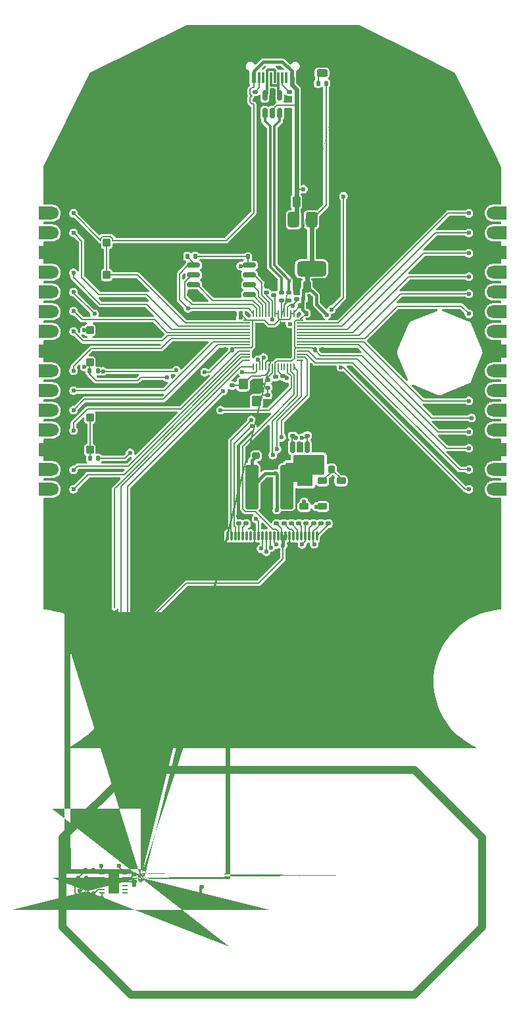
<source format=gbr>
%TF.GenerationSoftware,KiCad,Pcbnew,9.0.6*%
%TF.CreationDate,2026-01-10T23:27:57+00:00*%
%TF.ProjectId,P.P.B.T,502e502e-422e-4542-9e6b-696361645f70,rev?*%
%TF.SameCoordinates,Original*%
%TF.FileFunction,Copper,L1,Top*%
%TF.FilePolarity,Positive*%
%FSLAX46Y46*%
G04 Gerber Fmt 4.6, Leading zero omitted, Abs format (unit mm)*
G04 Created by KiCad (PCBNEW 9.0.6) date 2026-01-10 23:27:57*
%MOMM*%
%LPD*%
G01*
G04 APERTURE LIST*
G04 Aperture macros list*
%AMRoundRect*
0 Rectangle with rounded corners*
0 $1 Rounding radius*
0 $2 $3 $4 $5 $6 $7 $8 $9 X,Y pos of 4 corners*
0 Add a 4 corners polygon primitive as box body*
4,1,4,$2,$3,$4,$5,$6,$7,$8,$9,$2,$3,0*
0 Add four circle primitives for the rounded corners*
1,1,$1+$1,$2,$3*
1,1,$1+$1,$4,$5*
1,1,$1+$1,$6,$7*
1,1,$1+$1,$8,$9*
0 Add four rect primitives between the rounded corners*
20,1,$1+$1,$2,$3,$4,$5,0*
20,1,$1+$1,$4,$5,$6,$7,0*
20,1,$1+$1,$6,$7,$8,$9,0*
20,1,$1+$1,$8,$9,$2,$3,0*%
%AMFreePoly0*
4,1,5,0.850000,-0.850000,-0.850000,-0.850000,-0.850000,0.850000,0.850000,0.850000,0.850000,-0.850000,0.850000,-0.850000,$1*%
%AMFreePoly1*
4,1,522,11.415966,34.823166,11.478509,34.797260,11.526378,34.749391,11.552284,34.686848,11.555618,34.653000,11.555618,0.000000,11.552284,-0.033848,11.526378,-0.096391,11.478509,-0.144260,11.415966,-0.170166,11.382118,-0.173500,1.111235,-0.173500,1.077387,-0.170166,1.066519,-0.165664,1.054865,-0.164087,1.023936,-0.149937,-0.046829,0.473500,-9.623882,0.473500,-9.657730,0.476834,-9.720273,0.502740,
-9.768142,0.550609,-9.794048,0.613152,-9.797382,0.647000,-9.797382,34.006000,-9.794048,34.039848,-9.768142,34.102391,-9.720273,34.150260,-9.657730,34.176166,-9.623882,34.179500,10.735118,34.179500,10.768966,34.176166,10.831509,34.150260,10.879378,34.102391,10.905284,34.039848,10.908618,34.006000,10.908618,0.647000,10.905284,0.613152,10.879378,0.550609,10.831509,0.502740,10.768966,0.476834,
10.735118,0.473500,1.111235,0.473500,1.077387,0.476834,1.066519,0.481335,1.054865,0.482913,1.023936,0.497063,-0.046829,1.120500,-8.976882,1.120500,-9.010730,1.123834,-9.073273,1.149740,-9.121142,1.197609,-9.147048,1.260152,-9.150382,1.294000,-9.150382,33.359000,-9.147048,33.392848,-9.121142,33.455391,-9.073273,33.503260,-9.010730,33.529166,-8.976882,33.532500,10.088118,33.532500,
10.121966,33.529166,10.184509,33.503260,10.232378,33.455391,10.258284,33.392848,10.261618,33.359000,10.261618,1.294000,10.258284,1.260152,10.232378,1.197609,10.184509,1.149740,10.121966,1.123834,10.088118,1.120500,1.111235,1.120500,1.077387,1.123834,1.066519,1.128335,1.054865,1.129913,1.023936,1.144063,-0.046829,1.767500,-8.329882,1.767500,-8.363730,1.770834,-8.426273,1.796740,
-8.474142,1.844609,-8.500048,1.907152,-8.503382,1.941000,-8.503382,32.712000,-8.500048,32.745848,-8.474142,32.808391,-8.426273,32.856260,-8.363730,32.882166,-8.329882,32.885500,9.441118,32.885500,9.474966,32.882166,9.537509,32.856260,9.585378,32.808391,9.611284,32.745848,9.614618,32.712000,9.614618,1.941000,9.611284,1.907152,9.585378,1.844609,9.537509,1.796740,9.474966,1.770834,
9.441118,1.767500,1.111235,1.767500,1.077387,1.770834,1.066519,1.775335,1.054865,1.776913,1.023936,1.791063,-0.046829,2.414500,-7.682882,2.414500,-7.716730,2.417834,-7.779273,2.443740,-7.827142,2.491609,-7.853048,2.554152,-7.856382,2.588000,-7.856382,32.065000,-7.853048,32.098848,-7.827142,32.161391,-7.779273,32.209260,-7.716730,32.235166,-7.682882,32.238500,8.794118,32.238500,
8.827966,32.235166,8.890509,32.209260,8.938378,32.161391,8.964284,32.098848,8.967618,32.065000,8.967618,2.588000,8.964284,2.554152,8.938378,2.491609,8.890509,2.443740,8.827966,2.417834,8.794118,2.414500,1.111235,2.414500,1.077387,2.417834,1.066519,2.422335,1.054865,2.423913,1.023936,2.438063,-0.046829,3.061500,-7.035882,3.061500,-7.069730,3.064834,-7.132273,3.090740,
-7.180142,3.138609,-7.206048,3.201152,-7.209382,3.235000,-7.209382,31.418000,-7.206048,31.451848,-7.180142,31.514391,-7.132273,31.562260,-7.069730,31.588166,-7.035882,31.591500,8.147118,31.591500,8.180966,31.588166,8.243509,31.562260,8.291378,31.514391,8.317284,31.451848,8.320618,31.418000,8.320618,3.235000,8.317284,3.201152,8.291378,3.138609,8.243509,3.090740,8.180966,3.064834,
8.147118,3.061500,1.111235,3.061500,1.077387,3.064834,1.066519,3.069335,1.054865,3.070913,1.023936,3.085063,-0.046829,3.708500,-6.388882,3.708500,-6.422730,3.711834,-6.485273,3.737740,-6.533142,3.785609,-6.559048,3.848152,-6.562382,3.882000,-6.562382,30.771000,-6.559048,30.804848,-6.533142,30.867391,-6.485273,30.915260,-6.422730,30.941166,-6.388882,30.944500,7.500118,30.944500,
7.533966,30.941166,7.596509,30.915260,7.644378,30.867391,7.670284,30.804848,7.673618,30.771000,7.673618,3.882000,7.670284,3.848152,7.644378,3.785609,7.596509,3.737740,7.533966,3.711834,7.500118,3.708500,1.111235,3.708500,1.077387,3.711834,1.066519,3.716335,1.054865,3.717913,1.023936,3.732063,-0.046829,4.355500,-5.741882,4.355500,-5.775730,4.358834,-5.838273,4.384740,
-5.886142,4.432609,-5.912048,4.495152,-5.915382,4.529000,-5.915382,30.124000,-5.912048,30.157848,-5.886142,30.220391,-5.838273,30.268260,-5.775730,30.294166,-5.741882,30.297500,6.853118,30.297500,6.886966,30.294166,6.949509,30.268260,6.997378,30.220391,7.023284,30.157848,7.026618,30.124000,7.026618,4.529000,7.023284,4.495152,6.997378,4.432609,6.949509,4.384740,6.886966,4.358834,
6.853118,4.355500,1.111235,4.355500,1.077387,4.358834,1.066519,4.363335,1.054865,4.364913,1.023936,4.379063,-0.046829,5.002500,-5.094882,5.002500,-5.128730,5.005834,-5.191273,5.031740,-5.239142,5.079609,-5.265048,5.142152,-5.268382,5.176000,-5.268382,29.477000,-5.265048,29.510848,-5.239142,29.573391,-5.191273,29.621260,-5.128730,29.647166,-5.094882,29.650500,6.206118,29.650500,
6.239966,29.647166,6.302509,29.621260,6.350378,29.573391,6.376284,29.510848,6.379618,29.477000,6.379618,5.176000,6.376284,5.142152,6.350378,5.079609,6.302509,5.031740,6.239966,5.005834,6.206118,5.002500,1.111235,5.002500,1.077387,5.005834,1.066519,5.010335,1.054865,5.011913,1.023936,5.026063,-0.046829,5.649500,-4.447882,5.649500,-4.481730,5.652834,-4.544273,5.678740,
-4.592142,5.726609,-4.618048,5.789152,-4.621382,5.823000,-4.621382,28.830000,-4.618048,28.863848,-4.592142,28.926391,-4.544273,28.974260,-4.481730,29.000166,-4.447882,29.003500,5.559118,29.003500,5.592966,29.000166,5.655509,28.974260,5.703378,28.926391,5.729284,28.863848,5.732618,28.830000,5.732618,5.823000,5.729284,5.789152,5.703378,5.726609,5.655509,5.678740,5.592966,5.652834,
5.559118,5.649500,1.111235,5.649500,1.077387,5.652834,1.066519,5.657335,1.054865,5.658913,1.023936,5.673063,-0.046829,6.296500,-3.800882,6.296500,-3.834730,6.299834,-3.897273,6.325740,-3.945142,6.373609,-3.971048,6.436152,-3.974382,6.470000,-3.974382,28.183000,-3.971048,28.216848,-3.945142,28.279391,-3.897273,28.327260,-3.834730,28.353166,-3.800882,28.356500,4.912118,28.356500,
4.945966,28.353166,5.008509,28.327260,5.056378,28.279391,5.082284,28.216848,5.085618,28.183000,5.085618,6.470000,5.082284,6.436152,5.056378,6.373609,5.008509,6.325740,4.945966,6.299834,4.912118,6.296500,1.111235,6.296500,1.077387,6.299834,1.066519,6.304335,1.054865,6.305913,1.023936,6.320063,-0.046829,6.943500,-3.153882,6.943500,-3.187730,6.946834,-3.250273,6.972740,
-3.298142,7.020609,-3.324048,7.083152,-3.327382,7.117000,-3.327382,27.536000,-3.324048,27.569848,-3.298142,27.632391,-3.250273,27.680260,-3.187730,27.706166,-3.153882,27.709500,4.265118,27.709500,4.298966,27.706166,4.361509,27.680260,4.409378,27.632391,4.435284,27.569848,4.438618,27.536000,4.438618,7.117000,4.435284,7.083152,4.409378,7.020609,4.361509,6.972740,4.298966,6.946834,
4.265118,6.943500,1.111235,6.943500,1.077387,6.946834,1.066519,6.951335,1.054865,6.952913,1.023936,6.967063,-0.046829,7.590500,-2.506882,7.590500,-2.540730,7.593834,-2.603273,7.619740,-2.651142,7.667609,-2.677048,7.730152,-2.680382,7.764000,-2.680382,26.889000,-2.677048,26.922848,-2.651142,26.985391,-2.603273,27.033260,-2.540730,27.059166,-2.506882,27.062500,3.618118,27.062500,
3.651966,27.059166,3.714509,27.033260,3.762378,26.985391,3.788284,26.922848,3.791618,26.889000,3.791618,7.764000,3.788284,7.730152,3.762378,7.667609,3.714509,7.619740,3.651966,7.593834,3.584270,7.593834,3.521727,7.619740,3.473858,7.667609,3.447952,7.730152,3.444618,7.764000,3.444618,26.715500,-2.333382,26.715500,-2.333382,7.937500,0.000000,7.937500,0.033848,7.934166,
0.044714,7.929664,0.056370,7.928087,0.087299,7.913937,1.158063,7.290500,4.091618,7.290500,4.091618,27.362500,-2.980382,27.362500,-2.980382,7.290500,0.000000,7.290500,0.033848,7.287166,0.044714,7.282664,0.056370,7.281087,0.087299,7.266937,1.158063,6.643500,4.738618,6.643500,4.738618,28.009500,-3.627382,28.009500,-3.627382,6.643500,0.000000,6.643500,0.033848,6.640166,
0.044714,6.635664,0.056370,6.634087,0.087299,6.619937,1.158063,5.996500,5.385618,5.996500,5.385618,28.656500,-4.274382,28.656500,-4.274382,5.996500,0.000000,5.996500,0.033848,5.993166,0.044714,5.988664,0.056370,5.987087,0.087299,5.972937,1.158063,5.349500,6.032618,5.349500,6.032618,29.303500,-4.921382,29.303500,-4.921382,5.349500,0.000000,5.349500,0.033848,5.346166,
0.044714,5.341664,0.056370,5.340087,0.087299,5.325937,1.158063,4.702500,6.679618,4.702500,6.679618,29.950500,-5.568382,29.950500,-5.568382,4.702500,0.000000,4.702500,0.033848,4.699166,0.044714,4.694664,0.056370,4.693087,0.087299,4.678937,1.158063,4.055500,7.326618,4.055500,7.326618,30.597500,-6.215382,30.597500,-6.215382,4.055500,0.000000,4.055500,0.033848,4.052166,
0.044714,4.047664,0.056370,4.046087,0.087299,4.031937,1.158063,3.408500,7.973618,3.408500,7.973618,31.244500,-6.862382,31.244500,-6.862382,3.408500,0.000000,3.408500,0.033848,3.405166,0.044714,3.400664,0.056370,3.399087,0.087299,3.384937,1.158063,2.761500,8.620618,2.761500,8.620618,31.891500,-7.509382,31.891500,-7.509382,2.761500,0.000000,2.761500,0.033848,2.758166,
0.044714,2.753664,0.056370,2.752087,0.087299,2.737937,1.158063,2.114500,9.267618,2.114500,9.267618,32.538500,-8.156382,32.538500,-8.156382,2.114500,0.000000,2.114500,0.033848,2.111166,0.044714,2.106664,0.056370,2.105087,0.087299,2.090937,1.158063,1.467500,9.914618,1.467500,9.914618,33.185500,-8.803382,33.185500,-8.803382,1.467500,0.000000,1.467500,0.033848,1.464166,
0.044714,1.459664,0.056370,1.458087,0.087299,1.443937,1.158063,0.820500,10.561618,0.820500,10.561618,33.832500,-9.450382,33.832500,-9.450382,0.820500,0.000000,0.820500,0.033848,0.817166,0.044714,0.812664,0.056370,0.811087,0.087299,0.796937,1.158063,0.173500,11.208618,0.173500,11.208618,34.479500,-10.097382,34.479500,-10.097382,0.173500,0.000000,0.173500,0.033848,0.170166,
0.096391,0.144260,0.144260,0.096391,0.170166,0.033848,0.170166,-0.033848,0.144260,-0.096391,0.096391,-0.144260,0.033848,-0.170166,0.000000,-0.173500,-10.270882,-0.173500,-10.304730,-0.170166,-10.367273,-0.144260,-10.415142,-0.096391,-10.441048,-0.033848,-10.444382,0.000000,-10.444382,34.653000,-10.441048,34.686848,-10.415142,34.749391,-10.367273,34.797260,-10.304730,34.823166,-10.270882,34.826500,
11.382118,34.826500,11.415966,34.823166,11.415966,34.823166,$1*%
%AMFreePoly2*
4,1,21,2.540730,0.170166,2.603273,0.144260,2.651142,0.096391,2.677048,0.033848,2.677048,-0.033848,2.651142,-0.096391,2.603273,-0.144260,2.540730,-0.170166,2.506882,-0.173500,0.000000,-0.173500,-0.033848,-0.170166,-0.096391,-0.144260,-0.144260,-0.096391,-0.170166,-0.033848,-0.170166,0.033848,-0.144260,0.096391,-0.096391,0.144260,-0.033848,0.170166,0.000000,0.173500,2.506882,0.173500,
2.540730,0.170166,2.540730,0.170166,$1*%
G04 Aperture macros list end*
%TA.AperFunction,Conductor*%
%ADD10C,1.000000*%
%TD*%
%TA.AperFunction,SMDPad,CuDef*%
%ADD11RoundRect,0.140000X-0.170000X0.140000X-0.170000X-0.140000X0.170000X-0.140000X0.170000X0.140000X0*%
%TD*%
%TA.AperFunction,SMDPad,CuDef*%
%ADD12RoundRect,0.140000X0.170000X-0.140000X0.170000X0.140000X-0.170000X0.140000X-0.170000X-0.140000X0*%
%TD*%
%TA.AperFunction,SMDPad,CuDef*%
%ADD13RoundRect,0.140000X-0.140000X-0.170000X0.140000X-0.170000X0.140000X0.170000X-0.140000X0.170000X0*%
%TD*%
%TA.AperFunction,SMDPad,CuDef*%
%ADD14RoundRect,0.243750X-0.456250X0.243750X-0.456250X-0.243750X0.456250X-0.243750X0.456250X0.243750X0*%
%TD*%
%TA.AperFunction,SMDPad,CuDef*%
%ADD15RoundRect,0.135000X0.185000X-0.135000X0.185000X0.135000X-0.185000X0.135000X-0.185000X-0.135000X0*%
%TD*%
%TA.AperFunction,SMDPad,CuDef*%
%ADD16RoundRect,0.225000X0.375000X-0.225000X0.375000X0.225000X-0.375000X0.225000X-0.375000X-0.225000X0*%
%TD*%
%TA.AperFunction,SMDPad,CuDef*%
%ADD17RoundRect,0.140000X0.140000X0.170000X-0.140000X0.170000X-0.140000X-0.170000X0.140000X-0.170000X0*%
%TD*%
%TA.AperFunction,SMDPad,CuDef*%
%ADD18RoundRect,0.135000X0.135000X0.185000X-0.135000X0.185000X-0.135000X-0.185000X0.135000X-0.185000X0*%
%TD*%
%TA.AperFunction,SMDPad,CuDef*%
%ADD19RoundRect,0.250000X-0.600000X-2.600000X0.600000X-2.600000X0.600000X2.600000X-0.600000X2.600000X0*%
%TD*%
%TA.AperFunction,SMDPad,CuDef*%
%ADD20RoundRect,0.135000X-0.185000X0.135000X-0.185000X-0.135000X0.185000X-0.135000X0.185000X0.135000X0*%
%TD*%
%TA.AperFunction,SMDPad,CuDef*%
%ADD21RoundRect,0.135000X-0.135000X-0.185000X0.135000X-0.185000X0.135000X0.185000X-0.135000X0.185000X0*%
%TD*%
%TA.AperFunction,SMDPad,CuDef*%
%ADD22FreePoly0,180.000000*%
%TD*%
%TA.AperFunction,ComponentPad*%
%ADD23C,1.700000*%
%TD*%
%TA.AperFunction,SMDPad,CuDef*%
%ADD24R,0.600000X1.450000*%
%TD*%
%TA.AperFunction,SMDPad,CuDef*%
%ADD25R,0.300000X1.450000*%
%TD*%
%TA.AperFunction,HeatsinkPad*%
%ADD26O,1.000000X2.100000*%
%TD*%
%TA.AperFunction,HeatsinkPad*%
%ADD27O,1.000000X1.600000*%
%TD*%
%TA.AperFunction,SMDPad,CuDef*%
%ADD28RoundRect,0.142500X-0.332500X0.382500X-0.332500X-0.382500X0.332500X-0.382500X0.332500X0.382500X0*%
%TD*%
%TA.AperFunction,SMDPad,CuDef*%
%ADD29RoundRect,0.375000X-0.375000X0.625000X-0.375000X-0.625000X0.375000X-0.625000X0.375000X0.625000X0*%
%TD*%
%TA.AperFunction,SMDPad,CuDef*%
%ADD30RoundRect,0.500000X-1.400000X0.500000X-1.400000X-0.500000X1.400000X-0.500000X1.400000X0.500000X0*%
%TD*%
%TA.AperFunction,SMDPad,CuDef*%
%ADD31RoundRect,0.050000X-0.387500X-0.050000X0.387500X-0.050000X0.387500X0.050000X-0.387500X0.050000X0*%
%TD*%
%TA.AperFunction,SMDPad,CuDef*%
%ADD32RoundRect,0.050000X-0.050000X-0.387500X0.050000X-0.387500X0.050000X0.387500X-0.050000X0.387500X0*%
%TD*%
%TA.AperFunction,HeatsinkPad*%
%ADD33R,3.200000X3.200000*%
%TD*%
%TA.AperFunction,SMDPad,CuDef*%
%ADD34FreePoly0,0.000000*%
%TD*%
%TA.AperFunction,SMDPad,CuDef*%
%ADD35FreePoly1,270.000000*%
%TD*%
%TA.AperFunction,SMDPad,CuDef*%
%ADD36FreePoly2,270.000000*%
%TD*%
%TA.AperFunction,ComponentPad*%
%ADD37C,0.600000*%
%TD*%
%TA.AperFunction,SMDPad,CuDef*%
%ADD38RoundRect,0.150000X-0.150000X0.587500X-0.150000X-0.587500X0.150000X-0.587500X0.150000X0.587500X0*%
%TD*%
%TA.AperFunction,SMDPad,CuDef*%
%ADD39RoundRect,0.250000X0.350000X-0.450000X0.350000X0.450000X-0.350000X0.450000X-0.350000X-0.450000X0*%
%TD*%
%TA.AperFunction,SMDPad,CuDef*%
%ADD40RoundRect,0.162500X-0.650000X-0.162500X0.650000X-0.162500X0.650000X0.162500X-0.650000X0.162500X0*%
%TD*%
%TA.AperFunction,SMDPad,CuDef*%
%ADD41RoundRect,0.225000X0.225000X0.250000X-0.225000X0.250000X-0.225000X-0.250000X0.225000X-0.250000X0*%
%TD*%
%TA.AperFunction,SMDPad,CuDef*%
%ADD42RoundRect,0.225000X-0.375000X0.225000X-0.375000X-0.225000X0.375000X-0.225000X0.375000X0.225000X0*%
%TD*%
%TA.AperFunction,SMDPad,CuDef*%
%ADD43RoundRect,0.225000X-0.250000X0.225000X-0.250000X-0.225000X0.250000X-0.225000X0.250000X0.225000X0*%
%TD*%
%TA.AperFunction,SMDPad,CuDef*%
%ADD44RoundRect,0.150000X-0.150000X0.512500X-0.150000X-0.512500X0.150000X-0.512500X0.150000X0.512500X0*%
%TD*%
%TA.AperFunction,SMDPad,CuDef*%
%ADD45RoundRect,0.075000X-0.075000X-0.525000X0.075000X-0.525000X0.075000X0.525000X-0.075000X0.525000X0*%
%TD*%
%TA.AperFunction,SMDPad,CuDef*%
%ADD46RoundRect,0.330000X-0.770000X-1.320000X0.770000X-1.320000X0.770000X1.320000X-0.770000X1.320000X0*%
%TD*%
%TA.AperFunction,SMDPad,CuDef*%
%ADD47RoundRect,0.315000X-0.735000X-1.335000X0.735000X-1.335000X0.735000X1.335000X-0.735000X1.335000X0*%
%TD*%
%TA.AperFunction,SMDPad,CuDef*%
%ADD48RoundRect,0.250000X-0.250000X-0.475000X0.250000X-0.475000X0.250000X0.475000X-0.250000X0.475000X0*%
%TD*%
%TA.AperFunction,SMDPad,CuDef*%
%ADD49RoundRect,0.062500X0.300000X0.062500X-0.300000X0.062500X-0.300000X-0.062500X0.300000X-0.062500X0*%
%TD*%
%TA.AperFunction,HeatsinkPad*%
%ADD50R,1.400000X2.550000*%
%TD*%
%TA.AperFunction,ViaPad*%
%ADD51C,0.600000*%
%TD*%
%TA.AperFunction,Conductor*%
%ADD52C,0.200000*%
%TD*%
%TA.AperFunction,Conductor*%
%ADD53C,0.400000*%
%TD*%
%TA.AperFunction,Conductor*%
%ADD54C,0.600000*%
%TD*%
%TA.AperFunction,Conductor*%
%ADD55C,0.300000*%
%TD*%
%TA.AperFunction,Conductor*%
%ADD56C,0.380200*%
%TD*%
G04 APERTURE END LIST*
D10*
%TO.N,GND*%
X180017745Y-121705336D02*
X143492446Y-121705336D01*
X180013846Y-150705336D02*
X143496545Y-150705336D01*
X134757145Y-130444736D02*
X134757145Y-141970035D01*
X134757145Y-141970035D02*
X143496545Y-150705336D01*
X188757145Y-130448758D02*
X188757145Y-141965936D01*
%TD*%
D11*
%TO.P,C26,1*%
%TO.N,GND*%
X168931004Y-89076290D03*
%TO.P,C26,2*%
%TO.N,Net-(U5-VCOM)*%
X168931004Y-90036290D03*
%TD*%
D12*
%TO.P,C9,1*%
%TO.N,+3V3*%
X161933004Y-60625286D03*
%TO.P,C9,2*%
%TO.N,GND*%
X161933004Y-59665286D03*
%TD*%
D13*
%TO.P,C3,1*%
%TO.N,+3V3*%
X165751004Y-61056290D03*
%TO.P,C3,2*%
%TO.N,GND*%
X166711004Y-61056290D03*
%TD*%
D14*
%TO.P,D1,1,K*%
%TO.N,GND*%
X168133004Y-30150286D03*
%TO.P,D1,2,A*%
%TO.N,Net-(D1-A)*%
X168133004Y-32025286D03*
%TD*%
D15*
%TO.P,R6,1*%
%TO.N,Net-(C15-Pad2)*%
X161133004Y-72535286D03*
%TO.P,R6,2*%
%TO.N,/XOUT*%
X161133004Y-71515286D03*
%TD*%
D16*
%TO.P,D2,1,K*%
%TO.N,/PREVGH*%
X165833004Y-87825286D03*
%TO.P,D2,2,A*%
%TO.N,Net-(D2-A)*%
X165833004Y-84525286D03*
%TD*%
D13*
%TO.P,C16,1*%
%TO.N,+3V3*%
X158595504Y-55656290D03*
%TO.P,C16,2*%
%TO.N,GND*%
X159555504Y-55656290D03*
%TD*%
D17*
%TO.P,C7,1*%
%TO.N,+3V3*%
X156608004Y-67650286D03*
%TO.P,C7,2*%
%TO.N,GND*%
X155648004Y-67650286D03*
%TD*%
D13*
%TO.P,C29,1*%
%TO.N,GND*%
X137707294Y-136715286D03*
%TO.P,C29,2*%
%TO.N,+3V3*%
X138667294Y-136715286D03*
%TD*%
D18*
%TO.P,R5,1*%
%TO.N,+3V3*%
X139258004Y-70383790D03*
%TO.P,R5,2*%
%TO.N,/RESET*%
X138238004Y-70383790D03*
%TD*%
D19*
%TO.P,L2,1,1*%
%TO.N,+3V3*%
X159083004Y-85300286D03*
%TO.P,L2,2,2*%
%TO.N,Net-(D2-A)*%
X163583004Y-85300286D03*
%TD*%
D20*
%TO.P,R2,1*%
%TO.N,Net-(J1-CC2)*%
X159509502Y-34425286D03*
%TO.P,R2,2*%
%TO.N,GND*%
X159509502Y-35445286D03*
%TD*%
D21*
%TO.P,R14,1*%
%TO.N,+3V3*%
X137657294Y-137715286D03*
%TO.P,R14,2*%
%TO.N,/NFC_GPO*%
X138677294Y-137715286D03*
%TD*%
D12*
%TO.P,C15,1*%
%TO.N,GND*%
X161133004Y-74455286D03*
%TO.P,C15,2*%
%TO.N,Net-(C15-Pad2)*%
X161133004Y-73495286D03*
%TD*%
D22*
%TO.P,J3,1,Pin_1*%
%TO.N,+5V*%
X191043004Y-85622915D03*
D23*
X190158004Y-85622915D03*
D22*
%TO.P,J3,2,Pin_2*%
%TO.N,/GPIO20*%
X191043004Y-83082915D03*
D23*
X190158004Y-83082915D03*
D22*
%TO.P,J3,3,Pin_3*%
%TO.N,GND*%
X191043004Y-80542915D03*
D23*
X190158004Y-80542915D03*
D22*
%TO.P,J3,4,Pin_4*%
%TO.N,/GPIO21*%
X191043004Y-78002915D03*
D23*
X190158004Y-78002915D03*
D22*
%TO.P,J3,5,Pin_5*%
%TO.N,+3V3*%
X191043004Y-75462915D03*
D23*
X190158004Y-75462915D03*
D22*
%TO.P,J3,6,Pin_6*%
%TO.N,/GPIO22*%
X191043004Y-72922915D03*
D23*
X190158004Y-72922915D03*
D22*
%TO.P,J3,7,Pin_7*%
%TO.N,/GPIO23*%
X191043004Y-70382915D03*
D23*
X190158004Y-70382915D03*
D22*
%TO.P,J3,8,Pin_8*%
%TO.N,GND*%
X191043004Y-67842915D03*
D23*
X190158004Y-67842915D03*
D22*
%TO.P,J3,9,Pin_9*%
%TO.N,/GPIO24*%
X191043004Y-65302915D03*
D23*
X190158004Y-65302915D03*
D22*
%TO.P,J3,10,Pin_10*%
%TO.N,/GPIO25*%
X191043004Y-62762915D03*
D23*
X190158004Y-62762915D03*
D22*
%TO.P,J3,11,Pin_11*%
%TO.N,/GPIO26*%
X191043004Y-60222915D03*
D23*
X190158004Y-60222915D03*
D22*
%TO.P,J3,12,Pin_12*%
%TO.N,/GPIO27*%
X191043004Y-57682915D03*
D23*
X190158004Y-57682915D03*
D22*
%TO.P,J3,13,Pin_13*%
%TO.N,GND*%
X191043004Y-55142915D03*
D23*
X190158004Y-55142915D03*
D22*
%TO.P,J3,14,Pin_14*%
%TO.N,/GPIO28*%
X191043004Y-52602915D03*
D23*
X190158004Y-52602915D03*
D22*
%TO.P,J3,15,Pin_15*%
%TO.N,/GPIO29*%
X191043004Y-50062915D03*
D23*
X190158004Y-50062915D03*
%TD*%
D24*
%TO.P,J1,A1,GND*%
%TO.N,GND*%
X165033004Y-32570286D03*
%TO.P,J1,A4,VBUS*%
%TO.N,+5V*%
X164233004Y-32570286D03*
D25*
%TO.P,J1,A5,CC1*%
%TO.N,Net-(J1-CC1)*%
X163033004Y-32570286D03*
%TO.P,J1,A6,D+*%
%TO.N,/USB_D+*%
X162033004Y-32570286D03*
%TO.P,J1,A7,D-*%
%TO.N,/USB_D-*%
X161533004Y-32570286D03*
%TO.P,J1,A8,SBU1*%
%TO.N,unconnected-(J1-SBU1-PadA8)*%
X160533004Y-32570286D03*
D24*
%TO.P,J1,A9,VBUS*%
%TO.N,+5V*%
X159333004Y-32570286D03*
%TO.P,J1,A12,GND*%
%TO.N,GND*%
X158533004Y-32570286D03*
%TO.P,J1,B1,GND*%
X158533004Y-32570286D03*
%TO.P,J1,B4,VBUS*%
%TO.N,+5V*%
X159333004Y-32570286D03*
D25*
%TO.P,J1,B5,CC2*%
%TO.N,Net-(J1-CC2)*%
X160033004Y-32570286D03*
%TO.P,J1,B6,D+*%
%TO.N,/USB_D+*%
X161033004Y-32570286D03*
%TO.P,J1,B7,D-*%
%TO.N,/USB_D-*%
X162533004Y-32570286D03*
%TO.P,J1,B8,SBU2*%
%TO.N,unconnected-(J1-SBU2-PadB8)*%
X163533004Y-32570286D03*
D24*
%TO.P,J1,B9,VBUS*%
%TO.N,+5V*%
X164233004Y-32570286D03*
%TO.P,J1,B12,GND*%
%TO.N,GND*%
X165033004Y-32570286D03*
D26*
%TO.P,J1,S1,SHIELD*%
X166103004Y-31655286D03*
D27*
X166103004Y-27475286D03*
D26*
X157463004Y-31655286D03*
D27*
X157463004Y-27475286D03*
%TD*%
D28*
%TO.P,SW3,1,1*%
%TO.N,Net-(U1-GPIO0)*%
X140408004Y-53878790D03*
X140408004Y-58028790D03*
%TO.P,SW3,2,2*%
%TO.N,GND*%
X138258004Y-53878790D03*
X138258004Y-58028790D03*
%TD*%
D11*
%TO.P,C24,1*%
%TO.N,GND*%
X167031004Y-89076290D03*
%TO.P,C24,2*%
%TO.N,Net-(U5-VSL)*%
X167031004Y-90036290D03*
%TD*%
D13*
%TO.P,C4,1*%
%TO.N,+3V3*%
X167203004Y-67675286D03*
%TO.P,C4,2*%
%TO.N,GND*%
X168163004Y-67675286D03*
%TD*%
%TO.P,C6,1*%
%TO.N,+3V3*%
X166101004Y-62956290D03*
%TO.P,C6,2*%
%TO.N,GND*%
X167061004Y-62956290D03*
%TD*%
D16*
%TO.P,D4,1,K*%
%TO.N,GND*%
X170583004Y-87825286D03*
%TO.P,D4,2,A*%
%TO.N,Net-(D3-K)*%
X170583004Y-84525286D03*
%TD*%
D29*
%TO.P,U3,1,GND*%
%TO.N,GND*%
X169083004Y-50906290D03*
%TO.P,U3,2,VO*%
%TO.N,+3V3*%
X166783004Y-50906290D03*
D30*
X166783004Y-57206290D03*
D29*
%TO.P,U3,3,VI*%
%TO.N,+5V*%
X164483004Y-50906290D03*
%TD*%
D11*
%TO.P,C18,1*%
%TO.N,GND*%
X158381004Y-89076290D03*
%TO.P,C18,2*%
%TO.N,Net-(U5-VSH2)*%
X158381004Y-90036290D03*
%TD*%
D31*
%TO.P,U1,1,IOVDD*%
%TO.N,+3V3*%
X158454506Y-63806290D03*
%TO.P,U1,2,GPIO0*%
%TO.N,Net-(U1-GPIO0)*%
X158454506Y-64206290D03*
%TO.P,U1,3,GPIO1*%
%TO.N,/GPIO1*%
X158454506Y-64606290D03*
%TO.P,U1,4,GPIO2*%
%TO.N,/GPIO2*%
X158454506Y-65006290D03*
%TO.P,U1,5,GPIO3*%
%TO.N,/GPIO3*%
X158454506Y-65406290D03*
%TO.P,U1,6,GPIO4*%
%TO.N,/GPIO4*%
X158454506Y-65806290D03*
%TO.P,U1,7,GPIO5*%
%TO.N,/GPIO5*%
X158454506Y-66206290D03*
%TO.P,U1,8,GPIO6*%
%TO.N,/GPIO6*%
X158454506Y-66606290D03*
%TO.P,U1,9,GPIO7*%
%TO.N,/GPIO7*%
X158454506Y-67006290D03*
%TO.P,U1,10,IOVDD*%
%TO.N,+3V3*%
X158454506Y-67406290D03*
%TO.P,U1,11,GPIO8*%
%TO.N,/GPIO8*%
X158454506Y-67806290D03*
%TO.P,U1,12,GPIO9*%
%TO.N,/GPIO9*%
X158454506Y-68206290D03*
%TO.P,U1,13,GPIO10*%
%TO.N,/GPIO10*%
X158454506Y-68606290D03*
%TO.P,U1,14,GPIO11*%
%TO.N,/NFC_SDA*%
X158454506Y-69006290D03*
D32*
%TO.P,U1,15,GPIO12*%
%TO.N,/NFC_SCL*%
X159292006Y-69843790D03*
%TO.P,U1,16,GPIO13*%
%TO.N,/NFC_GPO*%
X159692006Y-69843790D03*
%TO.P,U1,17,GPIO14*%
%TO.N,/EPD_BUSY*%
X160092006Y-69843790D03*
%TO.P,U1,18,GPIO15*%
%TO.N,/EPD_SCK*%
X160492006Y-69843790D03*
%TO.P,U1,19,TESTEN*%
%TO.N,GND*%
X160892006Y-69843790D03*
%TO.P,U1,20,XIN*%
%TO.N,/XIN*%
X161292006Y-69843790D03*
%TO.P,U1,21,XOUT*%
%TO.N,/XOUT*%
X161692006Y-69843790D03*
%TO.P,U1,22,IOVDD*%
%TO.N,+3V3*%
X162092006Y-69843790D03*
%TO.P,U1,23,DVDD*%
%TO.N,+1V1*%
X162492006Y-69843790D03*
%TO.P,U1,24,SWCLK*%
%TO.N,unconnected-(U1-SWCLK-Pad24)*%
X162892006Y-69843790D03*
%TO.P,U1,25,SWD*%
%TO.N,unconnected-(U1-SWD-Pad25)*%
X163292006Y-69843790D03*
%TO.P,U1,26,RUN*%
%TO.N,/RESET*%
X163692006Y-69843790D03*
%TO.P,U1,27,GPIO16*%
%TO.N,/EPD_MOSI*%
X164092006Y-69843790D03*
%TO.P,U1,28,GPIO17*%
%TO.N,/EPD_DC*%
X164492006Y-69843790D03*
D31*
%TO.P,U1,29,GPIO18*%
%TO.N,/EPD_CS*%
X165329506Y-69006290D03*
%TO.P,U1,30,GPIO19*%
%TO.N,/EPD_RST*%
X165329506Y-68606290D03*
%TO.P,U1,31,GPIO20*%
%TO.N,/GPIO20*%
X165329506Y-68206290D03*
%TO.P,U1,32,GPIO21*%
%TO.N,/GPIO21*%
X165329506Y-67806290D03*
%TO.P,U1,33,IOVDD*%
%TO.N,+3V3*%
X165329506Y-67406290D03*
%TO.P,U1,34,GPIO22*%
%TO.N,/GPIO22*%
X165329506Y-67006290D03*
%TO.P,U1,35,GPIO23*%
%TO.N,/GPIO23*%
X165329506Y-66606290D03*
%TO.P,U1,36,GPIO24*%
%TO.N,/GPIO24*%
X165329506Y-66206290D03*
%TO.P,U1,37,GPIO25*%
%TO.N,/GPIO25*%
X165329506Y-65806290D03*
%TO.P,U1,38,GPIO26_ADC0*%
%TO.N,/GPIO26*%
X165329506Y-65406290D03*
%TO.P,U1,39,GPIO27_ADC1*%
%TO.N,/GPIO27*%
X165329506Y-65006290D03*
%TO.P,U1,40,GPIO28_ADC2*%
%TO.N,/GPIO28*%
X165329506Y-64606290D03*
%TO.P,U1,41,GPIO29_ADC3*%
%TO.N,/GPIO29*%
X165329506Y-64206290D03*
%TO.P,U1,42,IOVDD*%
%TO.N,+3V3*%
X165329506Y-63806290D03*
D32*
%TO.P,U1,43,ADC_AVDD*%
X164492006Y-62968790D03*
%TO.P,U1,44,VREG_IN*%
X164092006Y-62968790D03*
%TO.P,U1,45,VREG_VOUT*%
%TO.N,+1V1*%
X163692006Y-62968790D03*
%TO.P,U1,46,USB_DM*%
%TO.N,Net-(U1-USB_DM)*%
X163292006Y-62968790D03*
%TO.P,U1,47,USB_DP*%
%TO.N,Net-(U1-USB_DP)*%
X162892006Y-62968790D03*
%TO.P,U1,48,USB_VDD*%
%TO.N,+3V3*%
X162492006Y-62968790D03*
%TO.P,U1,49,IOVDD*%
X162092006Y-62968790D03*
%TO.P,U1,50,DVDD*%
%TO.N,+1V1*%
X161692006Y-62968790D03*
%TO.P,U1,51,QSPI_SD3*%
%TO.N,/QSPI_SD3*%
X161292006Y-62968790D03*
%TO.P,U1,52,QSPI_SCLK*%
%TO.N,/QSPI_SCK*%
X160892006Y-62968790D03*
%TO.P,U1,53,QSPI_SD0*%
%TO.N,/QSPI_SD0*%
X160492006Y-62968790D03*
%TO.P,U1,54,QSPI_SD2*%
%TO.N,/QSPI_SD2*%
X160092006Y-62968790D03*
%TO.P,U1,55,QSPI_SD1*%
%TO.N,/QSPI_SD1*%
X159692006Y-62968790D03*
%TO.P,U1,56,QSPI_SS*%
%TO.N,/QSPI_SS*%
X159292006Y-62968790D03*
D33*
%TO.P,U1,57,GND*%
%TO.N,GND*%
X161892006Y-66406290D03*
%TD*%
D12*
%TO.P,C12,1*%
%TO.N,+1V1*%
X164831004Y-61106290D03*
%TO.P,C12,2*%
%TO.N,GND*%
X164831004Y-60146290D03*
%TD*%
D34*
%TO.P,J2,1,Pin_1*%
%TO.N,+5V*%
X132523004Y-50065260D03*
D23*
X133408004Y-50065260D03*
D34*
%TO.P,J2,2,Pin_2*%
%TO.N,/GPIO1*%
X132523004Y-52605260D03*
D23*
X133408004Y-52605260D03*
D34*
%TO.P,J2,3,Pin_3*%
%TO.N,GND*%
X132523004Y-55145260D03*
D23*
X133408004Y-55145260D03*
D34*
%TO.P,J2,4,Pin_4*%
%TO.N,/GPIO2*%
X132523004Y-57685260D03*
D23*
X133408004Y-57685260D03*
D34*
%TO.P,J2,5,Pin_5*%
%TO.N,+3V3*%
X132523004Y-60225260D03*
D23*
X133408004Y-60225260D03*
D34*
%TO.P,J2,6,Pin_6*%
%TO.N,/GPIO3*%
X132523004Y-62765260D03*
D23*
X133408004Y-62765260D03*
D34*
%TO.P,J2,7,Pin_7*%
%TO.N,/GPIO4*%
X132523004Y-65305260D03*
D23*
X133408004Y-65305260D03*
D34*
%TO.P,J2,8,Pin_8*%
%TO.N,GND*%
X132523004Y-67845260D03*
D23*
X133408004Y-67845260D03*
D34*
%TO.P,J2,9,Pin_9*%
%TO.N,/GPIO5*%
X132523004Y-70385260D03*
D23*
X133408004Y-70385260D03*
D34*
%TO.P,J2,10,Pin_10*%
%TO.N,/GPIO6*%
X132523004Y-72925260D03*
D23*
X133408004Y-72925260D03*
D34*
%TO.P,J2,11,Pin_11*%
%TO.N,/GPIO7*%
X132523004Y-75465260D03*
D23*
X133408004Y-75465260D03*
D34*
%TO.P,J2,12,Pin_12*%
%TO.N,/GPIO8*%
X132523004Y-78005260D03*
D23*
X133408004Y-78005260D03*
D34*
%TO.P,J2,13,Pin_13*%
%TO.N,GND*%
X132523004Y-80545260D03*
D23*
X133408004Y-80545260D03*
D34*
%TO.P,J2,14,Pin_14*%
%TO.N,/GPIO9*%
X132523004Y-83085260D03*
D23*
X133408004Y-83085260D03*
D34*
%TO.P,J2,15,Pin_15*%
%TO.N,/GPIO10*%
X132523004Y-85625260D03*
D23*
X133408004Y-85625260D03*
%TD*%
D35*
%TO.P,L1,1,1*%
%TO.N,Net-(U6-AC1)*%
X144783294Y-135649718D03*
D36*
%TO.P,L1,2,2*%
%TO.N,Net-(U6-AC0)*%
X152547294Y-136760954D03*
D37*
X152679794Y-136775336D03*
%TD*%
D11*
%TO.P,C17,1*%
%TO.N,GND*%
X157431004Y-89076290D03*
%TO.P,C17,2*%
%TO.N,Net-(U5-VGL{slash}NC)*%
X157431004Y-90036290D03*
%TD*%
%TO.P,C5,1*%
%TO.N,+3V3*%
X162133004Y-71145286D03*
%TO.P,C5,2*%
%TO.N,GND*%
X162133004Y-72105286D03*
%TD*%
D38*
%TO.P,Q2,1,G*%
%TO.N,/GDR*%
X166233004Y-80175286D03*
%TO.P,Q2,2,S*%
%TO.N,/RESE*%
X164333004Y-80175286D03*
%TO.P,Q2,3,D*%
%TO.N,Net-(D2-A)*%
X165283004Y-82050286D03*
%TD*%
D18*
%TO.P,R7,1*%
%TO.N,+3V3*%
X168643004Y-33337786D03*
%TO.P,R7,2*%
%TO.N,Net-(D1-A)*%
X167623004Y-33337786D03*
%TD*%
D11*
%TO.P,C19,1*%
%TO.N,GND*%
X162281004Y-89076290D03*
%TO.P,C19,2*%
%TO.N,+3V3*%
X162281004Y-90036290D03*
%TD*%
D39*
%TO.P,Y1,1,1*%
%TO.N,Net-(C15-Pad2)*%
X159683004Y-74275286D03*
%TO.P,Y1,2,2*%
%TO.N,GND*%
X159683004Y-72075286D03*
%TO.P,Y1,3,3*%
%TO.N,/XIN*%
X157983004Y-72075286D03*
%TO.P,Y1,4,4*%
%TO.N,GND*%
X157983004Y-74275286D03*
%TD*%
D40*
%TO.P,U4,1,~{CS}*%
%TO.N,/QSPI_SS*%
X151608004Y-56751290D03*
%TO.P,U4,2,DO/IO_{1}*%
%TO.N,/QSPI_SD1*%
X151608004Y-58021290D03*
%TO.P,U4,3,~{WP}/IO_{2}*%
%TO.N,/QSPI_SD2*%
X151608004Y-59291290D03*
%TO.P,U4,4,GND*%
%TO.N,GND*%
X151608004Y-60561290D03*
%TO.P,U4,5,DI/IO_{0}*%
%TO.N,/QSPI_SD0*%
X158783004Y-60561290D03*
%TO.P,U4,6,CLK*%
%TO.N,/QSPI_SCK*%
X158783004Y-59291290D03*
%TO.P,U4,7,~{HOLD}/~{RESET}/IO_{3}*%
%TO.N,/QSPI_SD3*%
X158783004Y-58021290D03*
%TO.P,U4,8,VCC*%
%TO.N,+3V3*%
X158783004Y-56751290D03*
%TD*%
D41*
%TO.P,C27,1*%
%TO.N,Net-(D3-K)*%
X169333004Y-83025286D03*
%TO.P,C27,2*%
%TO.N,Net-(D2-A)*%
X167783004Y-83025286D03*
%TD*%
D11*
%TO.P,C22,1*%
%TO.N,GND*%
X165131004Y-89076290D03*
%TO.P,C22,2*%
%TO.N,Net-(U5-VSH1)*%
X165131004Y-90036290D03*
%TD*%
D42*
%TO.P,D3,1,K*%
%TO.N,Net-(D3-K)*%
X168183004Y-84525286D03*
%TO.P,D3,2,A*%
%TO.N,/PREVGL*%
X168183004Y-87825286D03*
%TD*%
D17*
%TO.P,C8,1*%
%TO.N,+3V3*%
X157661004Y-62956290D03*
%TO.P,C8,2*%
%TO.N,GND*%
X156701004Y-62956290D03*
%TD*%
D43*
%TO.P,C28,1*%
%TO.N,GND*%
X159633004Y-79750286D03*
%TO.P,C28,2*%
%TO.N,+3V3*%
X159633004Y-81300286D03*
%TD*%
D44*
%TO.P,U2,1,I/O1*%
%TO.N,/USB_D-*%
X162672002Y-34897786D03*
%TO.P,U2,2,GND*%
%TO.N,GND*%
X161722002Y-34897786D03*
%TO.P,U2,3,I/O2*%
%TO.N,/USB_D+*%
X160772002Y-34897786D03*
%TO.P,U2,4,I/O2*%
%TO.N,/D+*%
X160772002Y-37172786D03*
%TO.P,U2,5,VBUS*%
%TO.N,+5V*%
X161722002Y-37172786D03*
%TO.P,U2,6,I/O1*%
%TO.N,/D-*%
X162672002Y-37172786D03*
%TD*%
D28*
%TO.P,SW1,1,1*%
%TO.N,GND*%
X140408004Y-65133790D03*
X140408004Y-69283790D03*
%TO.P,SW1,2,2*%
%TO.N,/RESET*%
X138258004Y-65133790D03*
X138258004Y-69283790D03*
%TD*%
D20*
%TO.P,R3,1*%
%TO.N,/D+*%
X162881004Y-60296290D03*
%TO.P,R3,2*%
%TO.N,Net-(U1-USB_DP)*%
X162881004Y-61316290D03*
%TD*%
D11*
%TO.P,C30,1*%
%TO.N,Net-(U6-AC1)*%
X143957294Y-135205286D03*
%TO.P,C30,2*%
%TO.N,Net-(U6-AC0)*%
X143957294Y-136165286D03*
%TD*%
D45*
%TO.P,U5,1,NC*%
%TO.N,unconnected-(U5-NC-Pad1)*%
X155954506Y-91625290D03*
%TO.P,U5,2,GDR*%
%TO.N,/GDR*%
X156454506Y-91625290D03*
%TO.P,U5,3,RESE*%
%TO.N,/RESE*%
X156954506Y-91625290D03*
%TO.P,U5,4,VGL/NC*%
%TO.N,Net-(U5-VGL{slash}NC)*%
X157454506Y-91625290D03*
%TO.P,U5,5,VSH2*%
%TO.N,Net-(U5-VSH2)*%
X157954506Y-91625290D03*
%TO.P,U5,6,TSCL*%
%TO.N,unconnected-(U5-TSCL-Pad6)*%
X158454506Y-91625290D03*
%TO.P,U5,7,TSDA*%
%TO.N,unconnected-(U5-TSDA-Pad7)*%
X158954506Y-91625290D03*
%TO.P,U5,8,BS1*%
%TO.N,GND*%
X159454506Y-91625290D03*
%TO.P,U5,9,BUSY*%
%TO.N,/EPD_BUSY*%
X159954506Y-91625290D03*
%TO.P,U5,10,~{RST}*%
%TO.N,/EPD_RST*%
X160454506Y-91625290D03*
%TO.P,U5,11,~{D/C}*%
%TO.N,/EPD_DC*%
X160954506Y-91625290D03*
%TO.P,U5,12,~{CS}*%
%TO.N,/EPD_CS*%
X161454506Y-91625290D03*
%TO.P,U5,13,SCL*%
%TO.N,/EPD_SCK*%
X161954506Y-91625290D03*
%TO.P,U5,14,SDA*%
%TO.N,/EPD_MOSI*%
X162454506Y-91625290D03*
%TO.P,U5,15,VDDIO*%
%TO.N,+3V3*%
X162954506Y-91625290D03*
%TO.P,U5,16,VCI*%
X163454506Y-91625290D03*
%TO.P,U5,17,VSS*%
%TO.N,GND*%
X163954506Y-91625290D03*
%TO.P,U5,18,VDD*%
%TO.N,Net-(U5-VDD)*%
X164454506Y-91625290D03*
%TO.P,U5,19,VPP*%
%TO.N,Net-(U5-VPP)*%
X164954506Y-91625290D03*
%TO.P,U5,20,VSH1*%
%TO.N,Net-(U5-VSH1)*%
X165454506Y-91625290D03*
%TO.P,U5,21,VGH*%
%TO.N,/PREVGH*%
X165954506Y-91625290D03*
%TO.P,U5,22,VSL*%
%TO.N,Net-(U5-VSL)*%
X166454506Y-91625290D03*
%TO.P,U5,23,VGL*%
%TO.N,/PREVGL*%
X166954506Y-91625290D03*
%TO.P,U5,24,VCOM*%
%TO.N,Net-(U5-VCOM)*%
X167454506Y-91625290D03*
D46*
%TO.P,U5,MP,SHIELD*%
%TO.N,GND*%
X154354506Y-93795290D03*
D47*
X169104506Y-93795290D03*
%TD*%
D11*
%TO.P,C25,1*%
%TO.N,GND*%
X167981004Y-89076290D03*
%TO.P,C25,2*%
%TO.N,/PREVGL*%
X167981004Y-90036290D03*
%TD*%
D21*
%TO.P,R9,1*%
%TO.N,Net-(R9-Pad1)*%
X138283004Y-81625286D03*
%TO.P,R9,2*%
%TO.N,/QSPI_SS*%
X139303004Y-81625286D03*
%TD*%
D11*
%TO.P,C23,1*%
%TO.N,GND*%
X166081004Y-89076290D03*
%TO.P,C23,2*%
%TO.N,/PREVGH*%
X166081004Y-90036290D03*
%TD*%
D18*
%TO.P,R8,1*%
%TO.N,+3V3*%
X151805504Y-55606290D03*
%TO.P,R8,2*%
%TO.N,/QSPI_SS*%
X150785504Y-55606290D03*
%TD*%
D13*
%TO.P,C10,1*%
%TO.N,+3V3*%
X165331004Y-62006290D03*
%TO.P,C10,2*%
%TO.N,GND*%
X166291004Y-62006290D03*
%TD*%
D21*
%TO.P,R13,1*%
%TO.N,+3V3*%
X136767294Y-135715286D03*
%TO.P,R13,2*%
%TO.N,/NFC_SCL*%
X137787294Y-135715286D03*
%TD*%
%TO.P,R10,1*%
%TO.N,+3V3*%
X137647294Y-134715286D03*
%TO.P,R10,2*%
%TO.N,/NFC_SDA*%
X138667294Y-134715286D03*
%TD*%
D11*
%TO.P,C11,1*%
%TO.N,+1V1*%
X163081004Y-71056290D03*
%TO.P,C11,2*%
%TO.N,GND*%
X163081004Y-72016290D03*
%TD*%
D12*
%TO.P,C14,1*%
%TO.N,GND*%
X156535004Y-73204282D03*
%TO.P,C14,2*%
%TO.N,/XIN*%
X156535004Y-72244282D03*
%TD*%
D11*
%TO.P,C20,1*%
%TO.N,GND*%
X163231004Y-89076290D03*
%TO.P,C20,2*%
%TO.N,Net-(U5-VDD)*%
X163231004Y-90036290D03*
%TD*%
%TO.P,C21,1*%
%TO.N,GND*%
X164181004Y-89076290D03*
%TO.P,C21,2*%
%TO.N,Net-(U5-VPP)*%
X164181004Y-90036290D03*
%TD*%
D15*
%TO.P,R11,1*%
%TO.N,/GDR*%
X166233004Y-78700286D03*
%TO.P,R11,2*%
%TO.N,GND*%
X166233004Y-77680286D03*
%TD*%
D28*
%TO.P,SW2,1,1*%
%TO.N,GND*%
X140408004Y-76383790D03*
X140408004Y-80533790D03*
%TO.P,SW2,2,2*%
%TO.N,Net-(R9-Pad1)*%
X138258004Y-76383790D03*
X138258004Y-80533790D03*
%TD*%
D20*
%TO.P,R4,1*%
%TO.N,/D-*%
X163881004Y-60296290D03*
%TO.P,R4,2*%
%TO.N,Net-(U1-USB_DM)*%
X163881004Y-61316290D03*
%TD*%
D48*
%TO.P,C2,1*%
%TO.N,+3V3*%
X166181004Y-59506290D03*
%TO.P,C2,2*%
%TO.N,GND*%
X168081004Y-59506290D03*
%TD*%
%TO.P,C1,1*%
%TO.N,+5V*%
X164833004Y-48606290D03*
%TO.P,C1,2*%
%TO.N,GND*%
X166733004Y-48606290D03*
%TD*%
D49*
%TO.P,U6,1,LPD*%
%TO.N,unconnected-(U6-LPD-Pad1)*%
X142807294Y-137615286D03*
%TO.P,U6,2,NC*%
%TO.N,unconnected-(U6-NC-Pad2)*%
X142807294Y-137115286D03*
%TO.P,U6,3,V_EH*%
%TO.N,unconnected-(U6-V_EH-Pad3)*%
X142807294Y-136615286D03*
%TO.P,U6,4,AC0*%
%TO.N,Net-(U6-AC0)*%
X142807294Y-136115286D03*
%TO.P,U6,5,AC1*%
%TO.N,Net-(U6-AC1)*%
X142807294Y-135615286D03*
%TO.P,U6,6,VSS*%
%TO.N,GND*%
X142807294Y-135115286D03*
%TO.P,U6,7,SDA*%
%TO.N,/NFC_SDA*%
X139782294Y-135115286D03*
%TO.P,U6,8,SCL*%
%TO.N,/NFC_SCL*%
X139782294Y-135615286D03*
%TO.P,U6,9,NC*%
%TO.N,unconnected-(U6-NC-Pad9)*%
X139782294Y-136115286D03*
%TO.P,U6,10,VDCG*%
%TO.N,+3V3*%
X139782294Y-136615286D03*
%TO.P,U6,11,GPO*%
%TO.N,/NFC_GPO*%
X139782294Y-137115286D03*
%TO.P,U6,12,VCC*%
%TO.N,+3V3*%
X139782294Y-137615286D03*
D50*
%TO.P,U6,13,NC*%
%TO.N,unconnected-(U6-NC-Pad13)*%
X141294794Y-136365286D03*
%TD*%
D20*
%TO.P,R1,1*%
%TO.N,Net-(J1-CC1)*%
X163909502Y-34425286D03*
%TO.P,R1,2*%
%TO.N,GND*%
X163909502Y-35445286D03*
%TD*%
D12*
%TO.P,C13,1*%
%TO.N,+1V1*%
X160983004Y-60275286D03*
%TO.P,C13,2*%
%TO.N,GND*%
X160983004Y-59315286D03*
%TD*%
D15*
%TO.P,R12,1*%
%TO.N,/RESE*%
X164333004Y-78710286D03*
%TO.P,R12,2*%
%TO.N,GND*%
X164333004Y-77690286D03*
%TD*%
D51*
%TO.N,+5V*%
X136133004Y-50075286D03*
X170883004Y-47875286D03*
X169333004Y-62475286D03*
X165733004Y-46975286D03*
X187033004Y-85625286D03*
X170573004Y-69925286D03*
%TO.N,GND*%
X162892006Y-65406290D03*
X144833004Y-72025286D03*
X188757145Y-130485435D03*
X154357294Y-150705336D03*
X133333004Y-47025286D03*
X185333004Y-33025286D03*
X146857294Y-150705336D03*
X146833004Y-87025286D03*
X190333004Y-47025286D03*
X156833004Y-47025286D03*
X151833004Y-72025286D03*
X156833004Y-54525286D03*
X154357294Y-117770000D03*
X160892006Y-67406290D03*
X160833004Y-79025286D03*
X166810448Y-62173894D03*
X134757145Y-141970035D03*
X161376446Y-68907161D03*
X138833004Y-33025286D03*
X160892006Y-65406290D03*
X147767294Y-28535286D03*
X186833004Y-97025286D03*
X176807294Y-121635286D03*
X149333004Y-74525286D03*
X156535004Y-73694282D03*
X163733004Y-48625286D03*
X161892006Y-67406290D03*
X136833004Y-72025286D03*
X176833004Y-47025286D03*
X162892006Y-66406290D03*
X186833004Y-47025286D03*
X161733004Y-35725286D03*
X143833004Y-63025286D03*
X146833004Y-57025286D03*
X155183004Y-67725286D03*
X149333004Y-67025286D03*
X176833004Y-87025286D03*
X168633004Y-67675286D03*
X154433004Y-59450286D03*
X143496545Y-150705336D03*
X163472002Y-35145786D03*
X186833004Y-87025286D03*
X156833004Y-37025286D03*
X176833004Y-77025286D03*
X134757145Y-130444736D03*
X157985004Y-73419282D03*
X162133004Y-72575286D03*
X133333004Y-97025286D03*
X159258004Y-90250286D03*
X141633004Y-65125286D03*
X166833004Y-97025286D03*
X161892006Y-66406290D03*
X166857294Y-150705336D03*
X161892006Y-65406290D03*
X166833004Y-77025286D03*
X146833004Y-47025286D03*
X154333004Y-87025286D03*
X154333004Y-77025286D03*
X162907016Y-72499298D03*
X159710004Y-72944282D03*
X166833004Y-43525286D03*
X154433004Y-57950286D03*
X146857294Y-117385286D03*
X157470425Y-88518781D03*
X169333004Y-54525286D03*
X142007294Y-134135286D03*
X151833004Y-67025286D03*
X136833004Y-97025286D03*
X167433004Y-48625286D03*
X176833004Y-97025286D03*
X146833004Y-37025286D03*
X136833004Y-62025286D03*
X164333004Y-54525286D03*
X136833004Y-47025286D03*
X156183004Y-62975286D03*
X165833004Y-86025286D03*
X176077294Y-28895286D03*
X161959016Y-73718294D03*
X170833004Y-82025286D03*
X166807294Y-121735286D03*
X160892006Y-66406290D03*
X166857294Y-117830000D03*
X168333004Y-86025286D03*
X188757145Y-141965936D03*
X155933004Y-59450286D03*
X177357294Y-150705336D03*
X171113004Y-67715286D03*
X136915876Y-137335069D03*
X167583004Y-63175286D03*
X155933004Y-57950286D03*
X141583004Y-69375286D03*
X186833004Y-37025286D03*
X176833004Y-67025286D03*
X176833004Y-37025286D03*
X169333004Y-77025286D03*
X146833004Y-77025286D03*
X154307294Y-121685286D03*
X176857294Y-117385286D03*
X169333004Y-59525286D03*
X166833004Y-37025286D03*
X146833004Y-69525286D03*
X146833004Y-97025286D03*
X152608739Y-60699551D03*
X136833004Y-67525286D03*
X146857294Y-121705336D03*
X136833004Y-80025286D03*
X136833004Y-37025286D03*
X190333004Y-97025286D03*
%TO.N,+3V3*%
X157633004Y-56875286D03*
X153033004Y-70525286D03*
X139933004Y-70425286D03*
X163110314Y-92845008D03*
X157633004Y-63525286D03*
X162135004Y-83600286D03*
X168733004Y-63125286D03*
X138833004Y-63025286D03*
X139807294Y-138235286D03*
X187033004Y-78225286D03*
X162297427Y-88296290D03*
X136133004Y-60225286D03*
X149383004Y-70275286D03*
%TO.N,+1V1*%
X164374041Y-62008330D03*
X163991006Y-64300501D03*
X161696854Y-63785346D03*
X163564839Y-71316851D03*
%TO.N,/PREVGH*%
X165551454Y-92725077D03*
X165833004Y-87225286D03*
%TO.N,/PREVGL*%
X167127160Y-92668414D03*
X167393004Y-87855286D03*
%TO.N,/RESE*%
X164783004Y-78975286D03*
X159133004Y-77475286D03*
%TO.N,/GDR*%
X165583007Y-78975286D03*
X159027273Y-76682301D03*
%TO.N,/RESET*%
X148183004Y-71225286D03*
X155053004Y-75425286D03*
X137533004Y-69875286D03*
X137533004Y-65125286D03*
%TO.N,/QSPI_SS*%
X143433004Y-80925286D03*
X150883004Y-62325286D03*
%TO.N,/NFC_SDA*%
X139757294Y-134135286D03*
%TO.N,/NFC_SCL*%
X136927294Y-136535148D03*
%TO.N,/NFC_GPO*%
X155411869Y-72954151D03*
X138707294Y-138385286D03*
X157861869Y-70504151D03*
%TO.N,/GPIO10*%
X136133004Y-85625286D03*
%TO.N,/EPD_CS*%
X162341050Y-80463426D03*
X161554506Y-93096206D03*
%TO.N,/GPIO29*%
X187033004Y-50075286D03*
%TO.N,/GPIO28*%
X187033004Y-52602915D03*
%TO.N,/GPIO21*%
X187033004Y-80325286D03*
%TO.N,/EPD_SCK*%
X162256227Y-92712033D03*
X160621557Y-68642310D03*
%TO.N,/GPIO24*%
X187033004Y-63025286D03*
%TO.N,/EPD_DC*%
X160955634Y-93672448D03*
X161783004Y-81225286D03*
%TO.N,/GPIO22*%
X187353004Y-76415286D03*
%TO.N,/GPIO25*%
X187033004Y-60425286D03*
%TO.N,/GPIO20*%
X187033004Y-83075286D03*
%TO.N,/GPIO27*%
X187033004Y-55225286D03*
%TO.N,/GPIO23*%
X187033004Y-74225286D03*
%TO.N,/EPD_RST*%
X160273006Y-93255288D03*
X162949004Y-78925286D03*
%TO.N,/EPD_BUSY*%
X159654789Y-89428501D03*
X159871863Y-68921519D03*
%TO.N,/GPIO26*%
X187033004Y-58225286D03*
%TO.N,Net-(U6-AC0)*%
X143957294Y-136585286D03*
%TO.N,/GPIO3*%
X136133004Y-62675286D03*
%TO.N,/GPIO6*%
X136133004Y-72925286D03*
%TO.N,/GPIO7*%
X136133004Y-75425286D03*
%TO.N,/GPIO4*%
X136133004Y-65275286D03*
%TO.N,/GPIO2*%
X136133004Y-57725286D03*
%TO.N,/GPIO1*%
X136133004Y-52575286D03*
%TO.N,/GPIO9*%
X136133004Y-83125286D03*
%TO.N,/GPIO5*%
X136133004Y-70325286D03*
%TO.N,/GPIO8*%
X136133004Y-78025286D03*
%TD*%
D52*
%TO.N,+5V*%
X136133004Y-50075286D02*
X139632004Y-53574286D01*
D53*
X163025574Y-30575286D02*
X164233004Y-31782716D01*
D52*
X169333004Y-62475286D02*
X170883004Y-60925286D01*
D54*
X164833004Y-34125606D02*
X164833004Y-36175286D01*
D52*
X165733004Y-46975286D02*
X164883004Y-46975286D01*
X158888502Y-34105946D02*
X159140162Y-33854286D01*
D53*
X159333004Y-32570286D02*
X159333004Y-31782716D01*
D52*
X159333004Y-36016286D02*
X159140162Y-36016286D01*
X162365034Y-36175286D02*
X164833004Y-36175286D01*
X159333004Y-33854286D02*
X159333004Y-32570286D01*
D54*
X164833004Y-48606290D02*
X164833004Y-50556290D01*
D52*
X158888502Y-35125946D02*
X159079162Y-34935286D01*
X155777294Y-53575286D02*
X159333004Y-50019576D01*
X170883004Y-60925286D02*
X170883004Y-47875286D01*
X170573004Y-69925286D02*
X170883004Y-69925286D01*
X158888502Y-34744626D02*
X158888502Y-34105946D01*
X140928158Y-53052790D02*
X141184004Y-53308636D01*
X161722002Y-36818318D02*
X162365034Y-36175286D01*
X141184004Y-53308636D02*
X141184004Y-53575286D01*
X164883004Y-46975286D02*
X164833004Y-46925286D01*
X170883004Y-69925286D02*
X186580633Y-85622915D01*
X139887850Y-53052790D02*
X140928158Y-53052790D01*
X187030633Y-85622915D02*
X187033004Y-85625286D01*
D54*
X164233004Y-32570286D02*
X164233004Y-33525606D01*
D52*
X159079162Y-34935286D02*
X158888502Y-34744626D01*
X141184004Y-53575286D02*
X155777294Y-53575286D01*
X159140162Y-33854286D02*
X159333004Y-33854286D01*
D54*
X164833004Y-50556290D02*
X164483004Y-50906290D01*
D52*
X139632004Y-53308636D02*
X139887850Y-53052790D01*
X139632004Y-53574286D02*
X139632004Y-53308636D01*
X158888502Y-35764626D02*
X158888502Y-35125946D01*
X186580633Y-85622915D02*
X187030633Y-85622915D01*
D53*
X160540434Y-30575286D02*
X163025574Y-30575286D01*
D52*
X159140162Y-36016286D02*
X158888502Y-35764626D01*
D54*
X164833004Y-46925286D02*
X164833004Y-48606290D01*
D52*
X159333004Y-50019576D02*
X159333004Y-36016286D01*
X161722002Y-37172786D02*
X161722002Y-36818318D01*
D54*
X164833004Y-36175286D02*
X164833004Y-46925286D01*
D53*
X164233004Y-31782716D02*
X164233004Y-32570286D01*
D54*
X164233004Y-33525606D02*
X164833004Y-34125606D01*
D53*
X159333004Y-31782716D02*
X160540434Y-30575286D01*
D52*
%TO.N,GND*%
X166733004Y-48606290D02*
X167414008Y-48606290D01*
X166857294Y-121685286D02*
X166807294Y-121735286D01*
X142007294Y-134135286D02*
X142007294Y-134315286D01*
X155258004Y-67650286D02*
X155183004Y-67725286D01*
X142007294Y-134315286D02*
X142807294Y-135115286D01*
X156701004Y-62956290D02*
X156202000Y-62956290D01*
X163081004Y-72016290D02*
X163081004Y-72325310D01*
X161722002Y-34897786D02*
X161722002Y-35714284D01*
X166642844Y-62006290D02*
X166810448Y-62173894D01*
X161133004Y-74455286D02*
X161222024Y-74455286D01*
X157431004Y-88558202D02*
X157470425Y-88518781D01*
X154357294Y-121635286D02*
X154307294Y-121685286D01*
X137707294Y-136715286D02*
X137087511Y-137335069D01*
X156535004Y-73204282D02*
X156535004Y-73694282D01*
X167364008Y-62956290D02*
X167583004Y-63175286D01*
X163909502Y-35445286D02*
X163771502Y-35445286D01*
X168163004Y-67675286D02*
X168633004Y-67675286D01*
X166291004Y-62006290D02*
X166642844Y-62006290D01*
X156202000Y-62956290D02*
X156183004Y-62975286D01*
X162133004Y-72105286D02*
X162133004Y-72575286D01*
X159683004Y-72917282D02*
X159710004Y-72944282D01*
D10*
X143492446Y-121709435D02*
X134757145Y-130444736D01*
D52*
X161257023Y-68907161D02*
X160892006Y-69272178D01*
D10*
X180017745Y-121705336D02*
X180017745Y-121746035D01*
D52*
X161722002Y-35714284D02*
X161733004Y-35725286D01*
X163081004Y-72325310D02*
X162907016Y-72499298D01*
X137087511Y-137335069D02*
X136915876Y-137335069D01*
X151608004Y-60561290D02*
X152470478Y-60561290D01*
X152470478Y-60561290D02*
X152608739Y-60699551D01*
X161222024Y-74455286D02*
X161959016Y-73718294D01*
X167061004Y-62956290D02*
X167364008Y-62956290D01*
X157983004Y-73421282D02*
X157985004Y-73419282D01*
X161376446Y-68907161D02*
X161257023Y-68907161D01*
D10*
X180017745Y-150705336D02*
X180013846Y-150705336D01*
X188757145Y-141965936D02*
X180017745Y-150705336D01*
D52*
X167414008Y-48606290D02*
X167433004Y-48625286D01*
D10*
X180017745Y-121746035D02*
X188757145Y-130485435D01*
D52*
X155648004Y-67650286D02*
X155258004Y-67650286D01*
X176857294Y-121585286D02*
X176807294Y-121635286D01*
X157431004Y-89076290D02*
X157431004Y-88558202D01*
D10*
X143492446Y-121705336D02*
X143492446Y-121709435D01*
D52*
X163771502Y-35445286D02*
X163472002Y-35145786D01*
X157983004Y-74275286D02*
X157983004Y-73421282D01*
X160892006Y-69272178D02*
X160892006Y-69843790D01*
X159683004Y-72075286D02*
X159683004Y-72917282D01*
%TO.N,+3V3*%
X156608004Y-67650286D02*
X153733004Y-70525286D01*
X187033004Y-78225286D02*
X183033004Y-78225286D01*
X162492006Y-63504064D02*
X162492006Y-62968790D01*
X164591006Y-68750286D02*
X164583004Y-68750286D01*
X136133004Y-60325286D02*
X138833004Y-63025286D01*
D53*
X167392004Y-60658320D02*
X167392004Y-61784286D01*
D52*
X167952004Y-68424286D02*
X167203004Y-67675286D01*
D53*
X166239974Y-59506290D02*
X167392004Y-60658320D01*
D52*
X136767294Y-135595286D02*
X137647294Y-134715286D01*
D53*
X160783004Y-83600286D02*
X159083004Y-85300286D01*
D52*
X161294064Y-64386346D02*
X160714008Y-63806290D01*
X139807294Y-138235286D02*
X139807294Y-137640286D01*
D54*
X166181004Y-59506290D02*
X166181004Y-57808290D01*
D52*
X158595504Y-55656290D02*
X158595504Y-56563790D01*
X162695232Y-63707290D02*
X162492006Y-63504064D01*
X162016176Y-64386346D02*
X161294064Y-64386346D01*
X168643004Y-49046290D02*
X166783004Y-50906290D01*
D53*
X162135004Y-83600286D02*
X160783004Y-83600286D01*
X165751004Y-61056290D02*
X165610004Y-61197290D01*
D52*
X165329506Y-67406290D02*
X166934008Y-67406290D01*
X139933004Y-70425286D02*
X149233004Y-70425286D01*
X138767294Y-136615286D02*
X138667294Y-136715286D01*
X136314876Y-136167704D02*
X136314876Y-137584012D01*
X168643004Y-33337786D02*
X168643004Y-49046290D01*
X164591006Y-63967284D02*
X164591006Y-67203064D01*
X159108004Y-63806290D02*
X159193006Y-63891292D01*
D53*
X159083004Y-85300286D02*
X159083004Y-81850286D01*
D52*
X139782294Y-136615286D02*
X138767294Y-136615286D01*
X164591006Y-67592284D02*
X164591006Y-68750286D01*
X139807294Y-137640286D02*
X139782294Y-137615286D01*
X157661004Y-63497286D02*
X157633004Y-63525286D01*
D54*
X166181004Y-57808290D02*
X166783004Y-57206290D01*
D52*
X162092006Y-69308516D02*
X162092006Y-69843790D01*
X164777000Y-67406290D02*
X164591006Y-67592284D01*
D53*
X165610004Y-62465290D02*
X166101004Y-62956290D01*
D52*
X162295232Y-69105290D02*
X162092006Y-69308516D01*
X164492006Y-62845288D02*
X165331004Y-62006290D01*
D53*
X163403506Y-91676290D02*
X163403506Y-91625290D01*
X166181004Y-59506290D02*
X166239974Y-59506290D01*
D52*
X159193006Y-63891292D02*
X159193006Y-67203064D01*
X137657294Y-138185229D02*
X137657294Y-137715286D01*
X157661004Y-62956290D02*
X157661004Y-63012788D01*
X161933004Y-60625286D02*
X162093006Y-60785288D01*
D54*
X166783004Y-50906290D02*
X166783004Y-57206290D01*
D52*
X164591006Y-67203064D02*
X164794232Y-67406290D01*
X162092006Y-71104288D02*
X162133004Y-71145286D01*
X139899500Y-70458790D02*
X139333004Y-70458790D01*
X162954506Y-90709792D02*
X162954506Y-91625290D01*
X162695232Y-63707290D02*
X162016176Y-64386346D01*
X164752000Y-63806290D02*
X164591006Y-63967284D01*
X139056294Y-138986286D02*
X138458351Y-138986286D01*
X157661004Y-62956290D02*
X157661004Y-63497286D01*
X162093006Y-60785288D02*
X162093006Y-62968790D01*
X158659008Y-56875286D02*
X158783004Y-56751290D01*
X165329506Y-67406290D02*
X164777000Y-67406290D01*
X136767294Y-135715286D02*
X136314876Y-136167704D01*
X149233004Y-70425286D02*
X149383004Y-70275286D01*
D53*
X162297427Y-88296290D02*
X162297427Y-83762709D01*
X165610004Y-61197290D02*
X165610004Y-62465290D01*
X165751004Y-59936290D02*
X166181004Y-59506290D01*
D52*
X156852000Y-67406290D02*
X156608004Y-67650286D01*
X158454506Y-67406290D02*
X156852000Y-67406290D01*
X164492006Y-62968790D02*
X164492006Y-62845288D01*
X164583004Y-68750286D02*
X164228000Y-69105290D01*
X136767294Y-135715286D02*
X136767294Y-135595286D01*
X138657294Y-136715286D02*
X137657294Y-137715286D01*
D53*
X163110314Y-92845008D02*
X163110314Y-91730098D01*
D52*
X150658004Y-97700286D02*
X159983004Y-97700286D01*
X136666933Y-137936069D02*
X137436511Y-137936069D01*
X165329506Y-63806290D02*
X165329506Y-63727788D01*
X173232004Y-68424286D02*
X167952004Y-68424286D01*
X164092006Y-62968790D02*
X164092006Y-63516284D01*
X139933004Y-70425286D02*
X139899500Y-70458790D01*
X157633004Y-56875286D02*
X158659008Y-56875286D01*
X165329506Y-63727788D02*
X166101004Y-62956290D01*
X138667294Y-136715286D02*
X138657294Y-136715286D01*
D53*
X165751004Y-61056290D02*
X165751004Y-59936290D01*
D52*
X163901000Y-63707290D02*
X162695232Y-63707290D01*
X164794232Y-67406290D02*
X165329506Y-67406290D01*
X159983004Y-97700286D02*
X163110314Y-94572976D01*
X136133004Y-60225286D02*
X136133004Y-60325286D01*
D53*
X163110314Y-91969482D02*
X163403506Y-91676290D01*
D52*
X153733004Y-70525286D02*
X153033004Y-70525286D01*
X137436511Y-137936069D02*
X137657294Y-137715286D01*
X159193006Y-67203064D02*
X158989780Y-67406290D01*
D53*
X163110314Y-91730098D02*
X163005506Y-91625290D01*
D52*
X162092006Y-69843790D02*
X162092006Y-71104288D01*
X157661004Y-63012788D02*
X158454506Y-63806290D01*
X159108004Y-63806290D02*
X158454506Y-63806290D01*
X136314876Y-137584012D02*
X136666933Y-137936069D01*
X164092006Y-62968790D02*
X164492006Y-62968790D01*
X164228000Y-69105290D02*
X162295232Y-69105290D01*
X165329506Y-63806290D02*
X164752000Y-63806290D01*
D53*
X162297427Y-83762709D02*
X162135004Y-83600286D01*
D52*
X166934008Y-67406290D02*
X167203004Y-67675286D01*
D53*
X159083004Y-81850286D02*
X159633004Y-81300286D01*
D52*
X151805504Y-55606290D02*
X158545504Y-55606290D01*
X163110314Y-94572976D02*
X163110314Y-92845008D01*
X162281004Y-90036290D02*
X162954506Y-90709792D01*
X158595504Y-56563790D02*
X158783004Y-56751290D01*
X144108004Y-104250286D02*
X150658004Y-97700286D01*
X162492006Y-62968790D02*
X162092006Y-62968790D01*
X164092006Y-63516284D02*
X163901000Y-63707290D01*
X158545504Y-55606290D02*
X158595504Y-55656290D01*
X139333004Y-70458790D02*
X139258004Y-70383790D01*
X160714008Y-63806290D02*
X159108004Y-63806290D01*
X138458351Y-138986286D02*
X137657294Y-138185229D01*
X158989780Y-67406290D02*
X158454506Y-67406290D01*
X183033004Y-78225286D02*
X173232004Y-68424286D01*
D53*
X167392004Y-61784286D02*
X168733004Y-63125286D01*
D52*
X139807294Y-138235286D02*
X139056294Y-138986286D01*
D53*
X163110314Y-92845008D02*
X163110314Y-91969482D01*
D52*
%TO.N,+1V1*%
X164831004Y-61106290D02*
X164831004Y-61386289D01*
X163564839Y-71316851D02*
X163563839Y-71315851D01*
X162492006Y-69843790D02*
X162492006Y-70467292D01*
X161692006Y-62968790D02*
X161692006Y-63780498D01*
X161692006Y-63780498D02*
X161696854Y-63785346D01*
X163692006Y-62968790D02*
X163692006Y-62178288D01*
X160983004Y-60658186D02*
X161692006Y-61367188D01*
X164330003Y-61887290D02*
X163983004Y-61887290D01*
X163563839Y-71081121D02*
X163539008Y-71056290D01*
X164253001Y-61887290D02*
X164374041Y-62008330D01*
X163692006Y-62178288D02*
X163983004Y-61887290D01*
X163563839Y-71315851D02*
X163563839Y-71081121D01*
X164831004Y-61386289D02*
X164330003Y-61887290D01*
X161692006Y-61367188D02*
X161692006Y-62968790D01*
X162492006Y-70467292D02*
X163081004Y-71056290D01*
X163983004Y-61887290D02*
X164253001Y-61887290D01*
X163539008Y-71056290D02*
X163081004Y-71056290D01*
X160983004Y-60275286D02*
X160983004Y-60658186D01*
%TO.N,/XIN*%
X160264004Y-70944286D02*
X160183004Y-71025286D01*
X160183004Y-71025286D02*
X159033004Y-71025286D01*
X159033004Y-71025286D02*
X157983004Y-72075286D01*
X161292006Y-69843790D02*
X161292006Y-70436284D01*
X160784004Y-70944286D02*
X160264004Y-70944286D01*
X161292006Y-70436284D02*
X160784004Y-70944286D01*
X157814008Y-72244282D02*
X157983004Y-72075286D01*
X156535004Y-72244282D02*
X157814008Y-72244282D01*
%TO.N,Net-(C15-Pad2)*%
X161133004Y-72535286D02*
X161133004Y-73495286D01*
X160463004Y-73495286D02*
X159683004Y-74275286D01*
X161133004Y-73495286D02*
X160463004Y-73495286D01*
%TO.N,Net-(U5-VGL{slash}NC)*%
X157431004Y-90036290D02*
X157431004Y-91601788D01*
X157431004Y-91601788D02*
X157454506Y-91625290D01*
%TO.N,Net-(U5-VSH2)*%
X157954506Y-90462788D02*
X157954506Y-91625290D01*
X158381004Y-90036290D02*
X157954506Y-90462788D01*
%TO.N,Net-(U5-VDD)*%
X163919004Y-90724290D02*
X164187330Y-90724290D01*
X163231004Y-90036290D02*
X163919004Y-90724290D01*
X164454506Y-90991466D02*
X164454506Y-91625290D01*
X164187330Y-90724290D02*
X164454506Y-90991466D01*
%TO.N,Net-(U5-VPP)*%
X164181004Y-90036290D02*
X164954506Y-90809792D01*
X164954506Y-90809792D02*
X164954506Y-91625290D01*
%TO.N,Net-(U5-VSH1)*%
X165454506Y-90359792D02*
X165454506Y-91625290D01*
X165131004Y-90036290D02*
X165454506Y-90359792D01*
%TO.N,/PREVGH*%
X165954506Y-91625290D02*
X165954506Y-92322025D01*
X166081004Y-90036290D02*
X165954506Y-90162788D01*
X165954506Y-90162788D02*
X165954506Y-91625290D01*
X165954506Y-92322025D02*
X165551454Y-92725077D01*
X165833004Y-87825286D02*
X165833004Y-87225286D01*
%TO.N,Net-(U5-VSL)*%
X166454506Y-90612788D02*
X166454506Y-91625290D01*
X167031004Y-90036290D02*
X166454506Y-90612788D01*
%TO.N,/PREVGL*%
X168183004Y-87825286D02*
X167423004Y-87825286D01*
X166954506Y-91625290D02*
X166954506Y-92495760D01*
X166954506Y-90991466D02*
X166954506Y-91625290D01*
X167423004Y-87825286D02*
X167393004Y-87855286D01*
X167221682Y-90724290D02*
X166954506Y-90991466D01*
X167293004Y-90724290D02*
X167221682Y-90724290D01*
X166954506Y-92495760D02*
X167127160Y-92668414D01*
X167981004Y-90036290D02*
X167293004Y-90724290D01*
%TO.N,Net-(U5-VCOM)*%
X168931004Y-90148792D02*
X167454506Y-91625290D01*
X168931004Y-90036290D02*
X168931004Y-90148792D01*
%TO.N,Net-(D3-K)*%
X169333004Y-83025286D02*
X169333004Y-83375286D01*
X169333004Y-83375286D02*
X168183004Y-84525286D01*
X170583004Y-84525286D02*
X170583004Y-84275286D01*
X170583004Y-84275286D02*
X169333004Y-83025286D01*
%TO.N,Net-(D1-A)*%
X167623004Y-33337786D02*
X167623004Y-32535286D01*
X167623004Y-32535286D02*
X168133004Y-32025286D01*
D55*
%TO.N,/USB_D-*%
X162533004Y-32570286D02*
X162533004Y-33501286D01*
X162461004Y-33573286D02*
X161605004Y-33573286D01*
X162532004Y-34757788D02*
X162532004Y-32570286D01*
X162672002Y-34897786D02*
X162532004Y-34757788D01*
X161533004Y-33501286D02*
X161533004Y-32570286D01*
X161605004Y-33573286D02*
X161533004Y-33501286D01*
X162533004Y-33501286D02*
X162461004Y-33573286D01*
%TO.N,/USB_D+*%
X161033004Y-34636784D02*
X160772002Y-34897786D01*
X162033004Y-32570286D02*
X162033004Y-31639286D01*
X161961004Y-31567286D02*
X161105004Y-31567286D01*
X162033004Y-31639286D02*
X161961004Y-31567286D01*
X161105004Y-31567286D02*
X161033004Y-31639286D01*
X161033004Y-32570286D02*
X161033004Y-34636784D01*
X161033004Y-31639286D02*
X161033004Y-32570286D01*
D52*
%TO.N,Net-(J1-CC2)*%
X160033004Y-33901784D02*
X160033004Y-32570286D01*
X159509502Y-34425286D02*
X160033004Y-33901784D01*
%TO.N,Net-(J1-CC1)*%
X163033004Y-33548788D02*
X163033004Y-32570286D01*
X163909502Y-34425286D02*
X163033004Y-33548788D01*
%TO.N,/RESE*%
X164773004Y-78985286D02*
X164783004Y-78975286D01*
X156954506Y-91625290D02*
X156954506Y-90497342D01*
X156820004Y-79788286D02*
X159133004Y-77475286D01*
X156954506Y-90497342D02*
X156820004Y-90362840D01*
X164283004Y-80450286D02*
X164283004Y-78985286D01*
X156820004Y-90362840D02*
X156820004Y-79788286D01*
X164283004Y-78985286D02*
X164773004Y-78985286D01*
%TO.N,/GDR*%
X156419004Y-91589788D02*
X156419004Y-79290570D01*
X166183004Y-78975286D02*
X166183004Y-80450286D01*
X166183004Y-78975286D02*
X165583007Y-78975286D01*
X156454506Y-91625290D02*
X156419004Y-91589788D01*
X156419004Y-79290570D02*
X159027273Y-76682301D01*
%TO.N,Net-(U1-USB_DP)*%
X162892006Y-62968790D02*
X162892006Y-61327292D01*
X162892006Y-61327292D02*
X162881004Y-61316290D01*
D56*
%TO.N,/D+*%
X162881004Y-58373286D02*
X162881004Y-60296290D01*
X161468402Y-38862937D02*
X161468402Y-56960684D01*
X160772002Y-38166537D02*
X161468402Y-38862937D01*
X161468402Y-56960684D02*
X162881004Y-58373286D01*
X160772002Y-37172786D02*
X160772002Y-38166537D01*
%TO.N,/D-*%
X161975602Y-56750594D02*
X163881004Y-58655996D01*
X161975602Y-38862937D02*
X161975602Y-56750594D01*
X162672002Y-38166537D02*
X161975602Y-38862937D01*
X163881004Y-58655996D02*
X163881004Y-60296290D01*
X162672002Y-37172786D02*
X162672002Y-38166537D01*
D52*
%TO.N,Net-(U1-USB_DM)*%
X163292006Y-61905288D02*
X163881004Y-61316290D01*
X163292006Y-62968790D02*
X163292006Y-61905288D01*
%TO.N,/RESET*%
X138258004Y-65133790D02*
X137541508Y-65133790D01*
X137533004Y-69875286D02*
X137666508Y-69875286D01*
X164164839Y-72543451D02*
X164164839Y-71566794D01*
X137541508Y-65133790D02*
X137533004Y-65125286D01*
X155053004Y-75425286D02*
X161283004Y-75425286D01*
X144783061Y-71225286D02*
X148183004Y-71225286D01*
X138238004Y-70383790D02*
X138238004Y-70780229D01*
X144382061Y-71626286D02*
X144783061Y-71225286D01*
X139084061Y-71626286D02*
X144382061Y-71626286D01*
X161283004Y-75425286D02*
X164164839Y-72543451D01*
X164165839Y-71565794D02*
X164165839Y-71067908D01*
X138238004Y-70383790D02*
X138238004Y-69303790D01*
X138238004Y-70780229D02*
X139084061Y-71626286D01*
X163692006Y-70594075D02*
X163692006Y-69843790D01*
X164164839Y-71566794D02*
X164165839Y-71565794D01*
X164165839Y-71067908D02*
X163692006Y-70594075D01*
X138238004Y-69303790D02*
X138258004Y-69283790D01*
X137666508Y-69875286D02*
X138258004Y-69283790D01*
%TO.N,/XOUT*%
X161133004Y-71175286D02*
X161133004Y-71515286D01*
X161692006Y-69843790D02*
X161692006Y-70616284D01*
X161692006Y-70616284D02*
X161133004Y-71175286D01*
%TO.N,/QSPI_SS*%
X150883004Y-62325286D02*
X149783004Y-61225286D01*
X149783004Y-61225286D02*
X149783004Y-57875286D01*
X150907000Y-56751290D02*
X151608004Y-56751290D01*
X151608004Y-56751290D02*
X151608004Y-56428790D01*
X151608004Y-56428790D02*
X150785504Y-55606290D01*
X158648502Y-62325286D02*
X150883004Y-62325286D01*
X139303004Y-81625286D02*
X142733004Y-81625286D01*
X159292006Y-62968790D02*
X158648502Y-62325286D01*
X142733004Y-81625286D02*
X143433004Y-80925286D01*
X149783004Y-57875286D02*
X150907000Y-56751290D01*
%TO.N,Net-(R9-Pad1)*%
X138283004Y-81625286D02*
X138283004Y-76442386D01*
X138283004Y-76442386D02*
X138299802Y-76425588D01*
%TO.N,/NFC_SDA*%
X157925104Y-69025286D02*
X151504054Y-75446336D01*
X138667294Y-134715286D02*
X139382294Y-134715286D01*
X151504054Y-75446336D02*
X141733004Y-85217386D01*
X139757294Y-135090286D02*
X139782294Y-135115286D01*
X157952000Y-69006290D02*
X157933004Y-69025286D01*
X139382294Y-134715286D02*
X139782294Y-135115286D01*
X141408004Y-85542386D02*
X141408004Y-100875286D01*
X141733004Y-85217386D02*
X141408004Y-85542386D01*
X157933004Y-69025286D02*
X157925104Y-69025286D01*
X158454506Y-69006290D02*
X157952000Y-69006290D01*
X139757294Y-134135286D02*
X139757294Y-135090286D01*
%TO.N,/NFC_SCL*%
X142283004Y-85234486D02*
X142283004Y-101950286D01*
X157673700Y-69843790D02*
X153737604Y-73779886D01*
X137747156Y-135715286D02*
X137787294Y-135715286D01*
X159292006Y-69843790D02*
X157673700Y-69843790D01*
X142562604Y-84954886D02*
X142533004Y-84984486D01*
X153737604Y-73779886D02*
X142562604Y-84954886D01*
X136927294Y-136535148D02*
X137747156Y-135715286D01*
X142533004Y-84984486D02*
X142283004Y-85234486D01*
X137887294Y-135615286D02*
X139782294Y-135615286D01*
X137787294Y-135715286D02*
X137887294Y-135615286D01*
%TO.N,/NFC_GPO*%
X139277294Y-137115286D02*
X139782294Y-137115286D01*
X138677294Y-137715286D02*
X139277294Y-137115286D01*
X159526000Y-70582290D02*
X157940008Y-70582290D01*
X143133004Y-85233016D02*
X143133004Y-103000286D01*
X138707294Y-138385286D02*
X138707294Y-137745286D01*
X159692006Y-70416284D02*
X159526000Y-70582290D01*
X157940008Y-70582290D02*
X157861869Y-70504151D01*
X138707294Y-137745286D02*
X138677294Y-137715286D01*
X159692006Y-69843790D02*
X159692006Y-70416284D01*
X155411869Y-72954151D02*
X143133004Y-85233016D01*
%TO.N,/GPIO10*%
X158454506Y-68606290D02*
X157777000Y-68606290D01*
X137933004Y-83825286D02*
X136133004Y-85625286D01*
X157777000Y-68606290D02*
X142658004Y-83725286D01*
X142658004Y-83725286D02*
X137933004Y-83725286D01*
X137933004Y-83725286D02*
X137933004Y-83825286D01*
%TO.N,/EPD_MOSI*%
X157932004Y-88135446D02*
X158271844Y-88475286D01*
X157932004Y-80083332D02*
X157932004Y-88135446D01*
X164566839Y-70901808D02*
X164566839Y-73441451D01*
X159550104Y-88475286D02*
X161799108Y-90724290D01*
X161140050Y-76875286D02*
X157932004Y-80083332D01*
X161140050Y-76868240D02*
X161140050Y-76875286D01*
X162187330Y-90724290D02*
X162454506Y-90991466D01*
X162454506Y-90991466D02*
X162454506Y-91625290D01*
X164566839Y-73441451D02*
X161140050Y-76868240D01*
X161799108Y-90724290D02*
X162187330Y-90724290D01*
X158271844Y-88475286D02*
X159550104Y-88475286D01*
X164092006Y-70426975D02*
X164566839Y-70901808D01*
X164092006Y-69843790D02*
X164092006Y-70426975D01*
%TO.N,/EPD_CS*%
X165429506Y-73678784D02*
X165429506Y-69106290D01*
X162349004Y-76793486D02*
X162332004Y-76810486D01*
X165429506Y-69106290D02*
X165329506Y-69006290D01*
X162332004Y-80454380D02*
X162341050Y-80463426D01*
X161454506Y-91625290D02*
X161454506Y-92996206D01*
X165368839Y-73739451D02*
X165429506Y-73678784D01*
X161454506Y-92996206D02*
X161554506Y-93096206D01*
X162332004Y-76810486D02*
X162332004Y-80454380D01*
X162349004Y-76793486D02*
X165368839Y-73773651D01*
X165368839Y-73773651D02*
X165368839Y-73739451D01*
%TO.N,/GPIO29*%
X184345375Y-50062915D02*
X187020633Y-50062915D01*
X165329506Y-64206290D02*
X170202000Y-64206290D01*
X187020633Y-50062915D02*
X187033004Y-50075286D01*
X170202000Y-64206290D02*
X184345375Y-50062915D01*
%TO.N,/GPIO28*%
X187033004Y-52602915D02*
X182745375Y-52602915D01*
X182745375Y-52602915D02*
X170742000Y-64606290D01*
X170742000Y-64606290D02*
X165329506Y-64606290D01*
%TO.N,/QSPI_SD3*%
X160372004Y-59014286D02*
X159379008Y-58021290D01*
X159379008Y-58021290D02*
X158783004Y-58021290D01*
X161292006Y-61534288D02*
X160372004Y-60614286D01*
X161292006Y-62968790D02*
X161292006Y-61534288D01*
X160372004Y-60614286D02*
X160372004Y-59014286D01*
%TO.N,/GPIO21*%
X184183004Y-80325286D02*
X172683004Y-68825286D01*
X189672838Y-78275286D02*
X189945209Y-78002915D01*
X166364008Y-67806290D02*
X165329506Y-67806290D01*
X167383004Y-68825286D02*
X166364008Y-67806290D01*
X187033004Y-80325286D02*
X184183004Y-80325286D01*
X172683004Y-68825286D02*
X167383004Y-68825286D01*
%TO.N,/EPD_SCK*%
X160621554Y-68642310D02*
X160492006Y-68771858D01*
X161954506Y-92410312D02*
X162256227Y-92712033D01*
X160621557Y-68642310D02*
X160621554Y-68642310D01*
X160492006Y-68771858D02*
X160492006Y-69843790D01*
X161954506Y-91625290D02*
X161954506Y-92410312D01*
%TO.N,/GPIO24*%
X186033004Y-62025286D02*
X187033004Y-63025286D01*
X165329506Y-66206290D02*
X173652000Y-66206290D01*
X177833004Y-62025286D02*
X186033004Y-62025286D01*
X173652000Y-66206290D02*
X177833004Y-62025286D01*
%TO.N,/EPD_DC*%
X164967839Y-70319623D02*
X164492006Y-69843790D01*
X160954506Y-91625290D02*
X160954506Y-93671320D01*
X164967839Y-73607551D02*
X164967839Y-70319623D01*
X161740050Y-76835340D02*
X161740050Y-81182332D01*
X160954506Y-93671320D02*
X160955634Y-93672448D01*
X161948004Y-76627386D02*
X164967839Y-73607551D01*
X161948004Y-76627386D02*
X161740050Y-76835340D01*
X161740050Y-81182332D02*
X161783004Y-81225286D01*
%TO.N,/QSPI_SD0*%
X160492006Y-62968790D02*
X160492006Y-61901388D01*
X159151908Y-60561290D02*
X158783004Y-60561290D01*
X160492006Y-61901388D02*
X159151908Y-60561290D01*
%TO.N,/GPIO22*%
X187343004Y-76425286D02*
X182233004Y-76425286D01*
X182233004Y-76425286D02*
X172814008Y-67006290D01*
X172814008Y-67006290D02*
X165329506Y-67006290D01*
X187353004Y-76415286D02*
X187343004Y-76425286D01*
%TO.N,/GPIO25*%
X178283004Y-60425286D02*
X172902000Y-65806290D01*
X187033004Y-60425286D02*
X178283004Y-60425286D01*
X172902000Y-65806290D02*
X165329506Y-65806290D01*
%TO.N,/GPIO20*%
X166114008Y-68206290D02*
X167233004Y-69325286D01*
X187225375Y-83082915D02*
X187233004Y-83075286D01*
X172083004Y-69325286D02*
X185840633Y-83082915D01*
X165329506Y-68206290D02*
X166114008Y-68206290D01*
X185840633Y-83082915D02*
X187025375Y-83082915D01*
X187025375Y-83082915D02*
X187033004Y-83075286D01*
X167233004Y-69325286D02*
X172083004Y-69325286D01*
%TO.N,/GPIO27*%
X171402000Y-65006290D02*
X165329506Y-65006290D01*
X187033004Y-55225286D02*
X181183004Y-55225286D01*
X181183004Y-55225286D02*
X171402000Y-65006290D01*
%TO.N,/QSPI_SD1*%
X150494504Y-58932300D02*
X151405514Y-58021290D01*
X151399510Y-61825286D02*
X150494504Y-60920280D01*
X151405514Y-58021290D02*
X151608004Y-58021290D01*
X150494504Y-60920280D02*
X150494504Y-58932300D01*
X159208004Y-61825286D02*
X151399510Y-61825286D01*
X159692006Y-62309288D02*
X159208004Y-61825286D01*
X159692006Y-62968790D02*
X159692006Y-62309288D01*
%TO.N,/QSPI_SCK*%
X159971004Y-60813286D02*
X159971004Y-60113286D01*
X160892006Y-61734288D02*
X159971004Y-60813286D01*
X159149008Y-59291290D02*
X158783004Y-59291290D01*
X160892006Y-62968790D02*
X160892006Y-61734288D01*
X159971004Y-60113286D02*
X159149008Y-59291290D01*
%TO.N,/GPIO23*%
X181133004Y-74225286D02*
X173514008Y-66606290D01*
X187033004Y-74225286D02*
X181133004Y-74225286D01*
X173514008Y-66606290D02*
X165329506Y-66606290D01*
%TO.N,/EPD_RST*%
X160454506Y-93073788D02*
X160273006Y-93255288D01*
X166183004Y-68925286D02*
X165864008Y-68606290D01*
X162949004Y-76760586D02*
X166183004Y-73526586D01*
X166183004Y-73526586D02*
X166183004Y-68925286D01*
X165864008Y-68606290D02*
X165329506Y-68606290D01*
X160454506Y-91625290D02*
X160454506Y-93073788D01*
X162949004Y-78925286D02*
X162949004Y-76760586D01*
%TO.N,/EPD_BUSY*%
X159954506Y-91625290D02*
X159954506Y-89728218D01*
X159954506Y-89728218D02*
X159654789Y-89428501D01*
X160092006Y-69141661D02*
X160092006Y-69843790D01*
X159871863Y-68921519D02*
X160092006Y-69141661D01*
%TO.N,/GPIO26*%
X179283004Y-58225286D02*
X172102000Y-65406290D01*
X172102000Y-65406290D02*
X165329506Y-65406290D01*
X187033004Y-58225286D02*
X179283004Y-58225286D01*
%TO.N,/QSPI_SD2*%
X160092006Y-62968790D02*
X160092006Y-62134288D01*
X160092006Y-62134288D02*
X159233004Y-61275286D01*
X159233004Y-61275286D02*
X154033004Y-61275286D01*
X152049008Y-59291290D02*
X151608004Y-59291290D01*
X154033004Y-61275286D02*
X152049008Y-59291290D01*
%TO.N,Net-(U6-AC0)*%
X143957294Y-136165286D02*
X143957294Y-136585286D01*
X143907294Y-136115286D02*
X143957294Y-136165286D01*
X142807294Y-136115286D02*
X143907294Y-136115286D01*
%TO.N,Net-(U6-AC1)*%
X142807294Y-135615286D02*
X143547294Y-135615286D01*
X143547294Y-135615286D02*
X143957294Y-135205286D01*
X144338862Y-135205286D02*
X144783294Y-135649718D01*
X143957294Y-135205286D02*
X144338862Y-135205286D01*
%TO.N,/GPIO3*%
X146583004Y-63775286D02*
X137233004Y-63775286D01*
X137233004Y-63775286D02*
X136133004Y-62675286D01*
X158454506Y-65406290D02*
X148214008Y-65406290D01*
X148214008Y-65406290D02*
X146583004Y-63775286D01*
%TO.N,/GPIO6*%
X158454506Y-66606290D02*
X154139501Y-66606290D01*
X147820531Y-72925260D02*
X136133030Y-72925260D01*
X154139501Y-66606290D02*
X147820531Y-72925260D01*
X136133030Y-72925260D02*
X136133004Y-72925286D01*
%TO.N,/GPIO7*%
X158454506Y-67006290D02*
X154727000Y-67006290D01*
X137533004Y-74025286D02*
X136133004Y-75425286D01*
X147708004Y-74025286D02*
X137533004Y-74025286D01*
X154727000Y-67006290D02*
X147708004Y-74025286D01*
%TO.N,/GPIO4*%
X158454506Y-65806290D02*
X148252000Y-65806290D01*
X147558004Y-66500286D02*
X137358004Y-66500286D01*
X137358004Y-66500286D02*
X136133004Y-65275286D01*
X148252000Y-65806290D02*
X147558004Y-66500286D01*
%TO.N,/GPIO2*%
X145533004Y-61775286D02*
X139583004Y-61775286D01*
X148764008Y-65006290D02*
X145533004Y-61775286D01*
X158454506Y-65006290D02*
X148764008Y-65006290D01*
X136133004Y-58325286D02*
X136133004Y-57725286D01*
X139583004Y-61775286D02*
X136133004Y-58325286D01*
%TO.N,/GPIO1*%
X137208004Y-58324944D02*
X137208004Y-53650286D01*
X149664008Y-64606290D02*
X145583004Y-60525286D01*
X137208004Y-53650286D02*
X136133004Y-52575286D01*
X145583004Y-60525286D02*
X139408346Y-60525286D01*
X139408346Y-60525286D02*
X137208004Y-58324944D01*
X158454506Y-64606290D02*
X149664008Y-64606290D01*
%TO.N,/GPIO9*%
X136633004Y-82625286D02*
X136133004Y-83125286D01*
X157602000Y-68206290D02*
X143183004Y-82625286D01*
X143183004Y-82625286D02*
X136633004Y-82625286D01*
X158454506Y-68206290D02*
X157602000Y-68206290D01*
%TO.N,Net-(U1-GPIO0)*%
X158454506Y-64206290D02*
X150564008Y-64206290D01*
X150564008Y-64206290D02*
X144386508Y-58028790D01*
X140408004Y-58028790D02*
X144386508Y-58028790D01*
X140408004Y-53878790D02*
X140408004Y-58028790D01*
%TO.N,/GPIO5*%
X148702000Y-66206290D02*
X147458004Y-67450286D01*
X136133004Y-69775286D02*
X136133004Y-70325286D01*
X158454506Y-66206290D02*
X148702000Y-66206290D01*
X147458004Y-67450286D02*
X138458004Y-67450286D01*
X138458004Y-67450286D02*
X136133004Y-69775286D01*
%TO.N,/GPIO8*%
X149958004Y-75250286D02*
X137958004Y-75250286D01*
X158454506Y-67806290D02*
X157402000Y-67806290D01*
X137958004Y-75250286D02*
X136133004Y-77075286D01*
X157402000Y-67806290D02*
X149958004Y-75250286D01*
X136133004Y-77075286D02*
X136133004Y-78025286D01*
%TD*%
%TA.AperFunction,Conductor*%
%TO.N,Net-(D2-A)*%
G36*
X165972035Y-81201239D02*
G01*
X165998305Y-81210432D01*
X166008449Y-81211383D01*
X166028734Y-81213286D01*
X166028738Y-81213286D01*
X166437274Y-81213286D01*
X166454660Y-81211655D01*
X166467703Y-81210432D01*
X166493972Y-81201239D01*
X166534927Y-81194282D01*
X168311004Y-81194282D01*
X168378043Y-81213967D01*
X168423798Y-81266771D01*
X168435004Y-81318282D01*
X168435004Y-83570282D01*
X168415319Y-83637321D01*
X168362515Y-83683076D01*
X168311004Y-83694282D01*
X166935004Y-83694282D01*
X166935004Y-85070282D01*
X166915319Y-85137321D01*
X166862515Y-85183076D01*
X166811004Y-85194282D01*
X165059004Y-85194282D01*
X164991965Y-85174597D01*
X164946210Y-85121793D01*
X164935004Y-85070282D01*
X164935004Y-84694282D01*
X163559004Y-84694282D01*
X163491965Y-84674597D01*
X163446210Y-84621793D01*
X163435004Y-84570282D01*
X163435004Y-82318282D01*
X163454689Y-82251243D01*
X163507493Y-82205488D01*
X163559004Y-82194282D01*
X164435004Y-82194282D01*
X164435004Y-81335791D01*
X164443439Y-81307062D01*
X164449440Y-81277724D01*
X164453180Y-81273889D01*
X164454689Y-81268752D01*
X164477310Y-81249150D01*
X164498226Y-81227707D01*
X164504218Y-81225834D01*
X164507493Y-81222997D01*
X164531139Y-81214962D01*
X164539185Y-81213106D01*
X164567703Y-81210432D01*
X164600412Y-81198986D01*
X164607062Y-81197453D01*
X164613890Y-81197856D01*
X164634927Y-81194282D01*
X165931081Y-81194282D01*
X165972035Y-81201239D01*
G37*
%TD.AperFunction*%
%TD*%
%TA.AperFunction,Conductor*%
%TO.N,GND*%
G36*
X159261544Y-78045471D02*
G01*
X159307299Y-78098275D01*
X159317243Y-78167433D01*
X159288218Y-78230989D01*
X159282186Y-78237467D01*
X157651535Y-79868118D01*
X157651534Y-79868120D01*
X157623078Y-79917409D01*
X157623077Y-79917410D01*
X157623075Y-79917412D01*
X157605392Y-79948038D01*
X157605391Y-79948041D01*
X157605390Y-79948043D01*
X157605390Y-79948044D01*
X157581504Y-80037188D01*
X157581504Y-88181590D01*
X157592819Y-88223817D01*
X157594072Y-88228493D01*
X157594072Y-88228494D01*
X157603297Y-88262925D01*
X157605390Y-88270734D01*
X157613833Y-88285358D01*
X157651531Y-88350654D01*
X157651533Y-88350657D01*
X157651534Y-88350658D01*
X157991375Y-88690498D01*
X158056632Y-88755755D01*
X158056635Y-88755756D01*
X158056638Y-88755759D01*
X158136550Y-88801897D01*
X158136551Y-88801897D01*
X158136556Y-88801900D01*
X158225700Y-88825786D01*
X159179618Y-88825786D01*
X159246657Y-88845471D01*
X159292412Y-88898275D01*
X159302356Y-88967433D01*
X159273331Y-89030989D01*
X159267299Y-89037467D01*
X159214282Y-89090483D01*
X159214277Y-89090489D01*
X159141806Y-89216012D01*
X159141805Y-89216016D01*
X159104289Y-89356026D01*
X159104289Y-89500976D01*
X159125695Y-89580862D01*
X159141806Y-89640989D01*
X159214277Y-89766512D01*
X159214279Y-89766514D01*
X159214280Y-89766516D01*
X159316774Y-89869010D01*
X159316775Y-89869011D01*
X159316777Y-89869012D01*
X159374770Y-89902494D01*
X159442304Y-89941485D01*
X159512101Y-89960187D01*
X159571760Y-89996551D01*
X159602289Y-90059398D01*
X159604006Y-90079961D01*
X159604006Y-90893413D01*
X159601566Y-90904416D01*
X159602600Y-90912035D01*
X159592387Y-90945819D01*
X159566886Y-91000504D01*
X159520713Y-91052943D01*
X159453519Y-91072094D01*
X159386639Y-91051877D01*
X159342123Y-91000502D01*
X159300253Y-90910711D01*
X159219085Y-90829543D01*
X159115051Y-90781031D01*
X159115049Y-90781030D01*
X159115050Y-90781030D01*
X159067646Y-90774790D01*
X158841374Y-90774790D01*
X158830847Y-90776175D01*
X158793961Y-90781031D01*
X158793959Y-90781032D01*
X158793957Y-90781032D01*
X158756909Y-90798308D01*
X158687831Y-90808799D01*
X158652101Y-90798307D01*
X158631235Y-90788577D01*
X158578796Y-90742405D01*
X158559644Y-90675211D01*
X158579860Y-90608330D01*
X158633025Y-90562995D01*
X158664246Y-90553721D01*
X158673179Y-90552307D01*
X158783395Y-90496149D01*
X158870863Y-90408681D01*
X158927021Y-90298465D01*
X158927021Y-90298463D01*
X158927022Y-90298462D01*
X158927022Y-90298461D01*
X158930905Y-90273940D01*
X158941504Y-90207025D01*
X158941503Y-89865556D01*
X158941503Y-89865555D01*
X158941503Y-89865550D01*
X158927022Y-89774119D01*
X158927022Y-89774118D01*
X158927021Y-89774116D01*
X158927021Y-89774115D01*
X158870863Y-89663899D01*
X158870861Y-89663897D01*
X158870858Y-89663893D01*
X158783400Y-89576435D01*
X158783397Y-89576433D01*
X158783395Y-89576431D01*
X158673179Y-89520273D01*
X158673178Y-89520272D01*
X158673175Y-89520271D01*
X158581739Y-89505790D01*
X158180264Y-89505790D01*
X158180264Y-89505791D01*
X158088833Y-89520271D01*
X158088832Y-89520271D01*
X158039500Y-89545407D01*
X157978613Y-89576431D01*
X157978611Y-89576432D01*
X157969918Y-89580862D01*
X157969301Y-89579651D01*
X157913077Y-89599710D01*
X157845024Y-89583882D01*
X157833573Y-89576522D01*
X157833395Y-89576431D01*
X157723179Y-89520273D01*
X157723178Y-89520272D01*
X157723175Y-89520271D01*
X157631739Y-89505790D01*
X157294504Y-89505790D01*
X157227465Y-89486105D01*
X157181710Y-89433301D01*
X157170504Y-89381790D01*
X157170504Y-79984830D01*
X157190189Y-79917791D01*
X157206823Y-79897149D01*
X159041867Y-78062105D01*
X159068794Y-78047401D01*
X159094613Y-78030809D01*
X159100813Y-78029917D01*
X159103190Y-78028620D01*
X159129548Y-78025786D01*
X159194505Y-78025786D01*
X159261544Y-78045471D01*
G37*
%TD.AperFunction*%
%TA.AperFunction,Conductor*%
G36*
X149479499Y-75620471D02*
G01*
X149525254Y-75673275D01*
X149535198Y-75742433D01*
X149506173Y-75805989D01*
X149500141Y-75812467D01*
X144189453Y-81123154D01*
X144128130Y-81156639D01*
X144058438Y-81151655D01*
X144002505Y-81109783D01*
X143978088Y-81044319D01*
X143981998Y-81003381D01*
X143983504Y-80997761D01*
X143983504Y-80852811D01*
X143945988Y-80712801D01*
X143935982Y-80695471D01*
X143873515Y-80587274D01*
X143873510Y-80587268D01*
X143771021Y-80484779D01*
X143771015Y-80484774D01*
X143645492Y-80412303D01*
X143645493Y-80412303D01*
X143634010Y-80409226D01*
X143505479Y-80374786D01*
X143360529Y-80374786D01*
X143231997Y-80409226D01*
X143220515Y-80412303D01*
X143094992Y-80484774D01*
X143094986Y-80484779D01*
X142992497Y-80587268D01*
X142992492Y-80587274D01*
X142920021Y-80712797D01*
X142920020Y-80712801D01*
X142882504Y-80852811D01*
X142882504Y-80852813D01*
X142882504Y-80928742D01*
X142862819Y-80995781D01*
X142846185Y-81016423D01*
X142624141Y-81238467D01*
X142562818Y-81271952D01*
X142536460Y-81274786D01*
X139863600Y-81274786D01*
X139796561Y-81255101D01*
X139764888Y-81219515D01*
X139762048Y-81221543D01*
X139756078Y-81213181D01*
X139665106Y-81122209D01*
X139665103Y-81122207D01*
X139549525Y-81065705D01*
X139549523Y-81065704D01*
X139549522Y-81065704D01*
X139474586Y-81054786D01*
X139131422Y-81054786D01*
X139131421Y-81054786D01*
X139125371Y-81055667D01*
X139056195Y-81045848D01*
X139003309Y-81000188D01*
X138983504Y-80933184D01*
X138983504Y-80120359D01*
X138968929Y-80028336D01*
X138968928Y-80028334D01*
X138968928Y-80028332D01*
X138912411Y-79917411D01*
X138912409Y-79917409D01*
X138912406Y-79917405D01*
X138824388Y-79829387D01*
X138824385Y-79829385D01*
X138824383Y-79829383D01*
X138713462Y-79772866D01*
X138713460Y-79772865D01*
X138704767Y-79768436D01*
X138706114Y-79765792D01*
X138661492Y-79735265D01*
X138634309Y-79670900D01*
X138633504Y-79656794D01*
X138633504Y-77260784D01*
X138653189Y-77193745D01*
X138705993Y-77147990D01*
X138710389Y-77146278D01*
X138713456Y-77144714D01*
X138713462Y-77144714D01*
X138824383Y-77088197D01*
X138912411Y-77000169D01*
X138968928Y-76889248D01*
X138969410Y-76886209D01*
X138983504Y-76797220D01*
X138983504Y-75970359D01*
X138968929Y-75878336D01*
X138968928Y-75878334D01*
X138968928Y-75878332D01*
X138919374Y-75781077D01*
X138906479Y-75712412D01*
X138932755Y-75647671D01*
X138989862Y-75607414D01*
X139029860Y-75600786D01*
X149412460Y-75600786D01*
X149479499Y-75620471D01*
G37*
%TD.AperFunction*%
%TA.AperFunction,Conductor*%
G36*
X162710002Y-71533050D02*
G01*
X162722957Y-71538743D01*
X162788829Y-71572307D01*
X162788830Y-71572307D01*
X162788832Y-71572308D01*
X162820997Y-71577402D01*
X162880269Y-71586790D01*
X163013434Y-71586789D01*
X163080473Y-71606473D01*
X163120819Y-71648786D01*
X163124114Y-71654491D01*
X163124330Y-71654866D01*
X163226824Y-71757360D01*
X163226825Y-71757361D01*
X163226827Y-71757362D01*
X163352350Y-71829833D01*
X163352351Y-71829833D01*
X163352354Y-71829835D01*
X163492364Y-71867351D01*
X163492367Y-71867351D01*
X163637311Y-71867351D01*
X163637314Y-71867351D01*
X163658246Y-71861742D01*
X163728092Y-71863403D01*
X163785956Y-71902564D01*
X163813462Y-71966791D01*
X163814339Y-71981516D01*
X163814339Y-72346907D01*
X163794654Y-72413946D01*
X163778020Y-72434588D01*
X161174141Y-75038467D01*
X161112818Y-75071952D01*
X161086460Y-75074786D01*
X160615422Y-75074786D01*
X160548383Y-75055101D01*
X160502628Y-75002297D01*
X160492684Y-74933139D01*
X160499240Y-74907453D01*
X160515645Y-74863467D01*
X160527095Y-74832769D01*
X160533504Y-74773159D01*
X160533503Y-74055299D01*
X160553187Y-73988261D01*
X160605991Y-73942506D01*
X160675150Y-73932562D01*
X160721567Y-73951400D01*
X160721918Y-73950714D01*
X160729914Y-73954788D01*
X160730384Y-73954979D01*
X160730608Y-73955141D01*
X160730610Y-73955142D01*
X160730613Y-73955145D01*
X160840829Y-74011303D01*
X160840830Y-74011303D01*
X160840832Y-74011304D01*
X160875951Y-74016865D01*
X160932269Y-74025786D01*
X161333738Y-74025785D01*
X161333743Y-74025785D01*
X161333743Y-74025784D01*
X161379458Y-74018544D01*
X161425174Y-74011304D01*
X161425175Y-74011304D01*
X161425176Y-74011303D01*
X161425179Y-74011303D01*
X161535395Y-73955145D01*
X161622863Y-73867677D01*
X161679021Y-73757461D01*
X161679021Y-73757459D01*
X161679022Y-73757458D01*
X161679022Y-73757457D01*
X161686173Y-73712303D01*
X161693504Y-73666021D01*
X161693503Y-73324552D01*
X161693503Y-73324546D01*
X161679022Y-73233115D01*
X161679022Y-73233114D01*
X161679021Y-73233112D01*
X161679021Y-73233111D01*
X161622863Y-73122895D01*
X161622861Y-73122893D01*
X161622858Y-73122889D01*
X161604400Y-73104431D01*
X161570915Y-73043108D01*
X161575899Y-72973416D01*
X161604400Y-72929069D01*
X161636080Y-72897388D01*
X161636082Y-72897385D01*
X161665942Y-72836304D01*
X161692586Y-72781804D01*
X161703504Y-72706868D01*
X161703504Y-72363704D01*
X161692586Y-72288768D01*
X161690226Y-72283942D01*
X161636082Y-72173186D01*
X161636080Y-72173183D01*
X161575864Y-72112967D01*
X161542379Y-72051644D01*
X161547363Y-71981952D01*
X161575864Y-71937605D01*
X161636080Y-71877388D01*
X161636082Y-71877385D01*
X161692585Y-71761806D01*
X161695429Y-71752604D01*
X161697476Y-71753236D01*
X161721275Y-71701366D01*
X161780119Y-71663695D01*
X161834243Y-71660260D01*
X161840829Y-71661303D01*
X161932269Y-71675786D01*
X162333738Y-71675785D01*
X162333743Y-71675785D01*
X162333743Y-71675784D01*
X162379458Y-71668544D01*
X162425174Y-71661304D01*
X162425175Y-71661304D01*
X162425176Y-71661303D01*
X162425179Y-71661303D01*
X162535395Y-71605145D01*
X162578988Y-71561552D01*
X162640311Y-71528066D01*
X162710002Y-71533050D01*
G37*
%TD.AperFunction*%
%TA.AperFunction,Conductor*%
G36*
X182966227Y-62395471D02*
G01*
X183011982Y-62448275D01*
X183021926Y-62517433D01*
X182992901Y-62580989D01*
X182946641Y-62614347D01*
X179502292Y-64041043D01*
X179397743Y-64121266D01*
X179317516Y-64225820D01*
X179267085Y-64347573D01*
X177854339Y-67758240D01*
X177854335Y-67758251D01*
X177853052Y-67761350D01*
X177853051Y-67761353D01*
X177802619Y-67883107D01*
X177794805Y-67942461D01*
X177793407Y-67953073D01*
X177793407Y-67953076D01*
X177785418Y-68013761D01*
X177785418Y-68013764D01*
X177802618Y-68144417D01*
X177802619Y-68144418D01*
X177802619Y-68144419D01*
X177853051Y-68266173D01*
X177853052Y-68266175D01*
X179156138Y-71412105D01*
X179158442Y-71417666D01*
X179165911Y-71487136D01*
X179134636Y-71549615D01*
X179074547Y-71585267D01*
X179004722Y-71582773D01*
X178956200Y-71552800D01*
X173966367Y-66562967D01*
X173932882Y-66501644D01*
X173937866Y-66431952D01*
X173966367Y-66387605D01*
X177941867Y-62412105D01*
X178003190Y-62378620D01*
X178029548Y-62375786D01*
X182899188Y-62375786D01*
X182966227Y-62395471D01*
G37*
%TD.AperFunction*%
%TA.AperFunction,Conductor*%
G36*
X153460996Y-66576475D02*
G01*
X153506751Y-66629279D01*
X153516695Y-66698437D01*
X153487670Y-66761993D01*
X153481638Y-66768471D01*
X150109419Y-70140689D01*
X150048096Y-70174174D01*
X149978404Y-70169190D01*
X149922471Y-70127318D01*
X149901964Y-70085104D01*
X149895988Y-70062801D01*
X149894949Y-70061002D01*
X149823515Y-69937274D01*
X149823510Y-69937268D01*
X149721021Y-69834779D01*
X149721015Y-69834774D01*
X149595492Y-69762303D01*
X149595493Y-69762303D01*
X149573657Y-69756452D01*
X149455479Y-69724786D01*
X149310529Y-69724786D01*
X149192351Y-69756452D01*
X149170515Y-69762303D01*
X149044992Y-69834774D01*
X149044986Y-69834779D01*
X148942497Y-69937268D01*
X148942493Y-69937274D01*
X148898896Y-70012786D01*
X148848329Y-70061002D01*
X148791509Y-70074786D01*
X140412390Y-70074786D01*
X140345351Y-70055101D01*
X140324709Y-70038467D01*
X140271021Y-69984779D01*
X140271015Y-69984774D01*
X140145492Y-69912303D01*
X140145493Y-69912303D01*
X140130617Y-69908317D01*
X140005479Y-69874786D01*
X139860529Y-69874786D01*
X139735390Y-69908317D01*
X139665540Y-69906654D01*
X139629773Y-69884852D01*
X139628467Y-69886683D01*
X139620103Y-69880711D01*
X139504525Y-69824209D01*
X139504523Y-69824208D01*
X139504522Y-69824208D01*
X139429586Y-69813290D01*
X139107504Y-69813290D01*
X139040465Y-69793605D01*
X138994710Y-69740801D01*
X138983504Y-69689290D01*
X138983504Y-68870359D01*
X138968929Y-68778336D01*
X138968928Y-68778334D01*
X138968928Y-68778332D01*
X138912411Y-68667411D01*
X138912409Y-68667409D01*
X138912406Y-68667405D01*
X138824388Y-68579387D01*
X138824384Y-68579384D01*
X138824383Y-68579383D01*
X138713462Y-68522866D01*
X138713460Y-68522865D01*
X138713457Y-68522864D01*
X138621434Y-68508290D01*
X138195044Y-68508290D01*
X138128005Y-68488605D01*
X138082250Y-68435801D01*
X138072306Y-68366643D01*
X138101331Y-68303087D01*
X138107363Y-68296609D01*
X138566867Y-67837105D01*
X138628190Y-67803620D01*
X138654548Y-67800786D01*
X147504146Y-67800786D01*
X147504148Y-67800786D01*
X147593292Y-67776900D01*
X147673216Y-67730756D01*
X148810863Y-66593109D01*
X148872186Y-66559624D01*
X148898544Y-66556790D01*
X153393957Y-66556790D01*
X153460996Y-66576475D01*
G37*
%TD.AperFunction*%
%TA.AperFunction,Conductor*%
G36*
X163348509Y-64064833D02*
G01*
X163373334Y-64067802D01*
X163381455Y-64074508D01*
X163391560Y-64077475D01*
X163407930Y-64096367D01*
X163427211Y-64112287D01*
X163430418Y-64122319D01*
X163437315Y-64130279D01*
X163440873Y-64155024D01*
X163448486Y-64178839D01*
X163446584Y-64194744D01*
X163447259Y-64199437D01*
X163444298Y-64213874D01*
X163440506Y-64228026D01*
X163440506Y-64372976D01*
X163478022Y-64512986D01*
X163478023Y-64512989D01*
X163550494Y-64638512D01*
X163550496Y-64638514D01*
X163550497Y-64638516D01*
X163652991Y-64741010D01*
X163652992Y-64741011D01*
X163652994Y-64741012D01*
X163778517Y-64813483D01*
X163778518Y-64813483D01*
X163778521Y-64813485D01*
X163918531Y-64851001D01*
X163918534Y-64851001D01*
X164063478Y-64851001D01*
X164063481Y-64851001D01*
X164084413Y-64845392D01*
X164154259Y-64847053D01*
X164212123Y-64886214D01*
X164239629Y-64950441D01*
X164240506Y-64965166D01*
X164240506Y-67249208D01*
X164260459Y-67323672D01*
X164264392Y-67338352D01*
X164268585Y-67345615D01*
X164272404Y-67356447D01*
X164273679Y-67380336D01*
X164279317Y-67403583D01*
X164275596Y-67416256D01*
X164276128Y-67426217D01*
X164268997Y-67438732D01*
X164266020Y-67448872D01*
X164267503Y-67449486D01*
X164264392Y-67456996D01*
X164240506Y-67546140D01*
X164240506Y-68545740D01*
X164231861Y-68575180D01*
X164225338Y-68605167D01*
X164221583Y-68610182D01*
X164220821Y-68612779D01*
X164204187Y-68633421D01*
X164119137Y-68718471D01*
X164057814Y-68751956D01*
X164031456Y-68754790D01*
X162249088Y-68754790D01*
X162174464Y-68774784D01*
X162174465Y-68774785D01*
X162159943Y-68778676D01*
X162159941Y-68778677D01*
X162080023Y-68824817D01*
X162080018Y-68824821D01*
X161811537Y-69093302D01*
X161811531Y-69093310D01*
X161811248Y-69093801D01*
X161810901Y-69094131D01*
X161807744Y-69098245D01*
X161806995Y-69100642D01*
X161783163Y-69120574D01*
X161760676Y-69142011D01*
X161755680Y-69143559D01*
X161753400Y-69145467D01*
X161741584Y-69147929D01*
X161719367Y-69154817D01*
X161711641Y-69155790D01*
X161597142Y-69155791D01*
X161572015Y-69158705D01*
X161525503Y-69179241D01*
X161507506Y-69181509D01*
X161490197Y-69178710D01*
X161472810Y-69180987D01*
X161441921Y-69171917D01*
X161411998Y-69158705D01*
X161386871Y-69155790D01*
X161197148Y-69155790D01*
X161197122Y-69155792D01*
X161188775Y-69156760D01*
X161119915Y-69144925D01*
X161068384Y-69097740D01*
X161050545Y-69030187D01*
X161067111Y-68971586D01*
X161134541Y-68854795D01*
X161172057Y-68714785D01*
X161172057Y-68569835D01*
X161134541Y-68429825D01*
X161131378Y-68424347D01*
X161062068Y-68304298D01*
X161062063Y-68304292D01*
X160959574Y-68201803D01*
X160959568Y-68201798D01*
X160834045Y-68129327D01*
X160834046Y-68129327D01*
X160822563Y-68126250D01*
X160694032Y-68091810D01*
X160549082Y-68091810D01*
X160420550Y-68126250D01*
X160409068Y-68129327D01*
X160283545Y-68201798D01*
X160283539Y-68201803D01*
X160181050Y-68304292D01*
X160181044Y-68304301D01*
X160163544Y-68334610D01*
X160112976Y-68382824D01*
X160044369Y-68396045D01*
X160024066Y-68392382D01*
X159981944Y-68381095D01*
X159944338Y-68371019D01*
X159799388Y-68371019D01*
X159674877Y-68404382D01*
X159659374Y-68408536D01*
X159533851Y-68481007D01*
X159533845Y-68481012D01*
X159431356Y-68583501D01*
X159431354Y-68583504D01*
X159373892Y-68683030D01*
X159351881Y-68704016D01*
X159331536Y-68726608D01*
X159326844Y-68727888D01*
X159323324Y-68731245D01*
X159293467Y-68736998D01*
X159264133Y-68745006D01*
X159259492Y-68743546D01*
X159254717Y-68744467D01*
X159226489Y-68733166D01*
X159197482Y-68724043D01*
X159194367Y-68720306D01*
X159189852Y-68718499D01*
X159172214Y-68693729D01*
X159152746Y-68670373D01*
X159151578Y-68664749D01*
X159149325Y-68661584D01*
X159143452Y-68636324D01*
X159142505Y-68628710D01*
X159142505Y-68511426D01*
X159139591Y-68486299D01*
X159119010Y-68439688D01*
X159116760Y-68421585D01*
X159119570Y-68404382D01*
X159117307Y-68387098D01*
X159126380Y-68356202D01*
X159139590Y-68326285D01*
X159139590Y-68326284D01*
X159139590Y-68326283D01*
X159139591Y-68326281D01*
X159142506Y-68301155D01*
X159142505Y-68111426D01*
X159139591Y-68086299D01*
X159132687Y-68070664D01*
X159126379Y-68056376D01*
X159116786Y-67990790D01*
X159119053Y-67972793D01*
X159139591Y-67926281D01*
X159142506Y-67901155D01*
X159142505Y-67786648D01*
X159143478Y-67778928D01*
X159154449Y-67753749D01*
X159162189Y-67727389D01*
X159168597Y-67721278D01*
X159171388Y-67714875D01*
X159184484Y-67706131D01*
X159198992Y-67692298D01*
X159198541Y-67691710D01*
X159204017Y-67687507D01*
X159204509Y-67687038D01*
X159204992Y-67686760D01*
X159473476Y-67418276D01*
X159519620Y-67338352D01*
X159523553Y-67323672D01*
X159543506Y-67249208D01*
X159543506Y-64280790D01*
X159563191Y-64213751D01*
X159615995Y-64167996D01*
X159667506Y-64156790D01*
X160517464Y-64156790D01*
X160584503Y-64176475D01*
X160605145Y-64193109D01*
X161078852Y-64666816D01*
X161158776Y-64712960D01*
X161247920Y-64736846D01*
X161247922Y-64736846D01*
X162062318Y-64736846D01*
X162062320Y-64736846D01*
X162151464Y-64712960D01*
X162231388Y-64666816D01*
X162804095Y-64094109D01*
X162865418Y-64060624D01*
X162891776Y-64057790D01*
X163324521Y-64057790D01*
X163348509Y-64064833D01*
G37*
%TD.AperFunction*%
%TA.AperFunction,Conductor*%
G36*
X172684503Y-67376475D02*
G01*
X172705145Y-67393109D01*
X173174141Y-67862105D01*
X173207626Y-67923428D01*
X173202642Y-67993120D01*
X173160770Y-68049053D01*
X173095306Y-68073470D01*
X173086460Y-68073786D01*
X168148548Y-68073786D01*
X168081509Y-68054101D01*
X168060867Y-68037467D01*
X167769822Y-67746422D01*
X167755118Y-67719494D01*
X167738526Y-67693676D01*
X167737634Y-67687475D01*
X167736337Y-67685099D01*
X167733503Y-67658741D01*
X167733503Y-67480790D01*
X167753188Y-67413751D01*
X167805992Y-67367996D01*
X167857503Y-67356790D01*
X172617464Y-67356790D01*
X172684503Y-67376475D01*
G37*
%TD.AperFunction*%
%TA.AperFunction,Conductor*%
G36*
X146453499Y-64145471D02*
G01*
X146474141Y-64162105D01*
X147849641Y-65537605D01*
X147883126Y-65598928D01*
X147878142Y-65668620D01*
X147849641Y-65712967D01*
X147449141Y-66113467D01*
X147387818Y-66146952D01*
X147361460Y-66149786D01*
X138678570Y-66149786D01*
X138611531Y-66130101D01*
X138565776Y-66077297D01*
X138555832Y-66008139D01*
X138584857Y-65944583D01*
X138643635Y-65906809D01*
X138659173Y-65903313D01*
X138713457Y-65894715D01*
X138713457Y-65894714D01*
X138713462Y-65894714D01*
X138824383Y-65838197D01*
X138912411Y-65750169D01*
X138968928Y-65639248D01*
X138969726Y-65634214D01*
X138983504Y-65547220D01*
X138983504Y-64720359D01*
X138968929Y-64628336D01*
X138968928Y-64628334D01*
X138968928Y-64628332D01*
X138912411Y-64517411D01*
X138912407Y-64517407D01*
X138912406Y-64517405D01*
X138824388Y-64429387D01*
X138824384Y-64429384D01*
X138824383Y-64429383D01*
X138713462Y-64372866D01*
X138709633Y-64372259D01*
X138705352Y-64370230D01*
X138704176Y-64369848D01*
X138704225Y-64369696D01*
X138646499Y-64342331D01*
X138609567Y-64283019D01*
X138610565Y-64213157D01*
X138649174Y-64154924D01*
X138713137Y-64126809D01*
X138729031Y-64125786D01*
X146386460Y-64125786D01*
X146453499Y-64145471D01*
G37*
%TD.AperFunction*%
%TA.AperFunction,Conductor*%
G36*
X162074543Y-33993471D02*
G01*
X162120298Y-34046275D01*
X162131504Y-34097786D01*
X162131504Y-34280858D01*
X162129977Y-34300257D01*
X162121502Y-34353762D01*
X162121502Y-35441803D01*
X162132294Y-35509943D01*
X162136356Y-35535590D01*
X162193952Y-35648628D01*
X162193954Y-35648630D01*
X162193956Y-35648633D01*
X162219607Y-35674284D01*
X162253092Y-35735607D01*
X162248108Y-35805299D01*
X162206236Y-35861232D01*
X162193926Y-35869352D01*
X162149825Y-35894813D01*
X161821169Y-36223468D01*
X161759846Y-36256952D01*
X161733489Y-36259786D01*
X161540484Y-36259786D01*
X161459521Y-36272609D01*
X161446698Y-36274640D01*
X161333660Y-36332236D01*
X161333659Y-36332237D01*
X161325761Y-36337975D01*
X161324777Y-36336620D01*
X161273360Y-36364697D01*
X161203668Y-36359713D01*
X161168752Y-36337273D01*
X161168243Y-36337975D01*
X161160347Y-36332239D01*
X161160344Y-36332236D01*
X161083519Y-36293091D01*
X161047303Y-36274638D01*
X160953526Y-36259786D01*
X160590484Y-36259786D01*
X160509521Y-36272609D01*
X160496698Y-36274640D01*
X160383660Y-36332236D01*
X160383659Y-36332237D01*
X160383654Y-36332240D01*
X160293956Y-36421938D01*
X160293953Y-36421943D01*
X160236354Y-36534984D01*
X160221502Y-36628761D01*
X160221502Y-37716803D01*
X160232294Y-37784943D01*
X160236356Y-37810590D01*
X160293952Y-37923628D01*
X160295079Y-37924755D01*
X160296011Y-37926462D01*
X160299691Y-37931527D01*
X160299036Y-37932002D01*
X160328567Y-37986074D01*
X160331402Y-38012440D01*
X160331402Y-38224542D01*
X160361428Y-38336604D01*
X160390431Y-38386837D01*
X160419434Y-38437072D01*
X160419435Y-38437073D01*
X160419436Y-38437074D01*
X160991483Y-39009120D01*
X161024968Y-39070443D01*
X161027802Y-39096801D01*
X161027802Y-57018689D01*
X161057828Y-57130751D01*
X161074468Y-57159571D01*
X161115834Y-57231219D01*
X161115836Y-57231221D01*
X162404085Y-58519470D01*
X162437570Y-58580793D01*
X162440404Y-58607151D01*
X162440404Y-59820349D01*
X162421906Y-59885506D01*
X162414309Y-59897806D01*
X162377928Y-59934188D01*
X162325087Y-60042274D01*
X162321870Y-60047484D01*
X162300244Y-60066912D01*
X162280640Y-60088370D01*
X162274568Y-60089980D01*
X162269895Y-60094179D01*
X162241199Y-60098831D01*
X162213105Y-60106284D01*
X162201703Y-60105235D01*
X162200926Y-60105362D01*
X162200350Y-60105111D01*
X162196972Y-60104801D01*
X162177617Y-60101735D01*
X162133739Y-60094786D01*
X162133734Y-60094786D01*
X161732268Y-60094786D01*
X161668807Y-60104837D01*
X161599514Y-60095880D01*
X161546063Y-60050883D01*
X161531483Y-60020686D01*
X161529023Y-60013117D01*
X161529021Y-60013114D01*
X161529021Y-60013111D01*
X161472863Y-59902895D01*
X161472861Y-59902893D01*
X161472858Y-59902889D01*
X161385400Y-59815431D01*
X161385397Y-59815429D01*
X161385395Y-59815427D01*
X161275179Y-59759269D01*
X161275178Y-59759268D01*
X161275175Y-59759267D01*
X161183739Y-59744786D01*
X160846504Y-59744786D01*
X160779465Y-59725101D01*
X160733710Y-59672297D01*
X160722504Y-59620786D01*
X160722504Y-58968144D01*
X160722504Y-58968142D01*
X160698618Y-58878998D01*
X160694242Y-58871418D01*
X160652477Y-58799080D01*
X160652474Y-58799077D01*
X160652473Y-58799074D01*
X160587216Y-58733817D01*
X160237225Y-58383826D01*
X159882322Y-58028922D01*
X159848837Y-57967599D01*
X159846003Y-57941241D01*
X159846003Y-57826282D01*
X159831250Y-57733139D01*
X159830686Y-57729575D01*
X159771293Y-57613009D01*
X159771289Y-57613005D01*
X159771288Y-57613003D01*
X159678790Y-57520505D01*
X159678786Y-57520502D01*
X159678785Y-57520501D01*
X159632218Y-57496774D01*
X159581423Y-57448801D01*
X159564627Y-57380980D01*
X159587164Y-57314845D01*
X159632217Y-57275806D01*
X159678785Y-57252079D01*
X159771293Y-57159571D01*
X159830686Y-57043005D01*
X159846004Y-56946293D01*
X159846003Y-56556288D01*
X159846003Y-56556286D01*
X159846003Y-56556282D01*
X159830686Y-56459576D01*
X159830686Y-56459575D01*
X159818049Y-56434774D01*
X159771293Y-56343009D01*
X159771289Y-56343005D01*
X159771288Y-56343003D01*
X159678790Y-56250505D01*
X159678786Y-56250502D01*
X159678785Y-56250501D01*
X159562219Y-56191108D01*
X159562218Y-56191107D01*
X159562215Y-56191106D01*
X159562216Y-56191106D01*
X159465507Y-56175790D01*
X159198042Y-56175790D01*
X159131003Y-56156105D01*
X159085248Y-56103301D01*
X159075304Y-56034143D01*
X159087558Y-55995494D01*
X159102438Y-55966291D01*
X159111521Y-55948465D01*
X159126004Y-55857025D01*
X159126003Y-55455556D01*
X159126003Y-55455550D01*
X159111522Y-55364119D01*
X159111522Y-55364118D01*
X159111521Y-55364116D01*
X159111521Y-55364115D01*
X159055363Y-55253899D01*
X159055361Y-55253897D01*
X159055358Y-55253893D01*
X158967900Y-55166435D01*
X158967897Y-55166433D01*
X158967895Y-55166431D01*
X158857679Y-55110273D01*
X158857678Y-55110272D01*
X158857675Y-55110271D01*
X158766239Y-55095790D01*
X158424764Y-55095790D01*
X158424764Y-55095791D01*
X158333333Y-55110271D01*
X158333332Y-55110271D01*
X158223111Y-55166432D01*
X158197613Y-55191931D01*
X158170071Y-55219472D01*
X158108751Y-55252956D01*
X158082392Y-55255790D01*
X152366100Y-55255790D01*
X152299061Y-55236105D01*
X152267388Y-55200519D01*
X152264548Y-55202547D01*
X152258578Y-55194185D01*
X152167606Y-55103213D01*
X152167603Y-55103211D01*
X152052025Y-55046709D01*
X152052023Y-55046708D01*
X152052022Y-55046708D01*
X151977086Y-55035790D01*
X151633922Y-55035790D01*
X151558986Y-55046708D01*
X151558984Y-55046708D01*
X151558982Y-55046709D01*
X151443404Y-55103211D01*
X151443401Y-55103213D01*
X151383185Y-55163430D01*
X151321862Y-55196915D01*
X151252170Y-55191931D01*
X151207823Y-55163430D01*
X151147606Y-55103213D01*
X151147603Y-55103211D01*
X151032025Y-55046709D01*
X151032023Y-55046708D01*
X151032022Y-55046708D01*
X150957086Y-55035790D01*
X150613922Y-55035790D01*
X150538986Y-55046708D01*
X150538984Y-55046708D01*
X150538982Y-55046709D01*
X150423404Y-55103211D01*
X150423401Y-55103213D01*
X150332427Y-55194187D01*
X150332425Y-55194190D01*
X150275923Y-55309768D01*
X150275922Y-55309770D01*
X150275922Y-55309772D01*
X150265004Y-55384708D01*
X150265004Y-55827872D01*
X150275922Y-55902808D01*
X150275922Y-55902809D01*
X150275923Y-55902811D01*
X150332425Y-56018389D01*
X150332427Y-56018392D01*
X150423401Y-56109366D01*
X150423404Y-56109368D01*
X150538981Y-56165870D01*
X150538983Y-56165870D01*
X150538986Y-56165872D01*
X150538988Y-56165872D01*
X150545945Y-56168022D01*
X150604186Y-56206618D01*
X150632315Y-56270576D01*
X150621400Y-56339588D01*
X150619826Y-56342790D01*
X150560320Y-56459577D01*
X150545004Y-56556286D01*
X150545004Y-56566242D01*
X150525319Y-56633281D01*
X150508685Y-56653923D01*
X149502535Y-57660072D01*
X149502531Y-57660077D01*
X149456391Y-57739995D01*
X149456390Y-57739998D01*
X149432504Y-57829142D01*
X149432504Y-61271430D01*
X149455889Y-61358702D01*
X149456390Y-61360573D01*
X149456391Y-61360576D01*
X149502531Y-61440494D01*
X149502535Y-61440499D01*
X150296185Y-62234149D01*
X150329670Y-62295472D01*
X150332504Y-62321830D01*
X150332504Y-62397761D01*
X150370020Y-62537771D01*
X150370021Y-62537774D01*
X150442492Y-62663297D01*
X150442494Y-62663299D01*
X150442495Y-62663301D01*
X150544989Y-62765795D01*
X150544990Y-62765796D01*
X150544992Y-62765797D01*
X150670515Y-62838268D01*
X150670516Y-62838268D01*
X150670519Y-62838270D01*
X150810529Y-62875786D01*
X150810532Y-62875786D01*
X150955476Y-62875786D01*
X150955479Y-62875786D01*
X151095489Y-62838270D01*
X151221019Y-62765795D01*
X151274709Y-62712105D01*
X151336032Y-62678620D01*
X151362390Y-62675786D01*
X157006504Y-62675786D01*
X157073543Y-62695471D01*
X157119298Y-62748275D01*
X157130504Y-62799786D01*
X157130504Y-63157029D01*
X157140739Y-63221646D01*
X157131784Y-63290939D01*
X157125655Y-63303039D01*
X157120023Y-63312794D01*
X157120020Y-63312799D01*
X157112183Y-63342048D01*
X157082504Y-63452811D01*
X157082504Y-63597761D01*
X157093824Y-63640006D01*
X157109818Y-63699697D01*
X157108155Y-63769546D01*
X157068993Y-63827409D01*
X157004764Y-63854913D01*
X156990043Y-63855790D01*
X150760551Y-63855790D01*
X150693512Y-63836105D01*
X150672870Y-63819471D01*
X147655447Y-60802048D01*
X144601720Y-57748320D01*
X144601719Y-57748319D01*
X144601716Y-57748317D01*
X144521798Y-57702177D01*
X144521797Y-57702176D01*
X144521796Y-57702176D01*
X144432652Y-57678290D01*
X144432651Y-57678290D01*
X141249377Y-57678290D01*
X141182338Y-57658605D01*
X141136583Y-57605801D01*
X141126904Y-57573687D01*
X141118929Y-57523336D01*
X141118928Y-57523334D01*
X141118928Y-57523332D01*
X141062411Y-57412411D01*
X141062409Y-57412409D01*
X141062406Y-57412405D01*
X140974388Y-57324387D01*
X140974384Y-57324384D01*
X140974383Y-57324383D01*
X140863462Y-57267866D01*
X140863460Y-57267865D01*
X140863457Y-57267864D01*
X140863107Y-57267809D01*
X140862713Y-57267622D01*
X140854176Y-57264848D01*
X140854534Y-57263745D01*
X140799972Y-57237880D01*
X140763040Y-57178569D01*
X140758504Y-57145336D01*
X140758504Y-54762243D01*
X140778189Y-54695204D01*
X140830993Y-54649449D01*
X140863116Y-54639768D01*
X140863462Y-54639714D01*
X140974383Y-54583197D01*
X141062411Y-54495169D01*
X141118928Y-54384248D01*
X141133504Y-54292220D01*
X141133504Y-54049786D01*
X141153189Y-53982747D01*
X141205993Y-53936992D01*
X141257504Y-53925786D01*
X155823436Y-53925786D01*
X155823438Y-53925786D01*
X155912582Y-53901900D01*
X155914302Y-53900906D01*
X155914316Y-53900903D01*
X155914315Y-53900900D01*
X155992499Y-53855760D01*
X155992498Y-53855760D01*
X155992506Y-53855756D01*
X159613473Y-50234788D01*
X159659618Y-50154864D01*
X159664449Y-50136833D01*
X159683504Y-50065720D01*
X159683504Y-35970142D01*
X159659618Y-35880998D01*
X159659615Y-35880992D01*
X159613477Y-35801080D01*
X159613474Y-35801077D01*
X159613473Y-35801074D01*
X159548216Y-35735817D01*
X159548213Y-35735815D01*
X159548209Y-35735812D01*
X159468297Y-35689674D01*
X159468294Y-35689673D01*
X159468293Y-35689672D01*
X159468292Y-35689672D01*
X159379148Y-35665786D01*
X159379147Y-35665786D01*
X159363002Y-35665786D01*
X159354316Y-35663235D01*
X159345355Y-35664524D01*
X159321314Y-35653545D01*
X159295963Y-35646101D01*
X159290035Y-35639260D01*
X159281799Y-35635499D01*
X159267509Y-35613264D01*
X159250208Y-35593297D01*
X159247920Y-35582782D01*
X159244025Y-35576721D01*
X159239002Y-35541786D01*
X159239002Y-35322490D01*
X159258687Y-35255451D01*
X159275321Y-35234809D01*
X159359632Y-35150498D01*
X159405776Y-35070574D01*
X159414586Y-35037695D01*
X159450949Y-34978034D01*
X159513796Y-34947503D01*
X159534361Y-34945786D01*
X159731079Y-34945786D01*
X159731084Y-34945786D01*
X159806020Y-34934868D01*
X159863812Y-34906615D01*
X159921601Y-34878364D01*
X159921602Y-34878362D01*
X159921604Y-34878362D01*
X160009822Y-34790143D01*
X160071143Y-34756660D01*
X160140835Y-34761644D01*
X160196769Y-34803515D01*
X160221186Y-34868979D01*
X160221502Y-34877826D01*
X160221502Y-35441803D01*
X160232294Y-35509943D01*
X160236356Y-35535590D01*
X160293952Y-35648628D01*
X160293954Y-35648630D01*
X160293956Y-35648633D01*
X160383654Y-35738331D01*
X160383656Y-35738332D01*
X160383660Y-35738336D01*
X160496696Y-35795931D01*
X160496700Y-35795933D01*
X160590477Y-35810785D01*
X160590483Y-35810786D01*
X160953520Y-35810785D01*
X161047306Y-35795932D01*
X161160344Y-35738336D01*
X161250052Y-35648628D01*
X161307648Y-35535590D01*
X161307648Y-35535588D01*
X161307649Y-35535587D01*
X161322501Y-35441810D01*
X161322502Y-35441805D01*
X161322501Y-34965040D01*
X161333982Y-34912930D01*
X161343239Y-34892941D01*
X161353484Y-34882697D01*
X161406211Y-34791371D01*
X161425315Y-34720074D01*
X161433505Y-34689511D01*
X161433505Y-34584057D01*
X161433505Y-34576462D01*
X161433504Y-34576444D01*
X161433504Y-34097786D01*
X161453189Y-34030747D01*
X161505993Y-33984992D01*
X161557504Y-33973786D01*
X161657731Y-33973786D01*
X162007504Y-33973786D01*
X162074543Y-33993471D01*
G37*
%TD.AperFunction*%
%TA.AperFunction,Conductor*%
G36*
X166549189Y-60485592D02*
G01*
X166578485Y-60490878D01*
X166584427Y-60495163D01*
X166587880Y-60496101D01*
X166591895Y-60500548D01*
X166610662Y-60514081D01*
X166905185Y-60808604D01*
X166938670Y-60869927D01*
X166941504Y-60896285D01*
X166941504Y-61843595D01*
X166953528Y-61888467D01*
X166960707Y-61915260D01*
X166960707Y-61915261D01*
X166972203Y-61958171D01*
X166974589Y-61962303D01*
X167031515Y-62060900D01*
X167031517Y-62060902D01*
X168164180Y-63193565D01*
X168196273Y-63249151D01*
X168220019Y-63337769D01*
X168220021Y-63337774D01*
X168292492Y-63463297D01*
X168292494Y-63463299D01*
X168292495Y-63463301D01*
X168394989Y-63565795D01*
X168394990Y-63565796D01*
X168394992Y-63565797D01*
X168496500Y-63624403D01*
X168544716Y-63674970D01*
X168557938Y-63743577D01*
X168531970Y-63808442D01*
X168475056Y-63848970D01*
X168434500Y-63855790D01*
X166141505Y-63855790D01*
X166140420Y-63855471D01*
X166139330Y-63855771D01*
X166106960Y-63845646D01*
X166074466Y-63836105D01*
X166073726Y-63835251D01*
X166072647Y-63834914D01*
X166050886Y-63808892D01*
X166028711Y-63783301D01*
X166028312Y-63781899D01*
X166027825Y-63781316D01*
X166026939Y-63777065D01*
X166018477Y-63747282D01*
X166017505Y-63739564D01*
X166017505Y-63711426D01*
X166014591Y-63686299D01*
X166009284Y-63674281D01*
X166007018Y-63656281D01*
X166009816Y-63638975D01*
X166007541Y-63621592D01*
X166015278Y-63605201D01*
X166018172Y-63587307D01*
X166029883Y-63574260D01*
X166037367Y-63558408D01*
X166052737Y-63548802D01*
X166064846Y-63535314D01*
X166081751Y-63530670D01*
X166096618Y-63521380D01*
X166130046Y-63516789D01*
X166271743Y-63516789D01*
X166271743Y-63516788D01*
X166317458Y-63509548D01*
X166363174Y-63502308D01*
X166363175Y-63502308D01*
X166363176Y-63502307D01*
X166363179Y-63502307D01*
X166473395Y-63446149D01*
X166560863Y-63358681D01*
X166617021Y-63248465D01*
X166617021Y-63248463D01*
X166617022Y-63248462D01*
X166617022Y-63248461D01*
X166621995Y-63217060D01*
X166631504Y-63157025D01*
X166631503Y-62755556D01*
X166631503Y-62755555D01*
X166631503Y-62755550D01*
X166617022Y-62664119D01*
X166617022Y-62664118D01*
X166617021Y-62664116D01*
X166617021Y-62664115D01*
X166560863Y-62553899D01*
X166560861Y-62553897D01*
X166560858Y-62553893D01*
X166473400Y-62466435D01*
X166473397Y-62466433D01*
X166473395Y-62466431D01*
X166363179Y-62410273D01*
X166363178Y-62410272D01*
X166363175Y-62410271D01*
X166271739Y-62395790D01*
X166228970Y-62395790D01*
X166199532Y-62387145D01*
X166169542Y-62380622D01*
X166164526Y-62376867D01*
X166161931Y-62376105D01*
X166141288Y-62359470D01*
X166096822Y-62315003D01*
X166063337Y-62253680D01*
X166060504Y-62227323D01*
X166060504Y-61654181D01*
X166080189Y-61587142D01*
X166116948Y-61553887D01*
X166115496Y-61551889D01*
X166123389Y-61546153D01*
X166123390Y-61546151D01*
X166123395Y-61546149D01*
X166210863Y-61458681D01*
X166267021Y-61348465D01*
X166267021Y-61348463D01*
X166267022Y-61348462D01*
X166267022Y-61348461D01*
X166274909Y-61298662D01*
X166281504Y-61257025D01*
X166281503Y-60855556D01*
X166281503Y-60855550D01*
X166267022Y-60764119D01*
X166267022Y-60764118D01*
X166267021Y-60764116D01*
X166267021Y-60764115D01*
X166215032Y-60662082D01*
X166214766Y-60660663D01*
X166213797Y-60659590D01*
X166208337Y-60626432D01*
X166202137Y-60593414D01*
X166202680Y-60592074D01*
X166202446Y-60590648D01*
X166215778Y-60559805D01*
X166228414Y-60528674D01*
X166229595Y-60527841D01*
X166230169Y-60526514D01*
X166258052Y-60507780D01*
X166285520Y-60488417D01*
X166287354Y-60488093D01*
X166288165Y-60487549D01*
X166306444Y-60484730D01*
X166322990Y-60481815D01*
X166324265Y-60481789D01*
X166478876Y-60481789D01*
X166515075Y-60477897D01*
X166520453Y-60477788D01*
X166549189Y-60485592D01*
G37*
%TD.AperFunction*%
%TA.AperFunction,Conductor*%
G36*
X152144502Y-59886474D02*
G01*
X152165144Y-59903108D01*
X153525141Y-61263105D01*
X153558626Y-61324428D01*
X153553642Y-61394120D01*
X153511770Y-61450053D01*
X153446306Y-61474470D01*
X153437460Y-61474786D01*
X151596054Y-61474786D01*
X151529015Y-61455101D01*
X151508373Y-61438467D01*
X150881323Y-60811417D01*
X150847838Y-60750094D01*
X150845004Y-60723736D01*
X150845004Y-59990789D01*
X150864689Y-59923750D01*
X150917493Y-59877995D01*
X150968999Y-59866789D01*
X152077463Y-59866789D01*
X152144502Y-59886474D01*
G37*
%TD.AperFunction*%
%TA.AperFunction,Conductor*%
G36*
X158014205Y-55976475D02*
G01*
X158059960Y-56029279D01*
X158069904Y-56098437D01*
X158040879Y-56161993D01*
X158003460Y-56191275D01*
X157887223Y-56250501D01*
X157839463Y-56298260D01*
X157837976Y-56299655D01*
X157808494Y-56314538D01*
X157779527Y-56330356D01*
X157777271Y-56330302D01*
X157775604Y-56331144D01*
X157764624Y-56330001D01*
X157721081Y-56328966D01*
X157705480Y-56324786D01*
X157705479Y-56324786D01*
X157560529Y-56324786D01*
X157431997Y-56359226D01*
X157420515Y-56362303D01*
X157294992Y-56434774D01*
X157294986Y-56434779D01*
X157192497Y-56537268D01*
X157192492Y-56537274D01*
X157120021Y-56662797D01*
X157120020Y-56662801D01*
X157082504Y-56802811D01*
X157082504Y-56947761D01*
X157101510Y-57018690D01*
X157120021Y-57087774D01*
X157192492Y-57213297D01*
X157192494Y-57213299D01*
X157192495Y-57213301D01*
X157294989Y-57315795D01*
X157294990Y-57315796D01*
X157294992Y-57315797D01*
X157420515Y-57388268D01*
X157420516Y-57388268D01*
X157420519Y-57388270D01*
X157560529Y-57425786D01*
X157560532Y-57425786D01*
X157687761Y-57425786D01*
X157754800Y-57445471D01*
X157800555Y-57498275D01*
X157810499Y-57567433D01*
X157798246Y-57606081D01*
X157794716Y-57613007D01*
X157794715Y-57613009D01*
X157735322Y-57729575D01*
X157735320Y-57729579D01*
X157720004Y-57826286D01*
X157720004Y-58216297D01*
X157735321Y-58313003D01*
X157735321Y-58313004D01*
X157735322Y-58313005D01*
X157794715Y-58429571D01*
X157794717Y-58429573D01*
X157794719Y-58429576D01*
X157887217Y-58522074D01*
X157887221Y-58522077D01*
X157887223Y-58522079D01*
X157933790Y-58545806D01*
X157984584Y-58593777D01*
X158001380Y-58661598D01*
X157978844Y-58727733D01*
X157933791Y-58766773D01*
X157887222Y-58790501D01*
X157887217Y-58790505D01*
X157794719Y-58883003D01*
X157794714Y-58883010D01*
X157735320Y-58999578D01*
X157720004Y-59096286D01*
X157720004Y-59486297D01*
X157735321Y-59583003D01*
X157735321Y-59583004D01*
X157735322Y-59583005D01*
X157794715Y-59699571D01*
X157794717Y-59699573D01*
X157794719Y-59699576D01*
X157887217Y-59792074D01*
X157887221Y-59792077D01*
X157887223Y-59792079D01*
X157933790Y-59815806D01*
X157984584Y-59863777D01*
X158001380Y-59931598D01*
X157978844Y-59997733D01*
X157933791Y-60036773D01*
X157887222Y-60060501D01*
X157887217Y-60060505D01*
X157794719Y-60153003D01*
X157794714Y-60153010D01*
X157735320Y-60269578D01*
X157720004Y-60366286D01*
X157720004Y-60756297D01*
X157723979Y-60781389D01*
X157715024Y-60850682D01*
X157670028Y-60904134D01*
X157603276Y-60924773D01*
X157601506Y-60924786D01*
X154229548Y-60924786D01*
X154162509Y-60905101D01*
X154141867Y-60888467D01*
X152707322Y-59453922D01*
X152673837Y-59392599D01*
X152671003Y-59366241D01*
X152671003Y-59096282D01*
X152655686Y-58999576D01*
X152655686Y-58999575D01*
X152647454Y-58983419D01*
X152596293Y-58883009D01*
X152596289Y-58883005D01*
X152596288Y-58883003D01*
X152503790Y-58790505D01*
X152503786Y-58790502D01*
X152503785Y-58790501D01*
X152457218Y-58766774D01*
X152406423Y-58718801D01*
X152389627Y-58650980D01*
X152412164Y-58584845D01*
X152457217Y-58545806D01*
X152503785Y-58522079D01*
X152596293Y-58429571D01*
X152655686Y-58313005D01*
X152657668Y-58300495D01*
X152664128Y-58259703D01*
X152671004Y-58216293D01*
X152671003Y-57826288D01*
X152671003Y-57826286D01*
X152671003Y-57826282D01*
X152656250Y-57733139D01*
X152655686Y-57729575D01*
X152596293Y-57613009D01*
X152596289Y-57613005D01*
X152596288Y-57613003D01*
X152503790Y-57520505D01*
X152503786Y-57520502D01*
X152503785Y-57520501D01*
X152457218Y-57496774D01*
X152406423Y-57448801D01*
X152389627Y-57380980D01*
X152412164Y-57314845D01*
X152457217Y-57275806D01*
X152503785Y-57252079D01*
X152596293Y-57159571D01*
X152655686Y-57043005D01*
X152671004Y-56946293D01*
X152671003Y-56556288D01*
X152671003Y-56556286D01*
X152671003Y-56556282D01*
X152655686Y-56459576D01*
X152655686Y-56459575D01*
X152643049Y-56434774D01*
X152596293Y-56343009D01*
X152596289Y-56343005D01*
X152596288Y-56343003D01*
X152503790Y-56250505D01*
X152503786Y-56250502D01*
X152503785Y-56250501D01*
X152387545Y-56191274D01*
X152336749Y-56143301D01*
X152319954Y-56075480D01*
X152342491Y-56009345D01*
X152397206Y-55965893D01*
X152443840Y-55956790D01*
X157947166Y-55956790D01*
X158014205Y-55976475D01*
G37*
%TD.AperFunction*%
%TA.AperFunction,Conductor*%
G36*
X163427704Y-34809113D02*
G01*
X163434182Y-34815145D01*
X163497399Y-34878362D01*
X163497402Y-34878364D01*
X163584872Y-34921125D01*
X163612984Y-34934868D01*
X163687920Y-34945786D01*
X163687925Y-34945786D01*
X164131083Y-34945786D01*
X164131084Y-34945786D01*
X164140621Y-34944396D01*
X164209797Y-34954205D01*
X164262689Y-34999857D01*
X164282504Y-35066858D01*
X164282504Y-35700786D01*
X164262819Y-35767825D01*
X164210015Y-35813580D01*
X164158504Y-35824786D01*
X163262644Y-35824786D01*
X163195605Y-35805101D01*
X163149850Y-35752297D01*
X163139906Y-35683139D01*
X163152160Y-35644491D01*
X163207647Y-35535592D01*
X163207649Y-35535587D01*
X163222501Y-35441810D01*
X163222502Y-35441805D01*
X163222501Y-34902824D01*
X163242185Y-34835787D01*
X163294989Y-34790032D01*
X163364148Y-34780088D01*
X163427704Y-34809113D01*
G37*
%TD.AperFunction*%
%TA.AperFunction,Conductor*%
G36*
X172833300Y-25843424D02*
G01*
X172888057Y-25856171D01*
X180462165Y-29584483D01*
X185136314Y-31885307D01*
X185187768Y-31932575D01*
X185192803Y-31941796D01*
X190396562Y-42513289D01*
X191082238Y-43906249D01*
X191221936Y-44190046D01*
X191234684Y-44244809D01*
X191234684Y-48833415D01*
X191214999Y-48900454D01*
X191162195Y-48946209D01*
X191110684Y-48957415D01*
X190193003Y-48957415D01*
X190179847Y-48960032D01*
X190155655Y-48962415D01*
X190071393Y-48962415D01*
X190031732Y-48968696D01*
X189900306Y-48989512D01*
X189735556Y-49043043D01*
X189581215Y-49121683D01*
X189501260Y-49179774D01*
X189441076Y-49223501D01*
X189441074Y-49223503D01*
X189441073Y-49223503D01*
X189318592Y-49345984D01*
X189318592Y-49345985D01*
X189318590Y-49345987D01*
X189274863Y-49406171D01*
X189216772Y-49486126D01*
X189138132Y-49640467D01*
X189084601Y-49805217D01*
X189063083Y-49941082D01*
X189057504Y-49976304D01*
X189057504Y-50149526D01*
X189084602Y-50320616D01*
X189138131Y-50485360D01*
X189216772Y-50639703D01*
X189318590Y-50779843D01*
X189441076Y-50902329D01*
X189581216Y-51004147D01*
X189735559Y-51082788D01*
X189900303Y-51136317D01*
X190071393Y-51163415D01*
X190155655Y-51163415D01*
X190164340Y-51165965D01*
X190173302Y-51164677D01*
X190179849Y-51165798D01*
X190193002Y-51168414D01*
X190193003Y-51168415D01*
X190193004Y-51168415D01*
X191110684Y-51168415D01*
X191119369Y-51170965D01*
X191128331Y-51169677D01*
X191152371Y-51180655D01*
X191177723Y-51188100D01*
X191183650Y-51194940D01*
X191191887Y-51198702D01*
X191206176Y-51220936D01*
X191223478Y-51240904D01*
X191225765Y-51251418D01*
X191229661Y-51257480D01*
X191234684Y-51292415D01*
X191234684Y-51373415D01*
X191214999Y-51440454D01*
X191162195Y-51486209D01*
X191110684Y-51497415D01*
X190193003Y-51497415D01*
X190179847Y-51500032D01*
X190155655Y-51502415D01*
X190071393Y-51502415D01*
X190031732Y-51508696D01*
X189900306Y-51529512D01*
X189735556Y-51583043D01*
X189581215Y-51661683D01*
X189501260Y-51719774D01*
X189441076Y-51763501D01*
X189441074Y-51763503D01*
X189441073Y-51763503D01*
X189318592Y-51885984D01*
X189318592Y-51885985D01*
X189318590Y-51885987D01*
X189295545Y-51917706D01*
X189216772Y-52026126D01*
X189138132Y-52180467D01*
X189084601Y-52345217D01*
X189084230Y-52347562D01*
X189057504Y-52516304D01*
X189057504Y-52689526D01*
X189084602Y-52860616D01*
X189126555Y-52989734D01*
X189138132Y-53025362D01*
X189184263Y-53115899D01*
X189216772Y-53179703D01*
X189318590Y-53319843D01*
X189441076Y-53442329D01*
X189581216Y-53544147D01*
X189735559Y-53622788D01*
X189900303Y-53676317D01*
X190071393Y-53703415D01*
X190155655Y-53703415D01*
X190179847Y-53705798D01*
X190193002Y-53708414D01*
X190193003Y-53708415D01*
X190193004Y-53708415D01*
X191110684Y-53708415D01*
X191177723Y-53728100D01*
X191223478Y-53780904D01*
X191234684Y-53832415D01*
X191234684Y-56453415D01*
X191214999Y-56520454D01*
X191162195Y-56566209D01*
X191110684Y-56577415D01*
X190193003Y-56577415D01*
X190179847Y-56580032D01*
X190155655Y-56582415D01*
X190071393Y-56582415D01*
X190031732Y-56588696D01*
X189900306Y-56609512D01*
X189735556Y-56663043D01*
X189581215Y-56741683D01*
X189501260Y-56799774D01*
X189441076Y-56843501D01*
X189441074Y-56843503D01*
X189441073Y-56843503D01*
X189318592Y-56965984D01*
X189318592Y-56965985D01*
X189318590Y-56965987D01*
X189280300Y-57018689D01*
X189216772Y-57106126D01*
X189138132Y-57260467D01*
X189138131Y-57260469D01*
X189138131Y-57260470D01*
X189135807Y-57267622D01*
X189084601Y-57425217D01*
X189069061Y-57523336D01*
X189057504Y-57596304D01*
X189057504Y-57769526D01*
X189059919Y-57784774D01*
X189077958Y-57898672D01*
X189084602Y-57940616D01*
X189138131Y-58105360D01*
X189216772Y-58259703D01*
X189318590Y-58399843D01*
X189441076Y-58522329D01*
X189581216Y-58624147D01*
X189735559Y-58702788D01*
X189900303Y-58756317D01*
X190071393Y-58783415D01*
X190155655Y-58783415D01*
X190164340Y-58785965D01*
X190173302Y-58784677D01*
X190179849Y-58785798D01*
X190193002Y-58788414D01*
X190193003Y-58788415D01*
X190193004Y-58788415D01*
X191110685Y-58788415D01*
X191119370Y-58790965D01*
X191128332Y-58789677D01*
X191152372Y-58800655D01*
X191177724Y-58808100D01*
X191183651Y-58814940D01*
X191191888Y-58818702D01*
X191206177Y-58840936D01*
X191223479Y-58860904D01*
X191225766Y-58871418D01*
X191229662Y-58877480D01*
X191234685Y-58912415D01*
X191234685Y-58993415D01*
X191215000Y-59060454D01*
X191162196Y-59106209D01*
X191110685Y-59117415D01*
X190193003Y-59117415D01*
X190179847Y-59120032D01*
X190155655Y-59122415D01*
X190071393Y-59122415D01*
X190031732Y-59128696D01*
X189900306Y-59149512D01*
X189735556Y-59203043D01*
X189581215Y-59281683D01*
X189501260Y-59339774D01*
X189441076Y-59383501D01*
X189441074Y-59383503D01*
X189441073Y-59383503D01*
X189318592Y-59505984D01*
X189318592Y-59505985D01*
X189318590Y-59505987D01*
X189296994Y-59535711D01*
X189216772Y-59646126D01*
X189138132Y-59800467D01*
X189084601Y-59965217D01*
X189062488Y-60104837D01*
X189057504Y-60136304D01*
X189057504Y-60309526D01*
X189064232Y-60352002D01*
X189082583Y-60467872D01*
X189084602Y-60480616D01*
X189138131Y-60645360D01*
X189216772Y-60799703D01*
X189318590Y-60939843D01*
X189441076Y-61062329D01*
X189581216Y-61164147D01*
X189735559Y-61242788D01*
X189900303Y-61296317D01*
X190071393Y-61323415D01*
X190155655Y-61323415D01*
X190164340Y-61325965D01*
X190173302Y-61324677D01*
X190179849Y-61325798D01*
X190193002Y-61328414D01*
X190193003Y-61328415D01*
X190193004Y-61328415D01*
X191110685Y-61328415D01*
X191119370Y-61330965D01*
X191128332Y-61329677D01*
X191152372Y-61340655D01*
X191177724Y-61348100D01*
X191183651Y-61354940D01*
X191191888Y-61358702D01*
X191206177Y-61380936D01*
X191223479Y-61400904D01*
X191225766Y-61411418D01*
X191229662Y-61417480D01*
X191234685Y-61452415D01*
X191234685Y-61533415D01*
X191215000Y-61600454D01*
X191162196Y-61646209D01*
X191110685Y-61657415D01*
X190193003Y-61657415D01*
X190179847Y-61660032D01*
X190155655Y-61662415D01*
X190071393Y-61662415D01*
X190031732Y-61668696D01*
X189900306Y-61689512D01*
X189735556Y-61743043D01*
X189581215Y-61821683D01*
X189501260Y-61879774D01*
X189441076Y-61923501D01*
X189441074Y-61923503D01*
X189441073Y-61923503D01*
X189318592Y-62045984D01*
X189318592Y-62045985D01*
X189318590Y-62045987D01*
X189311491Y-62055758D01*
X189216772Y-62186126D01*
X189138132Y-62340467D01*
X189084601Y-62505217D01*
X189059564Y-62663297D01*
X189057504Y-62676304D01*
X189057504Y-62849526D01*
X189061663Y-62875786D01*
X189083443Y-63013303D01*
X189084602Y-63020616D01*
X189128924Y-63157025D01*
X189138132Y-63185362D01*
X189164837Y-63237774D01*
X189216772Y-63339703D01*
X189318590Y-63479843D01*
X189441076Y-63602329D01*
X189581216Y-63704147D01*
X189735559Y-63782788D01*
X189900303Y-63836317D01*
X190071393Y-63863415D01*
X190155655Y-63863415D01*
X190164340Y-63865965D01*
X190173302Y-63864677D01*
X190179849Y-63865798D01*
X190193002Y-63868414D01*
X190193003Y-63868415D01*
X190193004Y-63868415D01*
X191110685Y-63868415D01*
X191119370Y-63870965D01*
X191128332Y-63869677D01*
X191152372Y-63880655D01*
X191177724Y-63888100D01*
X191183651Y-63894940D01*
X191191888Y-63898702D01*
X191206177Y-63920936D01*
X191223479Y-63940904D01*
X191225766Y-63951418D01*
X191229662Y-63957480D01*
X191234685Y-63992415D01*
X191234685Y-64073415D01*
X191215000Y-64140454D01*
X191162196Y-64186209D01*
X191110685Y-64197415D01*
X190193003Y-64197415D01*
X190179847Y-64200032D01*
X190155655Y-64202415D01*
X190071393Y-64202415D01*
X190031732Y-64208696D01*
X189900306Y-64229512D01*
X189735556Y-64283043D01*
X189581215Y-64361683D01*
X189501260Y-64419774D01*
X189441076Y-64463501D01*
X189441074Y-64463503D01*
X189441073Y-64463503D01*
X189318592Y-64585984D01*
X189318592Y-64585985D01*
X189318590Y-64585987D01*
X189287822Y-64628336D01*
X189216772Y-64726126D01*
X189138132Y-64880467D01*
X189084601Y-65045217D01*
X189081817Y-65062797D01*
X189057504Y-65216304D01*
X189057504Y-65389526D01*
X189060720Y-65409832D01*
X189074160Y-65494692D01*
X189084602Y-65560616D01*
X189138131Y-65725360D01*
X189216772Y-65879703D01*
X189318590Y-66019843D01*
X189441076Y-66142329D01*
X189581216Y-66244147D01*
X189735559Y-66322788D01*
X189900303Y-66376317D01*
X190071393Y-66403415D01*
X190155655Y-66403415D01*
X190179847Y-66405798D01*
X190193002Y-66408414D01*
X190193003Y-66408415D01*
X190193004Y-66408415D01*
X191110685Y-66408415D01*
X191177724Y-66428100D01*
X191223479Y-66480904D01*
X191234685Y-66532415D01*
X191234685Y-69153415D01*
X191215000Y-69220454D01*
X191162196Y-69266209D01*
X191110685Y-69277415D01*
X190193003Y-69277415D01*
X190179847Y-69280032D01*
X190155655Y-69282415D01*
X190071393Y-69282415D01*
X190031732Y-69288696D01*
X189900306Y-69309512D01*
X189900303Y-69309513D01*
X189737837Y-69362302D01*
X189735556Y-69363043D01*
X189581215Y-69441683D01*
X189510185Y-69493290D01*
X189441076Y-69543501D01*
X189441074Y-69543503D01*
X189441073Y-69543503D01*
X189318592Y-69665984D01*
X189318592Y-69665985D01*
X189318590Y-69665987D01*
X189297169Y-69695471D01*
X189216772Y-69806126D01*
X189138132Y-69960467D01*
X189084601Y-70125217D01*
X189064392Y-70252813D01*
X189057504Y-70296304D01*
X189057504Y-70469526D01*
X189059717Y-70483496D01*
X189083157Y-70631496D01*
X189084602Y-70640616D01*
X189126386Y-70769214D01*
X189138132Y-70805362D01*
X189176119Y-70879917D01*
X189216772Y-70959703D01*
X189318590Y-71099843D01*
X189441076Y-71222329D01*
X189581216Y-71324147D01*
X189735559Y-71402788D01*
X189900303Y-71456317D01*
X190071393Y-71483415D01*
X190155655Y-71483415D01*
X190164340Y-71485965D01*
X190173302Y-71484677D01*
X190179849Y-71485798D01*
X190193002Y-71488414D01*
X190193003Y-71488415D01*
X190193004Y-71488415D01*
X191110685Y-71488415D01*
X191119370Y-71490965D01*
X191128332Y-71489677D01*
X191152372Y-71500655D01*
X191177724Y-71508100D01*
X191183651Y-71514940D01*
X191191888Y-71518702D01*
X191206177Y-71540936D01*
X191223479Y-71560904D01*
X191225766Y-71571418D01*
X191229662Y-71577480D01*
X191234685Y-71612415D01*
X191234685Y-71693415D01*
X191215000Y-71760454D01*
X191162196Y-71806209D01*
X191110685Y-71817415D01*
X190193003Y-71817415D01*
X190179847Y-71820032D01*
X190155655Y-71822415D01*
X190071393Y-71822415D01*
X190031732Y-71828696D01*
X189900306Y-71849512D01*
X189735556Y-71903043D01*
X189581215Y-71981683D01*
X189557480Y-71998928D01*
X189441076Y-72083501D01*
X189441074Y-72083503D01*
X189441073Y-72083503D01*
X189318592Y-72205984D01*
X189318592Y-72205985D01*
X189318590Y-72205987D01*
X189274863Y-72266171D01*
X189216772Y-72346126D01*
X189138132Y-72500467D01*
X189084601Y-72665217D01*
X189072493Y-72741666D01*
X189057504Y-72836304D01*
X189057504Y-73009526D01*
X189058186Y-73013830D01*
X189082387Y-73166636D01*
X189084602Y-73180616D01*
X189138131Y-73345360D01*
X189216772Y-73499703D01*
X189318590Y-73639843D01*
X189441076Y-73762329D01*
X189581216Y-73864147D01*
X189735559Y-73942788D01*
X189900303Y-73996317D01*
X190071393Y-74023415D01*
X190155655Y-74023415D01*
X190164340Y-74025965D01*
X190173302Y-74024677D01*
X190179849Y-74025798D01*
X190193002Y-74028414D01*
X190193003Y-74028415D01*
X190193004Y-74028415D01*
X191110685Y-74028415D01*
X191119370Y-74030965D01*
X191128332Y-74029677D01*
X191152372Y-74040655D01*
X191177724Y-74048100D01*
X191183651Y-74054940D01*
X191191888Y-74058702D01*
X191206177Y-74080936D01*
X191223479Y-74100904D01*
X191225766Y-74111418D01*
X191229662Y-74117480D01*
X191234685Y-74152415D01*
X191234685Y-74233415D01*
X191215000Y-74300454D01*
X191162196Y-74346209D01*
X191110685Y-74357415D01*
X190193003Y-74357415D01*
X190179847Y-74360032D01*
X190155655Y-74362415D01*
X190071393Y-74362415D01*
X190031732Y-74368696D01*
X189900306Y-74389512D01*
X189735556Y-74443043D01*
X189581215Y-74521683D01*
X189539626Y-74551900D01*
X189441076Y-74623501D01*
X189441074Y-74623503D01*
X189441073Y-74623503D01*
X189318592Y-74745984D01*
X189318592Y-74745985D01*
X189318590Y-74745987D01*
X189298846Y-74773162D01*
X189216772Y-74886126D01*
X189138132Y-75040467D01*
X189084601Y-75205217D01*
X189083400Y-75212801D01*
X189057504Y-75376304D01*
X189057504Y-75549526D01*
X189065623Y-75600786D01*
X189083302Y-75712412D01*
X189084602Y-75720616D01*
X189138131Y-75885360D01*
X189216772Y-76039703D01*
X189318590Y-76179843D01*
X189441076Y-76302329D01*
X189581216Y-76404147D01*
X189735559Y-76482788D01*
X189900303Y-76536317D01*
X190071393Y-76563415D01*
X190155655Y-76563415D01*
X190164340Y-76565965D01*
X190173302Y-76564677D01*
X190179849Y-76565798D01*
X190193002Y-76568414D01*
X190193003Y-76568415D01*
X190193004Y-76568415D01*
X191110685Y-76568415D01*
X191119370Y-76570965D01*
X191128332Y-76569677D01*
X191152372Y-76580655D01*
X191177724Y-76588100D01*
X191183651Y-76594940D01*
X191191888Y-76598702D01*
X191206177Y-76620936D01*
X191223479Y-76640904D01*
X191225766Y-76651418D01*
X191229662Y-76657480D01*
X191234685Y-76692415D01*
X191234685Y-76773415D01*
X191215000Y-76840454D01*
X191162196Y-76886209D01*
X191110685Y-76897415D01*
X190193003Y-76897415D01*
X190179847Y-76900032D01*
X190155655Y-76902415D01*
X190071393Y-76902415D01*
X190050223Y-76905768D01*
X189900306Y-76929512D01*
X189735556Y-76983043D01*
X189581215Y-77061683D01*
X189535758Y-77094710D01*
X189441076Y-77163501D01*
X189441074Y-77163503D01*
X189441073Y-77163503D01*
X189318592Y-77285984D01*
X189318592Y-77285985D01*
X189318590Y-77285987D01*
X189308653Y-77299664D01*
X189216772Y-77426126D01*
X189138132Y-77580467D01*
X189084601Y-77745217D01*
X189064529Y-77871952D01*
X189057504Y-77916304D01*
X189057504Y-78089526D01*
X189058808Y-78097758D01*
X189084062Y-78257210D01*
X189084602Y-78260616D01*
X189137944Y-78424786D01*
X189138132Y-78425362D01*
X189162027Y-78472258D01*
X189216772Y-78579703D01*
X189318590Y-78719843D01*
X189441076Y-78842329D01*
X189581216Y-78944147D01*
X189735559Y-79022788D01*
X189900303Y-79076317D01*
X190071393Y-79103415D01*
X190155655Y-79103415D01*
X190179847Y-79105798D01*
X190193002Y-79108414D01*
X190193003Y-79108415D01*
X190193004Y-79108415D01*
X191110685Y-79108415D01*
X191177724Y-79128100D01*
X191223479Y-79180904D01*
X191234685Y-79232415D01*
X191234685Y-81853415D01*
X191215000Y-81920454D01*
X191162196Y-81966209D01*
X191110685Y-81977415D01*
X190193003Y-81977415D01*
X190179847Y-81980032D01*
X190155655Y-81982415D01*
X190071393Y-81982415D01*
X190031732Y-81988696D01*
X189900306Y-82009512D01*
X189735556Y-82063043D01*
X189581215Y-82141683D01*
X189513830Y-82190642D01*
X189441076Y-82243501D01*
X189441074Y-82243503D01*
X189441073Y-82243503D01*
X189318592Y-82365984D01*
X189318592Y-82365985D01*
X189318590Y-82365987D01*
X189274863Y-82426171D01*
X189216772Y-82506126D01*
X189138132Y-82660467D01*
X189084601Y-82825217D01*
X189062956Y-82961879D01*
X189057504Y-82996304D01*
X189057504Y-83169526D01*
X189058964Y-83178741D01*
X189084261Y-83338467D01*
X189084602Y-83340616D01*
X189138131Y-83505360D01*
X189216772Y-83659703D01*
X189318590Y-83799843D01*
X189441076Y-83922329D01*
X189581216Y-84024147D01*
X189735559Y-84102788D01*
X189900303Y-84156317D01*
X190071393Y-84183415D01*
X190155655Y-84183415D01*
X190164340Y-84185965D01*
X190173302Y-84184677D01*
X190179849Y-84185798D01*
X190193002Y-84188414D01*
X190193003Y-84188415D01*
X190193004Y-84188415D01*
X191110685Y-84188415D01*
X191119370Y-84190965D01*
X191128332Y-84189677D01*
X191152372Y-84200655D01*
X191177724Y-84208100D01*
X191183651Y-84214940D01*
X191191888Y-84218702D01*
X191206177Y-84240936D01*
X191223479Y-84260904D01*
X191225766Y-84271418D01*
X191229662Y-84277480D01*
X191234685Y-84312415D01*
X191234685Y-84393415D01*
X191215000Y-84460454D01*
X191162196Y-84506209D01*
X191110685Y-84517415D01*
X190193003Y-84517415D01*
X190179847Y-84520032D01*
X190155655Y-84522415D01*
X190071393Y-84522415D01*
X190031732Y-84528696D01*
X189900306Y-84549512D01*
X189735556Y-84603043D01*
X189581215Y-84681683D01*
X189501260Y-84739774D01*
X189441076Y-84783501D01*
X189441074Y-84783503D01*
X189441073Y-84783503D01*
X189318592Y-84905984D01*
X189318592Y-84905985D01*
X189318590Y-84905987D01*
X189274863Y-84966171D01*
X189216772Y-85046126D01*
X189138132Y-85200467D01*
X189084601Y-85365217D01*
X189061105Y-85513567D01*
X189057504Y-85536304D01*
X189057504Y-85709526D01*
X189084602Y-85880616D01*
X189138131Y-86045360D01*
X189216772Y-86199703D01*
X189318590Y-86339843D01*
X189441076Y-86462329D01*
X189581216Y-86564147D01*
X189735559Y-86642788D01*
X189900303Y-86696317D01*
X190071393Y-86723415D01*
X190155655Y-86723415D01*
X190179847Y-86725798D01*
X190193002Y-86728414D01*
X190193003Y-86728415D01*
X190193004Y-86728415D01*
X191110685Y-86728415D01*
X191177724Y-86748100D01*
X191223479Y-86800904D01*
X191234685Y-86852415D01*
X191234685Y-100988501D01*
X191215000Y-101055540D01*
X191162196Y-101101295D01*
X191117373Y-101112320D01*
X190936979Y-101122064D01*
X190936976Y-101122064D01*
X190343923Y-101192745D01*
X189756652Y-101301530D01*
X189177650Y-101447959D01*
X188700212Y-101602078D01*
X188609280Y-101631432D01*
X188053929Y-101851180D01*
X188053922Y-101851182D01*
X188053910Y-101851188D01*
X187513914Y-102106284D01*
X187513910Y-102106286D01*
X186991464Y-102395693D01*
X186991446Y-102395703D01*
X186488788Y-102718182D01*
X186488783Y-102718186D01*
X186007929Y-103072442D01*
X185550934Y-103456966D01*
X185550928Y-103456971D01*
X185119688Y-103870168D01*
X184716004Y-104310306D01*
X184341525Y-104775595D01*
X183997854Y-105264038D01*
X183686387Y-105773653D01*
X183686379Y-105773667D01*
X183408451Y-106302272D01*
X183408443Y-106302287D01*
X183165178Y-106847733D01*
X183165164Y-106847768D01*
X182957595Y-107407739D01*
X182786559Y-107979983D01*
X182652788Y-108562062D01*
X182652787Y-108562066D01*
X182556841Y-109151534D01*
X182556839Y-109151548D01*
X182499110Y-109745982D01*
X182499109Y-109746006D01*
X182479840Y-110342916D01*
X182479840Y-110342943D01*
X182499109Y-110939852D01*
X182499110Y-110939876D01*
X182556839Y-111534310D01*
X182556841Y-111534324D01*
X182652787Y-112123792D01*
X182652788Y-112123796D01*
X182786559Y-112705876D01*
X182957595Y-113278119D01*
X183165163Y-113838090D01*
X183165177Y-113838125D01*
X183408441Y-114383567D01*
X183408447Y-114383579D01*
X183686390Y-114912210D01*
X183997850Y-115421815D01*
X183997854Y-115421821D01*
X184341531Y-115910274D01*
X184715996Y-116375544D01*
X185119688Y-116815691D01*
X185550928Y-117228887D01*
X185550934Y-117228892D01*
X186007929Y-117613417D01*
X186488772Y-117967666D01*
X186488784Y-117967674D01*
X186488787Y-117967676D01*
X186991446Y-118290156D01*
X186991456Y-118290161D01*
X186991463Y-118290166D01*
X187513907Y-118579572D01*
X187690614Y-118663049D01*
X187872911Y-118749167D01*
X187925119Y-118795601D01*
X187943936Y-118862889D01*
X187923386Y-118929669D01*
X187869995Y-118974737D01*
X187819946Y-118985286D01*
X135650453Y-118985286D01*
X135583414Y-118965601D01*
X135537659Y-118912797D01*
X135527715Y-118843639D01*
X135556740Y-118780083D01*
X135597488Y-118749167D01*
X135738896Y-118682365D01*
X135956471Y-118579582D01*
X136478916Y-118290176D01*
X136478948Y-118290156D01*
X136978877Y-117969428D01*
X136981608Y-117967676D01*
X137462452Y-117613426D01*
X137919448Y-117228901D01*
X138350692Y-116815702D01*
X138754388Y-116375550D01*
X138754405Y-116375528D01*
X138754412Y-116375521D01*
X138962903Y-116116473D01*
X139128856Y-115910278D01*
X139472535Y-115421822D01*
X139783995Y-114912217D01*
X140061940Y-114383585D01*
X140305210Y-113838127D01*
X140512794Y-113278115D01*
X140683828Y-112705881D01*
X140817598Y-112123807D01*
X140913548Y-111534317D01*
X140971278Y-110939866D01*
X140990548Y-110342930D01*
X140971278Y-109745993D01*
X140913548Y-109151542D01*
X140817598Y-108562053D01*
X140683827Y-107979979D01*
X140512794Y-107407744D01*
X140512791Y-107407735D01*
X140305222Y-106847763D01*
X140305208Y-106847728D01*
X140303037Y-106842861D01*
X140061939Y-106302275D01*
X139896028Y-105986722D01*
X139784005Y-105773661D01*
X139783997Y-105773647D01*
X139564055Y-105413782D01*
X139472535Y-105264038D01*
X139128855Y-104775582D01*
X138754388Y-104310309D01*
X138754385Y-104310305D01*
X138754378Y-104310297D01*
X138350694Y-103870159D01*
X137919453Y-103456962D01*
X137919447Y-103456957D01*
X137462451Y-103072432D01*
X137290285Y-102945594D01*
X136981607Y-102718184D01*
X136981595Y-102718176D01*
X136981591Y-102718173D01*
X136478932Y-102395693D01*
X136478914Y-102395683D01*
X135956471Y-102106278D01*
X135416466Y-101851178D01*
X135416459Y-101851175D01*
X135416448Y-101851170D01*
X134939373Y-101662396D01*
X134861109Y-101631428D01*
X134861103Y-101631425D01*
X134861096Y-101631423D01*
X134861092Y-101631421D01*
X134861082Y-101631418D01*
X134292724Y-101447949D01*
X133713722Y-101301521D01*
X133126449Y-101192736D01*
X132533396Y-101122055D01*
X132352995Y-101112310D01*
X132287115Y-101089038D01*
X132244275Y-101033843D01*
X132235684Y-100988495D01*
X132235665Y-86854759D01*
X132255349Y-86787721D01*
X132308153Y-86741966D01*
X132359665Y-86730760D01*
X133373005Y-86730760D01*
X133373005Y-86730759D01*
X133386161Y-86728143D01*
X133410353Y-86725760D01*
X133494614Y-86725760D01*
X133494615Y-86725760D01*
X133665705Y-86698662D01*
X133830449Y-86645133D01*
X133984792Y-86566492D01*
X134124932Y-86464674D01*
X134247418Y-86342188D01*
X134349236Y-86202048D01*
X134427877Y-86047705D01*
X134481406Y-85882961D01*
X134508504Y-85711871D01*
X134508504Y-85538649D01*
X134481406Y-85367559D01*
X134427877Y-85202815D01*
X134349236Y-85048472D01*
X134247418Y-84908332D01*
X134124932Y-84785846D01*
X133984792Y-84684028D01*
X133830449Y-84605387D01*
X133665705Y-84551858D01*
X133665703Y-84551857D01*
X133665702Y-84551857D01*
X133534275Y-84531041D01*
X133494615Y-84524760D01*
X133494614Y-84524760D01*
X133410353Y-84524760D01*
X133401667Y-84522209D01*
X133392706Y-84523498D01*
X133386161Y-84522377D01*
X133373005Y-84519760D01*
X133373004Y-84519760D01*
X132359662Y-84519760D01*
X132350976Y-84517209D01*
X132342015Y-84518498D01*
X132317974Y-84507519D01*
X132292623Y-84500075D01*
X132286695Y-84493234D01*
X132278459Y-84489473D01*
X132264169Y-84467238D01*
X132246868Y-84447271D01*
X132244580Y-84436756D01*
X132240685Y-84430695D01*
X132235662Y-84395760D01*
X132235662Y-84314760D01*
X132255347Y-84247721D01*
X132308151Y-84201966D01*
X132359662Y-84190760D01*
X133373005Y-84190760D01*
X133373005Y-84190759D01*
X133386161Y-84188143D01*
X133410353Y-84185760D01*
X133494614Y-84185760D01*
X133494615Y-84185760D01*
X133665705Y-84158662D01*
X133830449Y-84105133D01*
X133984792Y-84026492D01*
X134124932Y-83924674D01*
X134247418Y-83802188D01*
X134349236Y-83662048D01*
X134427877Y-83507705D01*
X134481406Y-83342961D01*
X134508504Y-83171871D01*
X134508504Y-82998649D01*
X134481406Y-82827559D01*
X134427877Y-82662815D01*
X134349236Y-82508472D01*
X134247418Y-82368332D01*
X134124932Y-82245846D01*
X133984792Y-82144028D01*
X133954045Y-82128362D01*
X133830451Y-82065388D01*
X133830450Y-82065387D01*
X133830449Y-82065387D01*
X133665705Y-82011858D01*
X133665703Y-82011857D01*
X133665702Y-82011857D01*
X133534275Y-81991041D01*
X133494615Y-81984760D01*
X133494614Y-81984760D01*
X133410353Y-81984760D01*
X133386161Y-81982377D01*
X133373005Y-81979760D01*
X133373004Y-81979760D01*
X132359658Y-81979760D01*
X132292619Y-81960075D01*
X132246864Y-81907271D01*
X132235658Y-81855760D01*
X132235656Y-80228514D01*
X132235654Y-79234759D01*
X132255338Y-79167721D01*
X132308142Y-79121966D01*
X132359654Y-79110760D01*
X133373005Y-79110760D01*
X133373005Y-79110759D01*
X133386161Y-79108143D01*
X133410353Y-79105760D01*
X133494614Y-79105760D01*
X133494615Y-79105760D01*
X133665705Y-79078662D01*
X133830449Y-79025133D01*
X133984792Y-78946492D01*
X134124932Y-78844674D01*
X134247418Y-78722188D01*
X134349236Y-78582048D01*
X134427877Y-78427705D01*
X134481406Y-78262961D01*
X134508504Y-78091871D01*
X134508504Y-77918649D01*
X134481406Y-77747559D01*
X134427877Y-77582815D01*
X134349236Y-77428472D01*
X134247418Y-77288332D01*
X134124932Y-77165846D01*
X133984792Y-77064028D01*
X133830449Y-76985387D01*
X133665705Y-76931858D01*
X133665703Y-76931857D01*
X133665702Y-76931857D01*
X133534275Y-76911041D01*
X133494615Y-76904760D01*
X133494614Y-76904760D01*
X133410353Y-76904760D01*
X133401667Y-76902209D01*
X133392706Y-76903498D01*
X133386161Y-76902377D01*
X133373005Y-76899760D01*
X133373004Y-76899760D01*
X132359651Y-76899760D01*
X132350965Y-76897209D01*
X132342004Y-76898498D01*
X132317963Y-76887519D01*
X132292612Y-76880075D01*
X132286684Y-76873234D01*
X132278448Y-76869473D01*
X132264158Y-76847238D01*
X132246857Y-76827271D01*
X132244569Y-76816756D01*
X132240674Y-76810695D01*
X132235651Y-76775760D01*
X132235651Y-76694760D01*
X132255336Y-76627721D01*
X132308140Y-76581966D01*
X132359651Y-76570760D01*
X133373005Y-76570760D01*
X133373005Y-76570759D01*
X133386161Y-76568143D01*
X133410353Y-76565760D01*
X133494614Y-76565760D01*
X133494615Y-76565760D01*
X133665705Y-76538662D01*
X133830449Y-76485133D01*
X133984792Y-76406492D01*
X134124932Y-76304674D01*
X134247418Y-76182188D01*
X134349236Y-76042048D01*
X134427877Y-75887705D01*
X134481406Y-75722961D01*
X134508504Y-75551871D01*
X134508504Y-75378649D01*
X134481406Y-75207559D01*
X134427877Y-75042815D01*
X134349236Y-74888472D01*
X134247418Y-74748332D01*
X134124932Y-74625846D01*
X133984792Y-74524028D01*
X133830449Y-74445387D01*
X133665705Y-74391858D01*
X133665703Y-74391857D01*
X133665702Y-74391857D01*
X133534275Y-74371041D01*
X133494615Y-74364760D01*
X133494614Y-74364760D01*
X133410353Y-74364760D01*
X133401667Y-74362209D01*
X133392706Y-74363498D01*
X133386161Y-74362377D01*
X133373005Y-74359760D01*
X133373004Y-74359760D01*
X132359648Y-74359760D01*
X132350962Y-74357209D01*
X132342002Y-74358498D01*
X132317960Y-74347519D01*
X132292609Y-74340075D01*
X132286682Y-74333235D01*
X132278446Y-74329474D01*
X132264155Y-74307238D01*
X132246854Y-74287271D01*
X132244566Y-74276757D01*
X132240671Y-74270696D01*
X132235648Y-74235762D01*
X132235647Y-74154762D01*
X132255331Y-74087722D01*
X132308134Y-74041966D01*
X132359647Y-74030760D01*
X133373005Y-74030760D01*
X133373005Y-74030759D01*
X133386161Y-74028143D01*
X133410353Y-74025760D01*
X133494614Y-74025760D01*
X133494615Y-74025760D01*
X133665705Y-73998662D01*
X133830449Y-73945133D01*
X133984792Y-73866492D01*
X134124932Y-73764674D01*
X134247418Y-73642188D01*
X134349236Y-73502048D01*
X134427877Y-73347705D01*
X134481406Y-73182961D01*
X134508504Y-73011871D01*
X134508504Y-72838649D01*
X134481406Y-72667559D01*
X134427877Y-72502815D01*
X134349236Y-72348472D01*
X134247418Y-72208332D01*
X134124932Y-72085846D01*
X133984792Y-71984028D01*
X133832158Y-71906258D01*
X133830451Y-71905388D01*
X133830450Y-71905387D01*
X133830449Y-71905387D01*
X133665705Y-71851858D01*
X133665703Y-71851857D01*
X133665702Y-71851857D01*
X133526657Y-71829835D01*
X133494615Y-71824760D01*
X133494614Y-71824760D01*
X133410353Y-71824760D01*
X133401667Y-71822209D01*
X133392706Y-71823498D01*
X133386161Y-71822377D01*
X133373005Y-71819760D01*
X133373004Y-71819760D01*
X132359644Y-71819760D01*
X132350958Y-71817209D01*
X132341998Y-71818498D01*
X132317956Y-71807519D01*
X132292605Y-71800075D01*
X132286678Y-71793235D01*
X132278442Y-71789474D01*
X132264151Y-71767238D01*
X132246850Y-71747271D01*
X132244562Y-71736757D01*
X132240667Y-71730696D01*
X132235644Y-71695762D01*
X132235643Y-71614762D01*
X132255327Y-71547722D01*
X132308130Y-71501966D01*
X132359643Y-71490760D01*
X133373005Y-71490760D01*
X133373005Y-71490759D01*
X133386161Y-71488143D01*
X133410353Y-71485760D01*
X133494614Y-71485760D01*
X133494615Y-71485760D01*
X133665705Y-71458662D01*
X133830449Y-71405133D01*
X133984792Y-71326492D01*
X134124932Y-71224674D01*
X134247418Y-71102188D01*
X134349236Y-70962048D01*
X134427877Y-70807705D01*
X134481406Y-70642961D01*
X134508504Y-70471871D01*
X134508504Y-70298649D01*
X134481406Y-70127559D01*
X134427877Y-69962815D01*
X134349236Y-69808472D01*
X134247418Y-69668332D01*
X134124932Y-69545846D01*
X133984792Y-69444028D01*
X133830449Y-69365387D01*
X133665705Y-69311858D01*
X133665703Y-69311857D01*
X133665702Y-69311857D01*
X133534275Y-69291041D01*
X133494615Y-69284760D01*
X133494614Y-69284760D01*
X133410353Y-69284760D01*
X133386161Y-69282377D01*
X133373005Y-69279760D01*
X133373004Y-69279760D01*
X132359640Y-69279760D01*
X132292601Y-69260075D01*
X132246846Y-69207271D01*
X132235640Y-69155760D01*
X132235637Y-66866676D01*
X132235636Y-66534759D01*
X132255320Y-66467721D01*
X132308124Y-66421966D01*
X132359636Y-66410760D01*
X133373005Y-66410760D01*
X133373005Y-66410759D01*
X133386161Y-66408143D01*
X133410353Y-66405760D01*
X133494614Y-66405760D01*
X133494615Y-66405760D01*
X133665705Y-66378662D01*
X133830449Y-66325133D01*
X133984792Y-66246492D01*
X134124932Y-66144674D01*
X134247418Y-66022188D01*
X134349236Y-65882048D01*
X134427877Y-65727705D01*
X134481406Y-65562961D01*
X134508504Y-65391871D01*
X134508504Y-65218649D01*
X134481406Y-65047559D01*
X134427877Y-64882815D01*
X134349236Y-64728472D01*
X134247418Y-64588332D01*
X134124932Y-64465846D01*
X133984792Y-64364028D01*
X133830449Y-64285387D01*
X133665705Y-64231858D01*
X133665703Y-64231857D01*
X133665702Y-64231857D01*
X133534275Y-64211041D01*
X133494615Y-64204760D01*
X133494614Y-64204760D01*
X133410353Y-64204760D01*
X133401667Y-64202209D01*
X133392706Y-64203498D01*
X133386161Y-64202377D01*
X133373005Y-64199760D01*
X133373004Y-64199760D01*
X132359633Y-64199760D01*
X132350947Y-64197209D01*
X132341986Y-64198498D01*
X132317945Y-64187519D01*
X132292594Y-64180075D01*
X132286666Y-64173234D01*
X132278430Y-64169473D01*
X132264140Y-64147238D01*
X132246839Y-64127271D01*
X132244551Y-64116756D01*
X132240656Y-64110695D01*
X132235633Y-64075760D01*
X132235633Y-63994760D01*
X132255318Y-63927721D01*
X132308122Y-63881966D01*
X132359633Y-63870760D01*
X133373005Y-63870760D01*
X133373005Y-63870759D01*
X133386161Y-63868143D01*
X133410353Y-63865760D01*
X133494614Y-63865760D01*
X133494615Y-63865760D01*
X133665705Y-63838662D01*
X133830449Y-63785133D01*
X133984792Y-63706492D01*
X134124932Y-63604674D01*
X134247418Y-63482188D01*
X134349236Y-63342048D01*
X134427877Y-63187705D01*
X134481406Y-63022961D01*
X134508504Y-62851871D01*
X134508504Y-62678649D01*
X134481406Y-62507559D01*
X134427877Y-62342815D01*
X134349236Y-62188472D01*
X134247418Y-62048332D01*
X134124932Y-61925846D01*
X133984792Y-61824028D01*
X133830449Y-61745387D01*
X133665705Y-61691858D01*
X133665703Y-61691857D01*
X133665702Y-61691857D01*
X133534275Y-61671041D01*
X133494615Y-61664760D01*
X133494614Y-61664760D01*
X133410353Y-61664760D01*
X133401667Y-61662209D01*
X133392706Y-61663498D01*
X133386161Y-61662377D01*
X133373005Y-61659760D01*
X133373004Y-61659760D01*
X132359629Y-61659760D01*
X132350943Y-61657209D01*
X132341982Y-61658498D01*
X132317941Y-61647519D01*
X132292590Y-61640075D01*
X132286662Y-61633234D01*
X132278426Y-61629473D01*
X132264136Y-61607238D01*
X132246835Y-61587271D01*
X132244547Y-61576756D01*
X132240652Y-61570695D01*
X132235629Y-61535760D01*
X132235629Y-61454760D01*
X132255314Y-61387721D01*
X132308118Y-61341966D01*
X132359629Y-61330760D01*
X133373005Y-61330760D01*
X133373005Y-61330759D01*
X133386161Y-61328143D01*
X133410353Y-61325760D01*
X133494614Y-61325760D01*
X133494615Y-61325760D01*
X133665705Y-61298662D01*
X133830449Y-61245133D01*
X133984792Y-61166492D01*
X134124932Y-61064674D01*
X134247418Y-60942188D01*
X134349236Y-60802048D01*
X134427877Y-60647705D01*
X134481406Y-60482961D01*
X134508504Y-60311871D01*
X134508504Y-60138649D01*
X134481406Y-59967559D01*
X134427877Y-59802815D01*
X134349236Y-59648472D01*
X134247418Y-59508332D01*
X134124932Y-59385846D01*
X133984792Y-59284028D01*
X133830449Y-59205387D01*
X133665705Y-59151858D01*
X133665703Y-59151857D01*
X133665702Y-59151857D01*
X133534275Y-59131041D01*
X133494615Y-59124760D01*
X133494614Y-59124760D01*
X133410353Y-59124760D01*
X133401667Y-59122209D01*
X133392706Y-59123498D01*
X133386161Y-59122377D01*
X133373005Y-59119760D01*
X133373004Y-59119760D01*
X132359626Y-59119760D01*
X132350940Y-59117209D01*
X132341980Y-59118498D01*
X132317938Y-59107519D01*
X132292587Y-59100075D01*
X132286660Y-59093235D01*
X132278424Y-59089474D01*
X132264133Y-59067238D01*
X132246832Y-59047271D01*
X132244544Y-59036757D01*
X132240649Y-59030696D01*
X132235626Y-58995762D01*
X132235625Y-58914762D01*
X132255309Y-58847722D01*
X132308112Y-58801966D01*
X132359625Y-58790760D01*
X133373005Y-58790760D01*
X133373005Y-58790759D01*
X133386161Y-58788143D01*
X133410353Y-58785760D01*
X133494614Y-58785760D01*
X133494615Y-58785760D01*
X133665705Y-58758662D01*
X133830449Y-58705133D01*
X133984792Y-58626492D01*
X134124932Y-58524674D01*
X134247418Y-58402188D01*
X134349236Y-58262048D01*
X134427877Y-58107705D01*
X134481406Y-57942961D01*
X134508504Y-57771871D01*
X134508504Y-57598649D01*
X134481406Y-57427559D01*
X134427877Y-57262815D01*
X134349236Y-57108472D01*
X134247418Y-56968332D01*
X134124932Y-56845846D01*
X133984792Y-56744028D01*
X133830449Y-56665387D01*
X133665705Y-56611858D01*
X133665703Y-56611857D01*
X133665702Y-56611857D01*
X133534275Y-56591041D01*
X133494615Y-56584760D01*
X133494614Y-56584760D01*
X133410353Y-56584760D01*
X133386161Y-56582377D01*
X133373005Y-56579760D01*
X133373004Y-56579760D01*
X132359622Y-56579760D01*
X132292583Y-56560075D01*
X132246828Y-56507271D01*
X132235622Y-56455760D01*
X132235620Y-54838467D01*
X132235618Y-53834759D01*
X132255302Y-53767721D01*
X132308106Y-53721966D01*
X132359618Y-53710760D01*
X133373005Y-53710760D01*
X133373005Y-53710759D01*
X133386161Y-53708143D01*
X133410353Y-53705760D01*
X133494614Y-53705760D01*
X133494615Y-53705760D01*
X133665705Y-53678662D01*
X133830449Y-53625133D01*
X133984792Y-53546492D01*
X134124932Y-53444674D01*
X134247418Y-53322188D01*
X134349236Y-53182048D01*
X134427877Y-53027705D01*
X134481406Y-52862961D01*
X134508504Y-52691871D01*
X134508504Y-52518649D01*
X134481406Y-52347559D01*
X134427877Y-52182815D01*
X134349236Y-52028472D01*
X134247418Y-51888332D01*
X134124932Y-51765846D01*
X133984792Y-51664028D01*
X133830449Y-51585387D01*
X133665705Y-51531858D01*
X133665703Y-51531857D01*
X133665702Y-51531857D01*
X133534275Y-51511041D01*
X133494615Y-51504760D01*
X133494614Y-51504760D01*
X133410353Y-51504760D01*
X133401667Y-51502209D01*
X133392706Y-51503498D01*
X133386161Y-51502377D01*
X133373005Y-51499760D01*
X133373004Y-51499760D01*
X132359615Y-51499760D01*
X132350929Y-51497209D01*
X132341969Y-51498498D01*
X132317927Y-51487519D01*
X132292576Y-51480075D01*
X132286649Y-51473235D01*
X132278413Y-51469474D01*
X132264122Y-51447238D01*
X132246821Y-51427271D01*
X132244533Y-51416757D01*
X132240638Y-51410696D01*
X132235615Y-51375762D01*
X132235614Y-51294762D01*
X132255298Y-51227722D01*
X132308101Y-51181966D01*
X132359614Y-51170760D01*
X133373005Y-51170760D01*
X133373005Y-51170759D01*
X133386161Y-51168143D01*
X133410353Y-51165760D01*
X133494614Y-51165760D01*
X133494615Y-51165760D01*
X133665705Y-51138662D01*
X133830449Y-51085133D01*
X133984792Y-51006492D01*
X134124932Y-50904674D01*
X134247418Y-50782188D01*
X134349236Y-50642048D01*
X134427877Y-50487705D01*
X134481406Y-50322961D01*
X134508504Y-50151871D01*
X134508504Y-50002811D01*
X135582504Y-50002811D01*
X135582504Y-50147761D01*
X135605824Y-50234790D01*
X135620021Y-50287774D01*
X135692492Y-50413297D01*
X135692494Y-50413299D01*
X135692495Y-50413301D01*
X135794989Y-50515795D01*
X135794990Y-50515796D01*
X135794992Y-50515797D01*
X135920515Y-50588268D01*
X135920516Y-50588268D01*
X135920519Y-50588270D01*
X136060529Y-50625786D01*
X136136460Y-50625786D01*
X136203499Y-50645471D01*
X136224141Y-50662105D01*
X137794767Y-52232730D01*
X139351535Y-53789498D01*
X139416792Y-53854755D01*
X139416795Y-53854756D01*
X139416798Y-53854759D01*
X139496710Y-53900897D01*
X139496714Y-53900899D01*
X139496716Y-53900900D01*
X139585860Y-53924786D01*
X139585864Y-53924786D01*
X139590596Y-53926054D01*
X139650257Y-53962418D01*
X139680787Y-54025265D01*
X139682504Y-54045829D01*
X139682504Y-54292220D01*
X139682503Y-54292220D01*
X139697078Y-54384243D01*
X139697079Y-54384246D01*
X139697080Y-54384248D01*
X139753597Y-54495169D01*
X139753598Y-54495170D01*
X139753601Y-54495174D01*
X139841619Y-54583192D01*
X139841623Y-54583195D01*
X139841625Y-54583197D01*
X139952546Y-54639714D01*
X139952890Y-54639768D01*
X139953277Y-54639952D01*
X139961832Y-54642732D01*
X139961473Y-54643836D01*
X140016027Y-54669691D01*
X140052964Y-54728998D01*
X140057504Y-54762243D01*
X140057504Y-57145336D01*
X140037819Y-57212375D01*
X139985015Y-57258130D01*
X139952901Y-57267809D01*
X139952550Y-57267864D01*
X139841623Y-57324384D01*
X139841619Y-57324387D01*
X139753601Y-57412405D01*
X139753598Y-57412409D01*
X139753597Y-57412411D01*
X139698523Y-57520501D01*
X139697078Y-57523336D01*
X139682504Y-57615359D01*
X139682504Y-58442220D01*
X139682503Y-58442220D01*
X139697078Y-58534243D01*
X139697079Y-58534246D01*
X139697080Y-58534248D01*
X139753597Y-58645169D01*
X139753598Y-58645170D01*
X139753601Y-58645174D01*
X139841619Y-58733192D01*
X139841623Y-58733195D01*
X139841625Y-58733197D01*
X139952546Y-58789714D01*
X139952548Y-58789714D01*
X139952550Y-58789715D01*
X140044573Y-58804290D01*
X140044574Y-58804290D01*
X140771434Y-58804290D01*
X140863457Y-58789715D01*
X140863457Y-58789714D01*
X140863462Y-58789714D01*
X140974383Y-58733197D01*
X141062411Y-58645169D01*
X141118928Y-58534248D01*
X141118929Y-58534243D01*
X141126904Y-58483893D01*
X141156833Y-58420758D01*
X141216144Y-58383826D01*
X141249377Y-58379290D01*
X144189964Y-58379290D01*
X144257003Y-58398975D01*
X144277645Y-58415609D01*
X145862453Y-60000417D01*
X145895938Y-60061740D01*
X145890954Y-60131432D01*
X145849082Y-60187365D01*
X145783618Y-60211782D01*
X145726781Y-60199417D01*
X145725802Y-60201783D01*
X145718294Y-60198673D01*
X145718292Y-60198672D01*
X145629148Y-60174786D01*
X145629147Y-60174786D01*
X139604890Y-60174786D01*
X139537851Y-60155101D01*
X139517209Y-60138467D01*
X137594823Y-58216081D01*
X137561338Y-58154758D01*
X137558504Y-58128400D01*
X137558504Y-53604144D01*
X137558504Y-53604142D01*
X137534618Y-53514998D01*
X137488474Y-53435074D01*
X136719823Y-52666423D01*
X136686338Y-52605100D01*
X136683504Y-52578742D01*
X136683504Y-52502813D01*
X136683504Y-52502811D01*
X136645988Y-52362801D01*
X136589466Y-52264903D01*
X136573515Y-52237274D01*
X136573510Y-52237268D01*
X136471021Y-52134779D01*
X136471015Y-52134774D01*
X136345492Y-52062303D01*
X136345493Y-52062303D01*
X136334010Y-52059226D01*
X136205479Y-52024786D01*
X136060529Y-52024786D01*
X135931997Y-52059226D01*
X135920515Y-52062303D01*
X135794992Y-52134774D01*
X135794986Y-52134779D01*
X135692497Y-52237268D01*
X135692492Y-52237274D01*
X135620021Y-52362797D01*
X135620020Y-52362801D01*
X135582504Y-52502811D01*
X135582504Y-52647761D01*
X135603516Y-52726177D01*
X135620021Y-52787774D01*
X135692492Y-52913297D01*
X135692494Y-52913299D01*
X135692495Y-52913301D01*
X135794989Y-53015795D01*
X135794990Y-53015796D01*
X135794992Y-53015797D01*
X135920515Y-53088268D01*
X135920516Y-53088268D01*
X135920519Y-53088270D01*
X136060529Y-53125786D01*
X136136460Y-53125786D01*
X136203499Y-53145471D01*
X136224141Y-53162105D01*
X136821185Y-53759149D01*
X136854670Y-53820472D01*
X136857504Y-53846830D01*
X136857504Y-57416382D01*
X136837819Y-57483421D01*
X136785015Y-57529176D01*
X136715857Y-57539120D01*
X136652301Y-57510095D01*
X136626117Y-57478383D01*
X136609037Y-57448801D01*
X136573513Y-57387271D01*
X136471019Y-57284777D01*
X136471017Y-57284776D01*
X136471015Y-57284774D01*
X136345492Y-57212303D01*
X136345493Y-57212303D01*
X136334010Y-57209226D01*
X136205479Y-57174786D01*
X136060529Y-57174786D01*
X135931997Y-57209226D01*
X135920515Y-57212303D01*
X135794992Y-57284774D01*
X135794986Y-57284779D01*
X135692497Y-57387268D01*
X135692492Y-57387274D01*
X135620021Y-57512797D01*
X135620020Y-57512801D01*
X135582504Y-57652811D01*
X135582504Y-57797761D01*
X135612131Y-57908328D01*
X135620021Y-57937774D01*
X135692492Y-58063297D01*
X135692497Y-58063303D01*
X135746185Y-58116991D01*
X135779670Y-58178314D01*
X135782504Y-58204672D01*
X135782504Y-58371429D01*
X135805369Y-58456765D01*
X135805378Y-58456796D01*
X135806390Y-58460575D01*
X135852531Y-58540494D01*
X135852533Y-58540497D01*
X135852534Y-58540498D01*
X139367792Y-62055756D01*
X139367793Y-62055757D01*
X139367795Y-62055758D01*
X139376705Y-62060902D01*
X139447716Y-62101900D01*
X139536860Y-62125786D01*
X139629148Y-62125786D01*
X145336460Y-62125786D01*
X145403499Y-62145471D01*
X145424141Y-62162105D01*
X146475141Y-63213105D01*
X146508626Y-63274428D01*
X146503642Y-63344120D01*
X146461770Y-63400053D01*
X146396306Y-63424470D01*
X146387460Y-63424786D01*
X139452790Y-63424786D01*
X139385751Y-63405101D01*
X139339996Y-63352297D01*
X139330052Y-63283139D01*
X139343118Y-63245385D01*
X139342876Y-63245285D01*
X139344561Y-63241214D01*
X139345401Y-63238790D01*
X139345985Y-63237778D01*
X139345986Y-63237775D01*
X139345986Y-63237773D01*
X139345988Y-63237771D01*
X139383504Y-63097761D01*
X139383504Y-62952811D01*
X139345988Y-62812801D01*
X139318847Y-62765792D01*
X139273515Y-62687274D01*
X139273510Y-62687268D01*
X139171021Y-62584779D01*
X139171015Y-62584774D01*
X139045492Y-62512303D01*
X139045493Y-62512303D01*
X139027788Y-62507559D01*
X138905479Y-62474786D01*
X138905476Y-62474786D01*
X138829548Y-62474786D01*
X138762509Y-62455101D01*
X138741867Y-62438467D01*
X136716725Y-60413325D01*
X136683240Y-60352002D01*
X136684340Y-60306069D01*
X136682443Y-60305820D01*
X136683504Y-60297761D01*
X136683504Y-60152813D01*
X136683504Y-60152811D01*
X136645988Y-60012801D01*
X136637288Y-59997733D01*
X136573515Y-59887274D01*
X136573510Y-59887268D01*
X136471021Y-59784779D01*
X136471015Y-59784774D01*
X136345492Y-59712303D01*
X136345493Y-59712303D01*
X136297995Y-59699576D01*
X136205479Y-59674786D01*
X136060529Y-59674786D01*
X135968013Y-59699576D01*
X135920515Y-59712303D01*
X135794992Y-59784774D01*
X135794986Y-59784779D01*
X135692497Y-59887268D01*
X135692492Y-59887274D01*
X135620021Y-60012797D01*
X135620020Y-60012801D01*
X135582504Y-60152811D01*
X135582504Y-60297761D01*
X135613470Y-60413325D01*
X135620021Y-60437774D01*
X135692492Y-60563297D01*
X135692494Y-60563299D01*
X135692495Y-60563301D01*
X135794989Y-60665795D01*
X135920519Y-60738270D01*
X136060529Y-60775786D01*
X136060533Y-60775786D01*
X136065717Y-60777175D01*
X136121305Y-60809269D01*
X138246185Y-62934149D01*
X138279670Y-62995472D01*
X138282504Y-63021830D01*
X138282504Y-63097761D01*
X138309299Y-63197761D01*
X138320021Y-63237775D01*
X138320022Y-63237778D01*
X138320607Y-63238790D01*
X138320840Y-63239751D01*
X138323132Y-63245285D01*
X138322269Y-63245642D01*
X138337077Y-63306691D01*
X138314223Y-63372717D01*
X138259300Y-63415905D01*
X138213218Y-63424786D01*
X137429548Y-63424786D01*
X137362509Y-63405101D01*
X137341867Y-63388467D01*
X136719823Y-62766423D01*
X136686338Y-62705100D01*
X136683504Y-62678742D01*
X136683504Y-62602813D01*
X136683504Y-62602811D01*
X136645988Y-62462801D01*
X136641542Y-62455101D01*
X136573515Y-62337274D01*
X136573510Y-62337268D01*
X136471021Y-62234779D01*
X136471015Y-62234774D01*
X136345492Y-62162303D01*
X136345493Y-62162303D01*
X136334010Y-62159226D01*
X136205479Y-62124786D01*
X136060529Y-62124786D01*
X135931997Y-62159226D01*
X135920515Y-62162303D01*
X135794992Y-62234774D01*
X135794986Y-62234779D01*
X135692497Y-62337268D01*
X135692492Y-62337274D01*
X135620021Y-62462797D01*
X135620020Y-62462801D01*
X135582504Y-62602811D01*
X135582504Y-62747761D01*
X135610401Y-62851871D01*
X135620021Y-62887774D01*
X135692492Y-63013297D01*
X135692494Y-63013299D01*
X135692495Y-63013301D01*
X135794989Y-63115795D01*
X135794990Y-63115796D01*
X135794992Y-63115797D01*
X135920515Y-63188268D01*
X135920516Y-63188268D01*
X135920519Y-63188270D01*
X136060529Y-63225786D01*
X136136460Y-63225786D01*
X136203499Y-63245471D01*
X136224141Y-63262105D01*
X137017792Y-64055756D01*
X137017793Y-64055757D01*
X137017795Y-64055758D01*
X137052440Y-64075760D01*
X137097716Y-64101900D01*
X137186860Y-64125786D01*
X137786977Y-64125786D01*
X137854016Y-64145471D01*
X137899771Y-64198275D01*
X137909715Y-64267433D01*
X137880690Y-64330989D01*
X137821912Y-64368763D01*
X137806378Y-64372258D01*
X137802546Y-64372866D01*
X137695620Y-64427347D01*
X137691623Y-64429384D01*
X137691619Y-64429387D01*
X137603599Y-64517407D01*
X137599052Y-64523667D01*
X137543724Y-64566335D01*
X137498731Y-64574786D01*
X137460529Y-64574786D01*
X137331997Y-64609226D01*
X137320515Y-64612303D01*
X137194992Y-64684774D01*
X137194986Y-64684779D01*
X137092497Y-64787268D01*
X137092492Y-64787274D01*
X137020021Y-64912797D01*
X137020020Y-64912801D01*
X136982504Y-65052811D01*
X136982504Y-65197761D01*
X137020020Y-65337771D01*
X137020021Y-65337772D01*
X137020613Y-65339982D01*
X137020540Y-65343037D01*
X137022004Y-65345718D01*
X137019714Y-65377738D01*
X137018950Y-65409832D01*
X137017238Y-65412361D01*
X137017020Y-65415410D01*
X136997782Y-65441107D01*
X136979788Y-65467695D01*
X136976978Y-65468898D01*
X136975148Y-65471343D01*
X136945074Y-65482559D01*
X136915559Y-65495199D01*
X136912546Y-65494692D01*
X136909684Y-65495760D01*
X136878321Y-65488937D01*
X136846657Y-65483613D01*
X136843495Y-65481361D01*
X136841411Y-65480908D01*
X136813157Y-65459757D01*
X136719823Y-65366423D01*
X136686338Y-65305100D01*
X136683504Y-65278742D01*
X136683504Y-65202813D01*
X136683504Y-65202811D01*
X136645988Y-65062801D01*
X136640221Y-65052813D01*
X136573515Y-64937274D01*
X136573510Y-64937268D01*
X136471021Y-64834779D01*
X136471015Y-64834774D01*
X136345492Y-64762303D01*
X136345493Y-64762303D01*
X136334010Y-64759226D01*
X136205479Y-64724786D01*
X136060529Y-64724786D01*
X135931997Y-64759226D01*
X135920515Y-64762303D01*
X135794992Y-64834774D01*
X135794986Y-64834779D01*
X135692497Y-64937268D01*
X135692492Y-64937274D01*
X135620021Y-65062797D01*
X135620020Y-65062801D01*
X135582504Y-65202811D01*
X135582504Y-65347761D01*
X135618906Y-65483613D01*
X135620021Y-65487774D01*
X135692492Y-65613297D01*
X135692494Y-65613299D01*
X135692495Y-65613301D01*
X135794989Y-65715795D01*
X135794990Y-65715796D01*
X135794992Y-65715797D01*
X135920515Y-65788268D01*
X135920516Y-65788268D01*
X135920519Y-65788270D01*
X136060529Y-65825786D01*
X136136460Y-65825786D01*
X136203499Y-65845471D01*
X136224141Y-65862105D01*
X137142792Y-66780756D01*
X137222716Y-66826900D01*
X137311860Y-66850786D01*
X137311861Y-66850786D01*
X137404148Y-66850786D01*
X147262460Y-66850786D01*
X147283705Y-66857024D01*
X147305794Y-66858604D01*
X147316577Y-66866676D01*
X147329499Y-66870471D01*
X147343998Y-66887204D01*
X147361727Y-66900476D01*
X147366434Y-66913096D01*
X147375254Y-66923275D01*
X147378405Y-66945192D01*
X147386144Y-66965940D01*
X147383281Y-66979100D01*
X147385198Y-66992433D01*
X147375998Y-67012576D01*
X147371292Y-67034213D01*
X147358023Y-67051938D01*
X147356173Y-67055989D01*
X147350141Y-67062467D01*
X147349141Y-67063467D01*
X147287818Y-67096952D01*
X147261460Y-67099786D01*
X138411860Y-67099786D01*
X138322716Y-67123672D01*
X138322713Y-67123673D01*
X138242795Y-67169813D01*
X138242790Y-67169817D01*
X135852536Y-69560071D01*
X135852534Y-69560074D01*
X135824220Y-69609116D01*
X135812982Y-69628580D01*
X135806391Y-69639994D01*
X135806390Y-69639998D01*
X135782504Y-69729142D01*
X135782504Y-69729144D01*
X135782504Y-69845900D01*
X135762819Y-69912939D01*
X135746185Y-69933581D01*
X135692497Y-69987268D01*
X135692492Y-69987274D01*
X135620021Y-70112797D01*
X135620020Y-70112801D01*
X135582504Y-70252811D01*
X135582504Y-70397761D01*
X135619346Y-70535256D01*
X135620021Y-70537774D01*
X135692492Y-70663297D01*
X135692494Y-70663299D01*
X135692495Y-70663301D01*
X135794989Y-70765795D01*
X135794990Y-70765796D01*
X135794992Y-70765797D01*
X135920515Y-70838268D01*
X135920516Y-70838268D01*
X135920519Y-70838270D01*
X136060529Y-70875786D01*
X136060532Y-70875786D01*
X136205476Y-70875786D01*
X136205479Y-70875786D01*
X136345489Y-70838270D01*
X136471019Y-70765795D01*
X136573513Y-70663301D01*
X136645988Y-70537771D01*
X136683504Y-70397761D01*
X136683504Y-70252811D01*
X136645988Y-70112801D01*
X136629809Y-70084779D01*
X136573514Y-69987273D01*
X136573513Y-69987271D01*
X136573510Y-69987268D01*
X136571631Y-69984819D01*
X136570685Y-69982373D01*
X136569449Y-69980232D01*
X136569782Y-69980039D01*
X136546434Y-69919650D01*
X136560470Y-69851205D01*
X136582320Y-69821651D01*
X136794857Y-69609114D01*
X136856178Y-69575631D01*
X136925870Y-69580615D01*
X136981803Y-69622487D01*
X137006220Y-69687951D01*
X137002311Y-69728890D01*
X136983888Y-69797646D01*
X136982504Y-69802811D01*
X136982504Y-69947761D01*
X137016541Y-70074786D01*
X137020021Y-70087774D01*
X137092492Y-70213297D01*
X137092494Y-70213299D01*
X137092495Y-70213301D01*
X137194989Y-70315795D01*
X137194990Y-70315796D01*
X137194992Y-70315797D01*
X137320515Y-70388268D01*
X137320516Y-70388268D01*
X137320519Y-70388270D01*
X137460529Y-70425786D01*
X137460532Y-70425786D01*
X137593504Y-70425786D01*
X137660543Y-70445471D01*
X137706298Y-70498275D01*
X137717504Y-70549786D01*
X137717504Y-70605372D01*
X137728422Y-70680308D01*
X137728422Y-70680309D01*
X137728423Y-70680311D01*
X137784925Y-70795889D01*
X137784927Y-70795892D01*
X137875900Y-70886865D01*
X137884263Y-70892836D01*
X137882145Y-70895801D01*
X137919880Y-70930279D01*
X137921222Y-70932548D01*
X137957531Y-70995437D01*
X137957533Y-70995440D01*
X137957534Y-70995441D01*
X138803592Y-71841498D01*
X138868849Y-71906755D01*
X138868852Y-71906756D01*
X138868855Y-71906759D01*
X138948767Y-71952897D01*
X138948768Y-71952897D01*
X138948773Y-71952900D01*
X139037917Y-71976786D01*
X139037919Y-71976786D01*
X144428203Y-71976786D01*
X144428205Y-71976786D01*
X144517349Y-71952900D01*
X144539696Y-71939998D01*
X144597273Y-71906756D01*
X144891924Y-71612105D01*
X144953247Y-71578620D01*
X144979605Y-71575786D01*
X147703618Y-71575786D01*
X147770657Y-71595471D01*
X147791299Y-71612105D01*
X147844989Y-71665795D01*
X147844990Y-71665796D01*
X147844992Y-71665797D01*
X147970515Y-71738268D01*
X147970516Y-71738268D01*
X147970519Y-71738270D01*
X148110529Y-71775786D01*
X148110532Y-71775786D01*
X148174961Y-71775786D01*
X148242000Y-71795471D01*
X148287755Y-71848275D01*
X148297699Y-71917433D01*
X148268674Y-71980989D01*
X148262642Y-71987467D01*
X147711668Y-72538441D01*
X147650345Y-72571926D01*
X147623987Y-72574760D01*
X136612364Y-72574760D01*
X136545325Y-72555075D01*
X136524683Y-72538441D01*
X136471021Y-72484779D01*
X136471015Y-72484774D01*
X136345492Y-72412303D01*
X136345493Y-72412303D01*
X136334010Y-72409226D01*
X136205479Y-72374786D01*
X136060529Y-72374786D01*
X135931997Y-72409226D01*
X135920515Y-72412303D01*
X135794992Y-72484774D01*
X135794986Y-72484779D01*
X135692497Y-72587268D01*
X135692492Y-72587274D01*
X135620021Y-72712797D01*
X135620020Y-72712801D01*
X135582504Y-72852811D01*
X135582504Y-72997761D01*
X135616034Y-73122895D01*
X135620021Y-73137774D01*
X135692492Y-73263297D01*
X135692494Y-73263299D01*
X135692495Y-73263301D01*
X135794989Y-73365795D01*
X135794990Y-73365796D01*
X135794992Y-73365797D01*
X135920515Y-73438268D01*
X135920516Y-73438268D01*
X135920519Y-73438270D01*
X136060529Y-73475786D01*
X136060532Y-73475786D01*
X136205476Y-73475786D01*
X136205479Y-73475786D01*
X136345489Y-73438270D01*
X136471019Y-73365795D01*
X136524735Y-73312079D01*
X136586058Y-73278594D01*
X136612416Y-73275760D01*
X147662486Y-73275760D01*
X147683731Y-73281998D01*
X147705820Y-73283578D01*
X147716603Y-73291650D01*
X147729525Y-73295445D01*
X147744024Y-73312178D01*
X147761753Y-73325450D01*
X147766460Y-73338070D01*
X147775280Y-73348249D01*
X147778431Y-73370166D01*
X147786170Y-73390914D01*
X147783307Y-73404074D01*
X147785224Y-73417407D01*
X147776024Y-73437550D01*
X147771318Y-73459187D01*
X147758049Y-73476912D01*
X147756199Y-73480963D01*
X147750167Y-73487441D01*
X147599141Y-73638467D01*
X147537818Y-73671952D01*
X147511460Y-73674786D01*
X137486860Y-73674786D01*
X137417738Y-73693307D01*
X137417737Y-73693307D01*
X137397718Y-73698670D01*
X137397717Y-73698671D01*
X137317795Y-73744813D01*
X137317790Y-73744817D01*
X136224141Y-74838467D01*
X136162818Y-74871952D01*
X136136460Y-74874786D01*
X136060529Y-74874786D01*
X135938616Y-74907453D01*
X135920515Y-74912303D01*
X135794992Y-74984774D01*
X135794986Y-74984779D01*
X135692497Y-75087268D01*
X135692492Y-75087274D01*
X135620021Y-75212797D01*
X135620020Y-75212801D01*
X135582504Y-75352811D01*
X135582504Y-75497761D01*
X135616026Y-75622866D01*
X135620021Y-75637774D01*
X135692492Y-75763297D01*
X135692494Y-75763299D01*
X135692495Y-75763301D01*
X135794989Y-75865795D01*
X135794990Y-75865796D01*
X135794992Y-75865797D01*
X135920515Y-75938268D01*
X135920516Y-75938268D01*
X135920519Y-75938270D01*
X136060529Y-75975786D01*
X136060532Y-75975786D01*
X136205476Y-75975786D01*
X136205479Y-75975786D01*
X136345489Y-75938270D01*
X136471019Y-75865795D01*
X136573513Y-75763301D01*
X136645988Y-75637771D01*
X136683504Y-75497761D01*
X136683504Y-75421830D01*
X136703189Y-75354791D01*
X136719823Y-75334149D01*
X137641867Y-74412105D01*
X137703190Y-74378620D01*
X137729548Y-74375786D01*
X147754146Y-74375786D01*
X147754148Y-74375786D01*
X147843292Y-74351900D01*
X147923216Y-74305756D01*
X154835862Y-67393108D01*
X154897185Y-67359624D01*
X154923543Y-67356790D01*
X155953504Y-67356790D01*
X155962189Y-67359340D01*
X155971151Y-67358052D01*
X155995191Y-67369030D01*
X156020543Y-67376475D01*
X156026470Y-67383315D01*
X156034707Y-67387077D01*
X156048996Y-67409311D01*
X156066298Y-67429279D01*
X156068585Y-67439793D01*
X156072481Y-67445855D01*
X156077504Y-67480790D01*
X156077504Y-67633741D01*
X156057819Y-67700780D01*
X156041185Y-67721422D01*
X153624141Y-70138467D01*
X153562818Y-70171952D01*
X153536460Y-70174786D01*
X153512390Y-70174786D01*
X153445351Y-70155101D01*
X153424709Y-70138467D01*
X153371021Y-70084779D01*
X153371015Y-70084774D01*
X153245492Y-70012303D01*
X153245493Y-70012303D01*
X153234010Y-70009226D01*
X153105479Y-69974786D01*
X152960529Y-69974786D01*
X152831997Y-70009226D01*
X152820515Y-70012303D01*
X152694992Y-70084774D01*
X152694986Y-70084779D01*
X152592497Y-70187268D01*
X152592492Y-70187274D01*
X152520021Y-70312797D01*
X152519218Y-70315795D01*
X152482504Y-70452811D01*
X152482504Y-70597761D01*
X152514357Y-70716636D01*
X152520021Y-70737774D01*
X152592492Y-70863297D01*
X152592494Y-70863299D01*
X152592495Y-70863301D01*
X152694989Y-70965795D01*
X152694990Y-70965796D01*
X152694992Y-70965797D01*
X152820515Y-71038268D01*
X152820516Y-71038268D01*
X152820519Y-71038270D01*
X152960529Y-71075786D01*
X152960532Y-71075786D01*
X153105476Y-71075786D01*
X153105479Y-71075786D01*
X153245489Y-71038270D01*
X153371019Y-70965795D01*
X153424709Y-70912105D01*
X153451636Y-70897401D01*
X153477455Y-70880809D01*
X153483655Y-70879917D01*
X153486032Y-70878620D01*
X153512390Y-70875786D01*
X153537459Y-70875786D01*
X153604498Y-70895471D01*
X153650253Y-70948275D01*
X153660197Y-71017433D01*
X153631172Y-71080989D01*
X153625140Y-71087467D01*
X149849141Y-74863467D01*
X149787818Y-74896952D01*
X149761460Y-74899786D01*
X137911858Y-74899786D01*
X137865150Y-74912301D01*
X137865150Y-74912302D01*
X137822716Y-74923672D01*
X137822715Y-74923672D01*
X137822713Y-74923673D01*
X137742795Y-74969813D01*
X137742790Y-74969817D01*
X135852535Y-76860072D01*
X135852533Y-76860075D01*
X135828208Y-76902209D01*
X135812445Y-76929512D01*
X135811093Y-76931853D01*
X135811090Y-76931858D01*
X135806390Y-76939997D01*
X135782504Y-77029142D01*
X135782504Y-77545900D01*
X135762819Y-77612939D01*
X135746185Y-77633581D01*
X135692497Y-77687268D01*
X135692492Y-77687274D01*
X135620021Y-77812797D01*
X135620020Y-77812801D01*
X135582504Y-77952811D01*
X135582504Y-78097761D01*
X135607409Y-78190705D01*
X135620021Y-78237774D01*
X135692492Y-78363297D01*
X135692494Y-78363299D01*
X135692495Y-78363301D01*
X135794989Y-78465795D01*
X135794990Y-78465796D01*
X135794992Y-78465797D01*
X135920515Y-78538268D01*
X135920516Y-78538268D01*
X135920519Y-78538270D01*
X136060529Y-78575786D01*
X136060532Y-78575786D01*
X136205476Y-78575786D01*
X136205479Y-78575786D01*
X136345489Y-78538270D01*
X136471019Y-78465795D01*
X136573513Y-78363301D01*
X136645988Y-78237771D01*
X136683504Y-78097761D01*
X136683504Y-77952811D01*
X136645988Y-77812801D01*
X136629809Y-77784779D01*
X136573515Y-77687274D01*
X136573510Y-77687268D01*
X136519823Y-77633581D01*
X136486338Y-77572258D01*
X136483504Y-77545900D01*
X136483504Y-77271830D01*
X136503189Y-77204791D01*
X136519823Y-77184149D01*
X137320823Y-76383149D01*
X137382146Y-76349664D01*
X137451838Y-76354648D01*
X137507771Y-76396520D01*
X137532188Y-76461984D01*
X137532504Y-76470830D01*
X137532504Y-76797220D01*
X137532503Y-76797220D01*
X137547078Y-76889243D01*
X137547079Y-76889246D01*
X137547080Y-76889248D01*
X137603597Y-77000169D01*
X137603598Y-77000170D01*
X137603601Y-77000174D01*
X137691619Y-77088192D01*
X137691623Y-77088195D01*
X137691625Y-77088197D01*
X137802546Y-77144714D01*
X137827902Y-77148730D01*
X137891035Y-77178658D01*
X137927967Y-77237968D01*
X137932504Y-77271203D01*
X137932504Y-79646376D01*
X137912819Y-79713415D01*
X137860015Y-79759170D01*
X137827903Y-79768849D01*
X137802550Y-79772864D01*
X137691623Y-79829384D01*
X137691619Y-79829387D01*
X137603601Y-79917405D01*
X137603598Y-79917409D01*
X137547078Y-80028336D01*
X137532504Y-80120359D01*
X137532504Y-80947220D01*
X137532503Y-80947220D01*
X137547078Y-81039243D01*
X137547079Y-81039246D01*
X137547080Y-81039248D01*
X137603597Y-81150169D01*
X137691625Y-81238197D01*
X137691627Y-81238198D01*
X137700823Y-81242884D01*
X137751619Y-81290859D01*
X137768414Y-81358680D01*
X137767233Y-81371244D01*
X137762504Y-81403704D01*
X137762504Y-81846868D01*
X137773422Y-81921804D01*
X137773422Y-81921805D01*
X137773423Y-81921807D01*
X137829925Y-82037385D01*
X137829927Y-82037388D01*
X137855644Y-82063105D01*
X137889129Y-82124428D01*
X137884145Y-82194120D01*
X137842273Y-82250053D01*
X137776809Y-82274470D01*
X137767963Y-82274786D01*
X136586860Y-82274786D01*
X136497716Y-82298672D01*
X136497713Y-82298673D01*
X136417795Y-82344813D01*
X136417790Y-82344817D01*
X136224141Y-82538467D01*
X136162818Y-82571952D01*
X136136460Y-82574786D01*
X136060529Y-82574786D01*
X135931997Y-82609226D01*
X135920515Y-82612303D01*
X135794992Y-82684774D01*
X135794986Y-82684779D01*
X135692497Y-82787268D01*
X135692492Y-82787274D01*
X135620021Y-82912797D01*
X135620020Y-82912801D01*
X135582504Y-83052811D01*
X135582504Y-83197761D01*
X135620020Y-83337771D01*
X135620021Y-83337774D01*
X135692492Y-83463297D01*
X135692494Y-83463299D01*
X135692495Y-83463301D01*
X135794989Y-83565795D01*
X135794990Y-83565796D01*
X135794992Y-83565797D01*
X135920515Y-83638268D01*
X135920516Y-83638268D01*
X135920519Y-83638270D01*
X136060529Y-83675786D01*
X136060532Y-83675786D01*
X136205476Y-83675786D01*
X136205479Y-83675786D01*
X136345489Y-83638270D01*
X136471019Y-83565795D01*
X136573513Y-83463301D01*
X136645988Y-83337771D01*
X136683504Y-83197761D01*
X136683504Y-83121830D01*
X136692148Y-83092389D01*
X136698672Y-83062403D01*
X136702426Y-83057387D01*
X136703189Y-83054791D01*
X136719823Y-83034149D01*
X136741867Y-83012105D01*
X136803190Y-82978620D01*
X136829548Y-82975786D01*
X142612460Y-82975786D01*
X142679499Y-82995471D01*
X142725254Y-83048275D01*
X142735198Y-83117433D01*
X142706173Y-83180989D01*
X142700141Y-83187467D01*
X142549141Y-83338467D01*
X142487818Y-83371952D01*
X142461460Y-83374786D01*
X137979148Y-83374786D01*
X137886860Y-83374786D01*
X137797716Y-83398672D01*
X137797715Y-83398672D01*
X137797713Y-83398673D01*
X137797710Y-83398674D01*
X137717798Y-83444812D01*
X137717789Y-83444819D01*
X137652537Y-83510071D01*
X137652530Y-83510080D01*
X137606392Y-83589992D01*
X137606389Y-83589999D01*
X137590750Y-83648364D01*
X137558657Y-83703950D01*
X136224141Y-85038467D01*
X136162818Y-85071952D01*
X136136460Y-85074786D01*
X136060529Y-85074786D01*
X135931997Y-85109226D01*
X135920515Y-85112303D01*
X135794992Y-85184774D01*
X135794986Y-85184779D01*
X135692497Y-85287268D01*
X135692492Y-85287274D01*
X135620021Y-85412797D01*
X135619710Y-85413957D01*
X135582504Y-85552811D01*
X135582504Y-85697761D01*
X135620020Y-85837771D01*
X135620021Y-85837774D01*
X135692492Y-85963297D01*
X135692494Y-85963299D01*
X135692495Y-85963301D01*
X135794989Y-86065795D01*
X135794990Y-86065796D01*
X135794992Y-86065797D01*
X135920515Y-86138268D01*
X135920516Y-86138268D01*
X135920519Y-86138270D01*
X136060529Y-86175786D01*
X136060532Y-86175786D01*
X136205476Y-86175786D01*
X136205479Y-86175786D01*
X136345489Y-86138270D01*
X136471019Y-86065795D01*
X136573513Y-85963301D01*
X136645988Y-85837771D01*
X136683504Y-85697761D01*
X136683504Y-85621829D01*
X136703189Y-85554790D01*
X136719823Y-85534148D01*
X138141866Y-84112105D01*
X138203189Y-84078620D01*
X138229547Y-84075786D01*
X142079560Y-84075786D01*
X142146599Y-84095471D01*
X142192354Y-84148275D01*
X142202298Y-84217433D01*
X142173273Y-84280989D01*
X142167241Y-84287467D01*
X141459603Y-84995104D01*
X141127535Y-85327172D01*
X141127529Y-85327180D01*
X141081849Y-85406302D01*
X141081824Y-85406347D01*
X141081390Y-85407097D01*
X141074165Y-85434063D01*
X141057504Y-85496242D01*
X141057504Y-100921430D01*
X141080475Y-101007160D01*
X141081391Y-101010576D01*
X141081392Y-101010579D01*
X141127530Y-101090491D01*
X141127533Y-101090495D01*
X141127535Y-101090498D01*
X141192792Y-101155755D01*
X141192795Y-101155756D01*
X141192798Y-101155759D01*
X141272710Y-101201897D01*
X141272711Y-101201897D01*
X141272716Y-101201900D01*
X141361860Y-101225786D01*
X141361862Y-101225786D01*
X141454146Y-101225786D01*
X141454148Y-101225786D01*
X141543292Y-101201900D01*
X141623216Y-101155755D01*
X141688473Y-101090498D01*
X141701117Y-101068597D01*
X141751684Y-101020382D01*
X141820291Y-101007160D01*
X141885156Y-101033128D01*
X141925684Y-101090042D01*
X141932504Y-101130598D01*
X141932504Y-101996430D01*
X141950516Y-102063653D01*
X141956391Y-102085576D01*
X141956392Y-102085579D01*
X142002530Y-102165491D01*
X142002533Y-102165495D01*
X142002535Y-102165498D01*
X142067792Y-102230755D01*
X142067795Y-102230756D01*
X142067798Y-102230759D01*
X142147710Y-102276897D01*
X142147711Y-102276897D01*
X142147716Y-102276900D01*
X142236860Y-102300786D01*
X142236862Y-102300786D01*
X142329146Y-102300786D01*
X142329148Y-102300786D01*
X142418292Y-102276900D01*
X142498216Y-102230755D01*
X142563473Y-102165498D01*
X142563473Y-102165497D01*
X142569220Y-102159751D01*
X142571226Y-102161757D01*
X142616531Y-102128662D01*
X142686276Y-102124492D01*
X142747204Y-102158691D01*
X142779970Y-102220402D01*
X142782504Y-102245342D01*
X142782504Y-103046430D01*
X142789471Y-103072433D01*
X142806391Y-103135576D01*
X142806392Y-103135579D01*
X142852530Y-103215491D01*
X142852533Y-103215495D01*
X142852535Y-103215498D01*
X142917792Y-103280755D01*
X142917795Y-103280756D01*
X142917798Y-103280759D01*
X142997710Y-103326897D01*
X142997711Y-103326897D01*
X142997716Y-103326900D01*
X143086860Y-103350786D01*
X143086862Y-103350786D01*
X143179146Y-103350786D01*
X143179148Y-103350786D01*
X143268292Y-103326900D01*
X143348216Y-103280755D01*
X143413473Y-103215498D01*
X143459618Y-103135574D01*
X143483504Y-103046430D01*
X143483504Y-85429559D01*
X143503189Y-85362520D01*
X143519823Y-85341878D01*
X155320731Y-73540970D01*
X155382054Y-73507485D01*
X155408412Y-73504651D01*
X155484341Y-73504651D01*
X155484344Y-73504651D01*
X155624354Y-73467135D01*
X155749884Y-73394660D01*
X155852378Y-73292166D01*
X155924853Y-73166636D01*
X155962369Y-73026626D01*
X155962369Y-72881676D01*
X155952442Y-72844628D01*
X155954103Y-72774780D01*
X155993265Y-72716917D01*
X156057493Y-72689412D01*
X156126396Y-72700998D01*
X156128511Y-72702050D01*
X156132611Y-72704139D01*
X156132613Y-72704141D01*
X156242829Y-72760299D01*
X156242830Y-72760299D01*
X156242832Y-72760300D01*
X156277951Y-72765861D01*
X156334269Y-72774782D01*
X156735738Y-72774781D01*
X156735743Y-72774781D01*
X156735743Y-72774780D01*
X156781458Y-72767540D01*
X156827174Y-72760300D01*
X156827175Y-72760300D01*
X156827176Y-72760299D01*
X156827179Y-72760299D01*
X156937395Y-72704141D01*
X156967122Y-72674414D01*
X157028444Y-72640928D01*
X157098136Y-72645912D01*
X157154070Y-72687782D01*
X157170986Y-72718762D01*
X157189205Y-72767612D01*
X157189210Y-72767621D01*
X157275456Y-72882830D01*
X157275459Y-72882833D01*
X157390668Y-72969079D01*
X157390675Y-72969083D01*
X157525521Y-73019377D01*
X157525520Y-73019377D01*
X157532448Y-73020121D01*
X157585131Y-73025786D01*
X158380876Y-73025785D01*
X158440487Y-73019377D01*
X158575335Y-72969082D01*
X158690550Y-72882832D01*
X158776800Y-72767617D01*
X158827095Y-72632769D01*
X158833504Y-72573159D01*
X158833503Y-71771828D01*
X158853187Y-71704790D01*
X158869817Y-71684153D01*
X159141866Y-71412105D01*
X159203189Y-71378620D01*
X159229547Y-71375786D01*
X160229146Y-71375786D01*
X160229148Y-71375786D01*
X160318292Y-71351900D01*
X160344515Y-71336760D01*
X160376504Y-71318290D01*
X160444404Y-71301818D01*
X160510431Y-71324670D01*
X160553621Y-71379591D01*
X160562504Y-71425678D01*
X160562504Y-71686868D01*
X160573422Y-71761804D01*
X160573422Y-71761805D01*
X160573423Y-71761807D01*
X160629925Y-71877385D01*
X160629927Y-71877388D01*
X160690144Y-71937605D01*
X160723629Y-71998928D01*
X160718645Y-72068620D01*
X160690144Y-72112967D01*
X160629927Y-72173183D01*
X160629925Y-72173186D01*
X160573423Y-72288764D01*
X160573422Y-72288766D01*
X160573422Y-72288768D01*
X160562504Y-72363704D01*
X160562504Y-72706868D01*
X160573422Y-72781804D01*
X160573422Y-72781805D01*
X160573423Y-72781807D01*
X160629925Y-72897385D01*
X160629927Y-72897388D01*
X160661608Y-72929069D01*
X160665946Y-72937014D01*
X160673194Y-72942440D01*
X160682428Y-72967199D01*
X160695093Y-72990392D01*
X160694447Y-72999421D01*
X160697611Y-73007904D01*
X160691994Y-73033724D01*
X160690109Y-73060084D01*
X160684290Y-73069137D01*
X160682759Y-73076177D01*
X160661608Y-73104431D01*
X160657572Y-73108467D01*
X160596249Y-73141952D01*
X160569891Y-73144786D01*
X160416860Y-73144786D01*
X160327716Y-73168672D01*
X160327713Y-73168673D01*
X160247795Y-73214813D01*
X160247790Y-73214817D01*
X160174023Y-73288583D01*
X160112700Y-73322068D01*
X160084198Y-73324361D01*
X160084198Y-73324786D01*
X159285133Y-73324786D01*
X159285127Y-73324787D01*
X159225520Y-73331194D01*
X159090675Y-73381488D01*
X159090668Y-73381492D01*
X158975459Y-73467738D01*
X158975456Y-73467741D01*
X158889210Y-73582950D01*
X158889206Y-73582957D01*
X158838912Y-73717803D01*
X158832505Y-73777402D01*
X158832504Y-73777421D01*
X158832504Y-74773156D01*
X158832505Y-74773162D01*
X158838912Y-74832769D01*
X158866768Y-74907453D01*
X158871752Y-74977145D01*
X158838267Y-75038468D01*
X158776943Y-75071952D01*
X158750586Y-75074786D01*
X155532390Y-75074786D01*
X155465351Y-75055101D01*
X155444709Y-75038467D01*
X155391021Y-74984779D01*
X155391015Y-74984774D01*
X155265492Y-74912303D01*
X155265493Y-74912303D01*
X155247392Y-74907453D01*
X155125479Y-74874786D01*
X154980529Y-74874786D01*
X154858616Y-74907453D01*
X154840515Y-74912303D01*
X154714992Y-74984774D01*
X154714986Y-74984779D01*
X154612497Y-75087268D01*
X154612492Y-75087274D01*
X154540021Y-75212797D01*
X154540020Y-75212801D01*
X154502504Y-75352811D01*
X154502504Y-75497761D01*
X154536026Y-75622866D01*
X154540021Y-75637774D01*
X154612492Y-75763297D01*
X154612494Y-75763299D01*
X154612495Y-75763301D01*
X154714989Y-75865795D01*
X154714990Y-75865796D01*
X154714992Y-75865797D01*
X154840515Y-75938268D01*
X154840516Y-75938268D01*
X154840519Y-75938270D01*
X154980529Y-75975786D01*
X154980532Y-75975786D01*
X155125476Y-75975786D01*
X155125479Y-75975786D01*
X155265489Y-75938270D01*
X155391019Y-75865795D01*
X155444709Y-75812105D01*
X155506032Y-75778620D01*
X155532390Y-75775786D01*
X161329146Y-75775786D01*
X161329148Y-75775786D01*
X161418292Y-75751900D01*
X161418296Y-75751897D01*
X161425803Y-75748789D01*
X161426987Y-75751647D01*
X161480614Y-75738613D01*
X161546651Y-75761436D01*
X161589866Y-75816338D01*
X161596539Y-75885888D01*
X161564550Y-75948005D01*
X161562450Y-75950156D01*
X160859581Y-76653025D01*
X160859576Y-76653032D01*
X160858109Y-76655573D01*
X160838411Y-76681241D01*
X159895185Y-77624468D01*
X159833862Y-77657953D01*
X159764171Y-77652969D01*
X159708237Y-77611097D01*
X159683820Y-77545633D01*
X159683504Y-77536787D01*
X159683504Y-77402813D01*
X159683504Y-77402811D01*
X159645988Y-77262801D01*
X159644823Y-77260784D01*
X159573515Y-77137274D01*
X159573514Y-77137273D01*
X159573513Y-77137271D01*
X159557710Y-77121468D01*
X159530953Y-77094710D01*
X159497469Y-77033387D01*
X159502454Y-76963695D01*
X159511245Y-76945034D01*
X159540257Y-76894786D01*
X159577773Y-76754776D01*
X159577773Y-76609826D01*
X159540257Y-76469816D01*
X159502342Y-76404146D01*
X159467784Y-76344289D01*
X159467779Y-76344283D01*
X159365290Y-76241794D01*
X159365284Y-76241789D01*
X159239761Y-76169318D01*
X159239762Y-76169318D01*
X159228279Y-76166241D01*
X159099748Y-76131801D01*
X158954798Y-76131801D01*
X158826266Y-76166241D01*
X158814784Y-76169318D01*
X158689261Y-76241789D01*
X158689255Y-76241794D01*
X158586766Y-76344283D01*
X158586761Y-76344289D01*
X158514290Y-76469812D01*
X158514289Y-76469816D01*
X158476773Y-76609826D01*
X158476773Y-76609828D01*
X158476773Y-76685757D01*
X158457088Y-76752796D01*
X158440454Y-76773438D01*
X156138535Y-79075356D01*
X156138533Y-79075358D01*
X156136626Y-79078662D01*
X156119450Y-79108414D01*
X156118096Y-79110759D01*
X156118094Y-79110761D01*
X156092392Y-79155276D01*
X156092391Y-79155279D01*
X156092390Y-79155281D01*
X156092390Y-79155282D01*
X156076395Y-79214978D01*
X156068504Y-79244426D01*
X156068504Y-90650790D01*
X156048819Y-90717829D01*
X155996015Y-90763584D01*
X155944505Y-90774790D01*
X155841373Y-90774790D01*
X155826345Y-90776768D01*
X155793961Y-90781031D01*
X155793959Y-90781032D01*
X155793957Y-90781032D01*
X155689926Y-90829543D01*
X155608759Y-90910710D01*
X155560246Y-91014746D01*
X155554006Y-91062150D01*
X155554006Y-92188422D01*
X155554007Y-92188428D01*
X155560247Y-92235835D01*
X155608759Y-92339869D01*
X155689927Y-92421037D01*
X155793961Y-92469549D01*
X155841367Y-92475790D01*
X156067644Y-92475789D01*
X156115051Y-92469549D01*
X156152101Y-92452271D01*
X156221178Y-92441780D01*
X156256910Y-92452271D01*
X156293961Y-92469549D01*
X156341367Y-92475790D01*
X156567644Y-92475789D01*
X156615051Y-92469549D01*
X156652101Y-92452271D01*
X156721178Y-92441780D01*
X156756910Y-92452271D01*
X156793961Y-92469549D01*
X156841367Y-92475790D01*
X157067644Y-92475789D01*
X157115051Y-92469549D01*
X157152101Y-92452271D01*
X157221178Y-92441780D01*
X157256910Y-92452271D01*
X157293961Y-92469549D01*
X157341367Y-92475790D01*
X157567644Y-92475789D01*
X157615051Y-92469549D01*
X157652101Y-92452271D01*
X157721178Y-92441780D01*
X157756910Y-92452271D01*
X157793961Y-92469549D01*
X157841367Y-92475790D01*
X158067644Y-92475789D01*
X158115051Y-92469549D01*
X158152101Y-92452271D01*
X158221178Y-92441780D01*
X158256910Y-92452271D01*
X158293961Y-92469549D01*
X158341367Y-92475790D01*
X158567644Y-92475789D01*
X158615051Y-92469549D01*
X158652101Y-92452271D01*
X158721178Y-92441780D01*
X158756910Y-92452271D01*
X158793961Y-92469549D01*
X158841367Y-92475790D01*
X159067644Y-92475789D01*
X159115051Y-92469549D01*
X159219085Y-92421037D01*
X159300253Y-92339869D01*
X159342125Y-92250072D01*
X159388294Y-92197637D01*
X159455488Y-92178485D01*
X159522369Y-92198700D01*
X159566887Y-92250075D01*
X159608759Y-92339869D01*
X159689927Y-92421037D01*
X159793961Y-92469549D01*
X159841367Y-92475790D01*
X159980006Y-92475789D01*
X159988691Y-92478339D01*
X159997653Y-92477051D01*
X160021690Y-92488028D01*
X160047045Y-92495473D01*
X160052973Y-92502315D01*
X160061209Y-92506076D01*
X160075495Y-92528307D01*
X160092800Y-92548277D01*
X160095087Y-92558792D01*
X160098983Y-92564854D01*
X160104006Y-92599789D01*
X160104006Y-92645606D01*
X160084321Y-92712645D01*
X160042007Y-92752993D01*
X159934991Y-92814779D01*
X159934988Y-92814781D01*
X159832499Y-92917270D01*
X159832494Y-92917276D01*
X159760023Y-93042799D01*
X159760022Y-93042803D01*
X159722506Y-93182813D01*
X159722506Y-93327763D01*
X159760022Y-93467773D01*
X159760023Y-93467776D01*
X159832494Y-93593299D01*
X159832496Y-93593301D01*
X159832497Y-93593303D01*
X159934991Y-93695797D01*
X159934992Y-93695798D01*
X159934994Y-93695799D01*
X160060517Y-93768270D01*
X160060518Y-93768270D01*
X160060521Y-93768272D01*
X160200531Y-93805788D01*
X160200534Y-93805788D01*
X160327013Y-93805788D01*
X160394052Y-93825473D01*
X160439807Y-93878277D01*
X160441576Y-93882340D01*
X160442651Y-93884936D01*
X160515122Y-94010459D01*
X160515124Y-94010461D01*
X160515125Y-94010463D01*
X160617619Y-94112957D01*
X160617620Y-94112958D01*
X160617622Y-94112959D01*
X160743145Y-94185430D01*
X160743146Y-94185430D01*
X160743149Y-94185432D01*
X160883159Y-94222948D01*
X160883162Y-94222948D01*
X161028106Y-94222948D01*
X161028109Y-94222948D01*
X161168119Y-94185432D01*
X161293649Y-94112957D01*
X161396143Y-94010463D01*
X161468618Y-93884933D01*
X161506134Y-93744923D01*
X161506134Y-93744919D01*
X161507824Y-93738612D01*
X161544189Y-93678952D01*
X161607036Y-93648423D01*
X161625904Y-93646847D01*
X161626977Y-93646706D01*
X161626981Y-93646706D01*
X161766991Y-93609190D01*
X161892521Y-93536715D01*
X161995015Y-93434221D01*
X162059043Y-93323320D01*
X162109609Y-93275107D01*
X162178216Y-93261883D01*
X162182619Y-93262383D01*
X162183746Y-93262531D01*
X162183752Y-93262533D01*
X162183758Y-93262533D01*
X162328699Y-93262533D01*
X162328702Y-93262533D01*
X162468712Y-93225017D01*
X162540422Y-93183614D01*
X162567488Y-93177048D01*
X162593576Y-93167318D01*
X162600967Y-93168925D01*
X162608321Y-93167142D01*
X162634639Y-93176250D01*
X162661849Y-93182170D01*
X162670539Y-93188676D01*
X162674348Y-93189994D01*
X162690103Y-93203321D01*
X162723495Y-93236713D01*
X162756980Y-93298036D01*
X162759814Y-93324394D01*
X162759814Y-94376432D01*
X162740129Y-94443471D01*
X162723495Y-94464113D01*
X159874141Y-97313467D01*
X159812818Y-97346952D01*
X159786460Y-97349786D01*
X150611860Y-97349786D01*
X150522716Y-97373672D01*
X150522713Y-97373673D01*
X150442795Y-97419813D01*
X150442790Y-97419817D01*
X143827535Y-104035072D01*
X143827531Y-104035077D01*
X143781389Y-104114999D01*
X143781388Y-104115000D01*
X143757505Y-104204136D01*
X143757505Y-104296435D01*
X143781388Y-104385571D01*
X143781389Y-104385572D01*
X143827531Y-104465494D01*
X143827533Y-104465497D01*
X143827534Y-104465498D01*
X143892792Y-104530756D01*
X143972716Y-104576900D01*
X143972717Y-104576900D01*
X143972718Y-104576901D01*
X144061854Y-104600784D01*
X144061860Y-104600785D01*
X144154148Y-104600785D01*
X144154153Y-104600784D01*
X144243289Y-104576901D01*
X144243289Y-104576900D01*
X144243292Y-104576900D01*
X144323216Y-104530756D01*
X150766867Y-98087105D01*
X150828190Y-98053620D01*
X150854548Y-98050786D01*
X160029146Y-98050786D01*
X160029148Y-98050786D01*
X160118292Y-98026900D01*
X160198216Y-97980756D01*
X163390784Y-94788188D01*
X163436928Y-94708264D01*
X163460814Y-94619120D01*
X163460814Y-93324394D01*
X163480499Y-93257355D01*
X163497133Y-93236713D01*
X163514932Y-93218914D01*
X163550823Y-93183023D01*
X163623298Y-93057493D01*
X163660814Y-92917483D01*
X163660814Y-92772533D01*
X163623298Y-92632523D01*
X163615073Y-92618278D01*
X163598602Y-92550379D01*
X163621455Y-92484352D01*
X163670055Y-92443899D01*
X163719085Y-92421037D01*
X163800253Y-92339869D01*
X163842125Y-92250072D01*
X163888294Y-92197637D01*
X163955488Y-92178485D01*
X164022369Y-92198700D01*
X164066887Y-92250075D01*
X164108759Y-92339869D01*
X164189927Y-92421037D01*
X164293961Y-92469549D01*
X164341367Y-92475790D01*
X164567644Y-92475789D01*
X164615051Y-92469549D01*
X164652101Y-92452271D01*
X164721178Y-92441780D01*
X164727982Y-92442897D01*
X164743027Y-92445797D01*
X164793961Y-92469549D01*
X164841367Y-92475790D01*
X164898577Y-92475789D01*
X164910207Y-92478032D01*
X164931153Y-92488832D01*
X164953768Y-92495472D01*
X164961632Y-92504548D01*
X164972307Y-92510052D01*
X164984089Y-92530463D01*
X164999524Y-92548275D01*
X165001233Y-92560161D01*
X165007238Y-92570564D01*
X165006114Y-92594107D01*
X165009469Y-92617434D01*
X165006506Y-92631881D01*
X165000954Y-92652600D01*
X165000954Y-92652602D01*
X165000954Y-92797552D01*
X165033089Y-92917480D01*
X165038471Y-92937565D01*
X165110942Y-93063088D01*
X165110944Y-93063090D01*
X165110945Y-93063092D01*
X165213439Y-93165586D01*
X165213440Y-93165587D01*
X165213442Y-93165588D01*
X165338965Y-93238059D01*
X165338966Y-93238059D01*
X165338969Y-93238061D01*
X165478979Y-93275577D01*
X165478982Y-93275577D01*
X165623926Y-93275577D01*
X165623929Y-93275577D01*
X165763939Y-93238061D01*
X165889469Y-93165586D01*
X165991963Y-93063092D01*
X166064438Y-92937562D01*
X166101954Y-92797552D01*
X166101954Y-92721621D01*
X166110192Y-92693564D01*
X166115719Y-92664838D01*
X166120584Y-92658171D01*
X166121639Y-92654582D01*
X166136182Y-92636081D01*
X166137192Y-92635020D01*
X166234976Y-92537237D01*
X166242062Y-92524962D01*
X166252271Y-92514249D01*
X166270215Y-92503880D01*
X166285209Y-92489581D01*
X166302029Y-92485499D01*
X166312769Y-92479294D01*
X166325180Y-92479881D01*
X166342038Y-92475789D01*
X166452661Y-92475789D01*
X166519699Y-92495474D01*
X166565454Y-92548278D01*
X166576660Y-92599789D01*
X166576660Y-92740889D01*
X166596459Y-92814779D01*
X166614177Y-92880902D01*
X166686648Y-93006425D01*
X166686650Y-93006427D01*
X166686651Y-93006429D01*
X166789145Y-93108923D01*
X166789146Y-93108924D01*
X166789148Y-93108925D01*
X166914671Y-93181396D01*
X166914672Y-93181396D01*
X166914675Y-93181398D01*
X167054685Y-93218914D01*
X167054688Y-93218914D01*
X167199632Y-93218914D01*
X167199635Y-93218914D01*
X167339645Y-93181398D01*
X167465175Y-93108923D01*
X167567669Y-93006429D01*
X167640144Y-92880899D01*
X167677660Y-92740889D01*
X167677660Y-92595939D01*
X167667215Y-92556958D01*
X167668876Y-92487110D01*
X167708038Y-92429247D01*
X167715875Y-92423283D01*
X167719076Y-92421040D01*
X167719085Y-92421037D01*
X167800253Y-92339869D01*
X167848765Y-92235835D01*
X167855006Y-92188429D01*
X167855005Y-91771832D01*
X167874689Y-91704794D01*
X167891319Y-91684157D01*
X168972369Y-90603108D01*
X169033692Y-90569623D01*
X169060050Y-90566789D01*
X169131743Y-90566789D01*
X169131743Y-90566788D01*
X169177458Y-90559548D01*
X169223174Y-90552308D01*
X169223175Y-90552308D01*
X169223176Y-90552307D01*
X169223179Y-90552307D01*
X169333395Y-90496149D01*
X169420863Y-90408681D01*
X169477021Y-90298465D01*
X169477021Y-90298463D01*
X169477022Y-90298462D01*
X169477022Y-90298461D01*
X169480905Y-90273940D01*
X169491504Y-90207025D01*
X169491503Y-89865556D01*
X169491503Y-89865555D01*
X169491503Y-89865550D01*
X169477022Y-89774119D01*
X169477022Y-89774118D01*
X169477021Y-89774116D01*
X169477021Y-89774115D01*
X169420863Y-89663899D01*
X169420861Y-89663897D01*
X169420858Y-89663893D01*
X169333400Y-89576435D01*
X169333397Y-89576433D01*
X169333395Y-89576431D01*
X169223179Y-89520273D01*
X169223178Y-89520272D01*
X169223175Y-89520271D01*
X169131739Y-89505790D01*
X168730264Y-89505790D01*
X168730264Y-89505791D01*
X168638833Y-89520271D01*
X168638832Y-89520271D01*
X168589500Y-89545407D01*
X168528613Y-89576431D01*
X168528611Y-89576432D01*
X168519918Y-89580862D01*
X168519301Y-89579651D01*
X168463077Y-89599710D01*
X168395024Y-89583882D01*
X168383573Y-89576522D01*
X168383395Y-89576431D01*
X168273179Y-89520273D01*
X168273178Y-89520272D01*
X168273175Y-89520271D01*
X168181739Y-89505790D01*
X167780264Y-89505790D01*
X167780264Y-89505791D01*
X167688833Y-89520271D01*
X167688832Y-89520271D01*
X167639500Y-89545407D01*
X167578613Y-89576431D01*
X167578611Y-89576432D01*
X167569918Y-89580862D01*
X167569301Y-89579651D01*
X167513077Y-89599710D01*
X167445024Y-89583882D01*
X167433573Y-89576522D01*
X167433395Y-89576431D01*
X167323179Y-89520273D01*
X167323178Y-89520272D01*
X167323175Y-89520271D01*
X167231739Y-89505790D01*
X166830264Y-89505790D01*
X166830264Y-89505791D01*
X166738833Y-89520271D01*
X166738832Y-89520271D01*
X166689500Y-89545407D01*
X166628613Y-89576431D01*
X166628611Y-89576432D01*
X166619918Y-89580862D01*
X166619301Y-89579651D01*
X166563077Y-89599710D01*
X166495024Y-89583882D01*
X166483573Y-89576522D01*
X166483395Y-89576431D01*
X166373179Y-89520273D01*
X166373178Y-89520272D01*
X166373175Y-89520271D01*
X166281739Y-89505790D01*
X165880264Y-89505790D01*
X165880264Y-89505791D01*
X165788833Y-89520271D01*
X165788832Y-89520271D01*
X165739500Y-89545407D01*
X165678613Y-89576431D01*
X165678611Y-89576432D01*
X165669918Y-89580862D01*
X165669301Y-89579651D01*
X165613077Y-89599710D01*
X165545024Y-89583882D01*
X165533573Y-89576522D01*
X165533395Y-89576431D01*
X165423179Y-89520273D01*
X165423178Y-89520272D01*
X165423175Y-89520271D01*
X165331739Y-89505790D01*
X164930264Y-89505790D01*
X164930264Y-89505791D01*
X164838833Y-89520271D01*
X164838832Y-89520271D01*
X164789500Y-89545407D01*
X164728613Y-89576431D01*
X164728611Y-89576432D01*
X164719918Y-89580862D01*
X164719301Y-89579651D01*
X164663077Y-89599710D01*
X164595024Y-89583882D01*
X164583573Y-89576522D01*
X164583395Y-89576431D01*
X164473179Y-89520273D01*
X164473178Y-89520272D01*
X164473175Y-89520271D01*
X164381739Y-89505790D01*
X163980264Y-89505790D01*
X163980264Y-89505791D01*
X163888833Y-89520271D01*
X163888832Y-89520271D01*
X163839500Y-89545407D01*
X163778613Y-89576431D01*
X163778611Y-89576432D01*
X163769918Y-89580862D01*
X163769301Y-89579651D01*
X163713077Y-89599710D01*
X163645024Y-89583882D01*
X163633573Y-89576522D01*
X163633395Y-89576431D01*
X163523179Y-89520273D01*
X163523178Y-89520272D01*
X163523175Y-89520271D01*
X163431739Y-89505790D01*
X163030264Y-89505790D01*
X163030264Y-89505791D01*
X162938833Y-89520271D01*
X162938832Y-89520271D01*
X162889500Y-89545407D01*
X162828613Y-89576431D01*
X162828611Y-89576432D01*
X162819918Y-89580862D01*
X162819301Y-89579651D01*
X162763077Y-89599710D01*
X162695024Y-89583882D01*
X162683573Y-89576522D01*
X162683395Y-89576431D01*
X162573179Y-89520273D01*
X162573178Y-89520272D01*
X162573175Y-89520271D01*
X162481739Y-89505790D01*
X162080264Y-89505790D01*
X162080264Y-89505791D01*
X161988833Y-89520271D01*
X161988832Y-89520271D01*
X161878611Y-89576432D01*
X161878607Y-89576435D01*
X161791149Y-89663893D01*
X161791146Y-89663898D01*
X161734985Y-89774117D01*
X161734985Y-89774118D01*
X161719742Y-89870366D01*
X161717465Y-89870005D01*
X161695962Y-89926404D01*
X161639726Y-89967868D01*
X161570001Y-89972347D01*
X161509556Y-89939056D01*
X160020374Y-88449874D01*
X159986889Y-88388551D01*
X159991873Y-88318859D01*
X160033745Y-88262926D01*
X160040550Y-88257832D01*
X160126800Y-88142617D01*
X160177095Y-88007769D01*
X160183504Y-87948159D01*
X160183503Y-84888250D01*
X160203188Y-84821212D01*
X160219822Y-84800570D01*
X160933288Y-84087105D01*
X160994611Y-84053620D01*
X161020969Y-84050786D01*
X161722927Y-84050786D01*
X161789966Y-84070471D01*
X161835721Y-84123275D01*
X161846927Y-84174786D01*
X161846927Y-87942353D01*
X161830314Y-88004352D01*
X161784446Y-88083798D01*
X161784443Y-88083803D01*
X161781235Y-88095776D01*
X161746927Y-88223815D01*
X161746927Y-88368765D01*
X161774566Y-88471913D01*
X161784444Y-88508778D01*
X161856915Y-88634301D01*
X161856917Y-88634303D01*
X161856918Y-88634305D01*
X161959412Y-88736799D01*
X161959413Y-88736800D01*
X161959415Y-88736801D01*
X162084938Y-88809272D01*
X162084939Y-88809272D01*
X162084942Y-88809274D01*
X162224952Y-88846790D01*
X162224955Y-88846790D01*
X162369899Y-88846790D01*
X162369902Y-88846790D01*
X162509912Y-88809274D01*
X162635442Y-88736799D01*
X162737936Y-88634305D01*
X162810411Y-88508775D01*
X162814719Y-88492694D01*
X162851080Y-88433035D01*
X162913926Y-88402503D01*
X16293449
... [65979 chars truncated]
</source>
